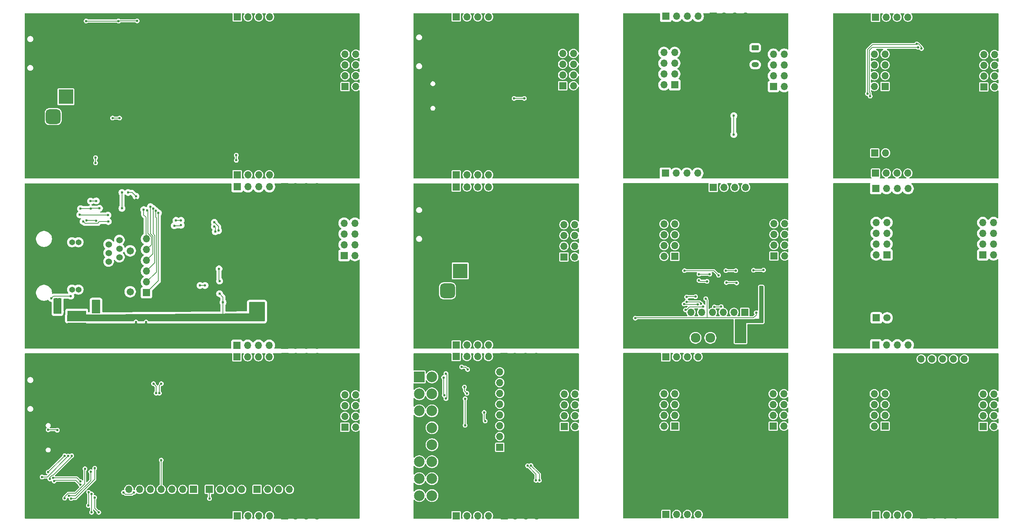
<source format=gbr>
%TF.GenerationSoftware,KiCad,Pcbnew,9.0.2*%
%TF.CreationDate,2025-05-17T12:02:20-04:00*%
%TF.ProjectId,ModularPSU,4d6f6475-6c61-4725-9053-552e6b696361,rev?*%
%TF.SameCoordinates,Original*%
%TF.FileFunction,Copper,L2,Bot*%
%TF.FilePolarity,Positive*%
%FSLAX46Y46*%
G04 Gerber Fmt 4.6, Leading zero omitted, Abs format (unit mm)*
G04 Created by KiCad (PCBNEW 9.0.2) date 2025-05-17 12:02:20*
%MOMM*%
%LPD*%
G01*
G04 APERTURE LIST*
G04 Aperture macros list*
%AMRoundRect*
0 Rectangle with rounded corners*
0 $1 Rounding radius*
0 $2 $3 $4 $5 $6 $7 $8 $9 X,Y pos of 4 corners*
0 Add a 4 corners polygon primitive as box body*
4,1,4,$2,$3,$4,$5,$6,$7,$8,$9,$2,$3,0*
0 Add four circle primitives for the rounded corners*
1,1,$1+$1,$2,$3*
1,1,$1+$1,$4,$5*
1,1,$1+$1,$6,$7*
1,1,$1+$1,$8,$9*
0 Add four rect primitives between the rounded corners*
20,1,$1+$1,$2,$3,$4,$5,0*
20,1,$1+$1,$4,$5,$6,$7,0*
20,1,$1+$1,$6,$7,$8,$9,0*
20,1,$1+$1,$8,$9,$2,$3,0*%
G04 Aperture macros list end*
%TA.AperFunction,ComponentPad*%
%ADD10R,1.700000X1.700000*%
%TD*%
%TA.AperFunction,ComponentPad*%
%ADD11O,1.700000X1.700000*%
%TD*%
%TA.AperFunction,ComponentPad*%
%ADD12C,2.600000*%
%TD*%
%TA.AperFunction,ConnectorPad*%
%ADD13C,3.800000*%
%TD*%
%TA.AperFunction,ComponentPad*%
%ADD14R,3.500000X3.500000*%
%TD*%
%TA.AperFunction,ComponentPad*%
%ADD15RoundRect,0.750000X-0.750000X-1.000000X0.750000X-1.000000X0.750000X1.000000X-0.750000X1.000000X0*%
%TD*%
%TA.AperFunction,ComponentPad*%
%ADD16RoundRect,0.875000X-0.875000X-0.875000X0.875000X-0.875000X0.875000X0.875000X-0.875000X0.875000X0*%
%TD*%
%TA.AperFunction,ComponentPad*%
%ADD17R,2.500000X2.500000*%
%TD*%
%TA.AperFunction,ComponentPad*%
%ADD18C,2.500000*%
%TD*%
%TA.AperFunction,HeatsinkPad*%
%ADD19O,2.100000X1.000000*%
%TD*%
%TA.AperFunction,HeatsinkPad*%
%ADD20O,1.800000X1.000000*%
%TD*%
%TA.AperFunction,ComponentPad*%
%ADD21C,1.524000*%
%TD*%
%TA.AperFunction,ComponentPad*%
%ADD22C,1.371600*%
%TD*%
%TA.AperFunction,ComponentPad*%
%ADD23C,1.714500*%
%TD*%
%TA.AperFunction,ComponentPad*%
%ADD24C,2.362200*%
%TD*%
%TA.AperFunction,ComponentPad*%
%ADD25C,1.700000*%
%TD*%
%TA.AperFunction,ComponentPad*%
%ADD26R,2.000000X2.000000*%
%TD*%
%TA.AperFunction,ComponentPad*%
%ADD27C,2.000000*%
%TD*%
%TA.AperFunction,ComponentPad*%
%ADD28RoundRect,0.250000X-0.625000X0.350000X-0.625000X-0.350000X0.625000X-0.350000X0.625000X0.350000X0*%
%TD*%
%TA.AperFunction,ComponentPad*%
%ADD29O,1.750000X1.200000*%
%TD*%
%TA.AperFunction,HeatsinkPad*%
%ADD30C,0.500000*%
%TD*%
%TA.AperFunction,HeatsinkPad*%
%ADD31R,2.900000X1.900000*%
%TD*%
%TA.AperFunction,ComponentPad*%
%ADD32C,0.600000*%
%TD*%
%TA.AperFunction,SMDPad,CuDef*%
%ADD33R,4.370000X2.290000*%
%TD*%
%TA.AperFunction,SMDPad,CuDef*%
%ADD34R,4.370000X3.560000*%
%TD*%
%TA.AperFunction,ComponentPad*%
%ADD35RoundRect,0.250001X0.899999X0.899999X-0.899999X0.899999X-0.899999X-0.899999X0.899999X-0.899999X0*%
%TD*%
%TA.AperFunction,ComponentPad*%
%ADD36C,2.300000*%
%TD*%
%TA.AperFunction,ViaPad*%
%ADD37C,0.600000*%
%TD*%
%TA.AperFunction,Conductor*%
%ADD38C,0.200000*%
%TD*%
G04 APERTURE END LIST*
D10*
%TO.P,J65,1,Pin_1*%
%TO.N,/PWR_INPUT/Spacer/SPACER_IN*%
X185230000Y-141000000D03*
D11*
%TO.P,J65,2,Pin_2*%
X187770000Y-141000000D03*
%TO.P,J65,3,Pin_3*%
X190310000Y-141000000D03*
%TO.P,J65,4,Pin_4*%
X192850000Y-141000000D03*
%TD*%
D12*
%TO.P,H39,1,1*%
%TO.N,/PWR_INPUT/USB_PD_PWR_IN/USB_PD_GND*%
X111000000Y-140050000D03*
D13*
X111000000Y-140050000D03*
%TD*%
D10*
%TO.P,J21,1,Pin_1*%
%TO.N,/PWR_INPUT/BreadBoardAdapter/BREADBOARD_ADAPT_NEG*%
X260060000Y-132457500D03*
D11*
%TO.P,J21,2,Pin_2*%
X262600000Y-132457500D03*
%TO.P,J21,3,Pin_3*%
X260060000Y-129917500D03*
%TO.P,J21,4,Pin_4*%
X262600000Y-129917500D03*
%TO.P,J21,5,Pin_5*%
X260060000Y-127377500D03*
%TO.P,J21,6,Pin_6*%
X262600000Y-127377500D03*
%TO.P,J21,7,Pin_7*%
X260060000Y-124837500D03*
%TO.P,J21,8,Pin_8*%
X262600000Y-124837500D03*
%TD*%
D14*
%TO.P,J12,1*%
%TO.N,/PWR_INPUT/ASAP_PWR_IN/BARREL_IN_PWR_IN*%
X136700000Y-83550000D03*
D15*
%TO.P,J12,2*%
%TO.N,/PWR_INPUT/ASAP_PWR_IN/BARREL_IN_GND*%
X130700000Y-83550000D03*
D16*
%TO.P,J12,3*%
%TO.N,N/C*%
X133700000Y-88250000D03*
%TD*%
D12*
%TO.P,H34,1,1*%
%TO.N,/PWR_INPUT/USB_C_PWR_IN/ASAP_USB_C_GND*%
X162800000Y-24665000D03*
D13*
X162800000Y-24665000D03*
%TD*%
D10*
%TO.P,J72,1,Pin_1*%
%TO.N,/PWR_INPUT/USB_PD_PWR_IN/USB_PD_PWR_OUT*%
X84080000Y-141300000D03*
D11*
%TO.P,J72,2,Pin_2*%
X86620000Y-141300000D03*
%TO.P,J72,3,Pin_3*%
X89160000Y-141300000D03*
%TO.P,J72,4,Pin_4*%
X91700000Y-141300000D03*
%TD*%
D12*
%TO.P,H23,1,1*%
%TO.N,/PWR_INPUT/POE_PWR_IN/POE_IN_GND*%
X75900000Y-64800000D03*
D13*
X75900000Y-64800000D03*
%TD*%
D10*
%TO.P,J93,1,Pin_1*%
%TO.N,/PWR_INPUT/USB_PD_PWR_IN/USB_PD_GPIO0*%
X73790000Y-135100000D03*
D11*
%TO.P,J93,2,Pin_2*%
%TO.N,/PWR_INPUT/USB_PD_PWR_IN/USB_PD_GPIO1*%
X71250000Y-135100000D03*
%TO.P,J93,3,Pin_3*%
%TO.N,/PWR_INPUT/USB_PD_PWR_IN/USB_PD_GPIO2*%
X68710000Y-135100000D03*
%TO.P,J93,4,Pin_4*%
%TO.N,/PWR_INPUT/USB_PD_PWR_IN/USB_PD_GPIO3*%
X66170000Y-135100000D03*
%TO.P,J93,5,Pin_5*%
%TO.N,/PWR_INPUT/USB_PD_PWR_IN/USB_PD_GPIO6*%
X63630000Y-135100000D03*
%TO.P,J93,6,Pin_6*%
%TO.N,/PWR_INPUT/USB_PD_PWR_IN/USB_PD_GPIO7*%
X61090000Y-135100000D03*
%TO.P,J93,7,Pin_7*%
%TO.N,/PWR_INPUT/USB_PD_PWR_IN/USB_PD_GPIO11*%
X58550000Y-135100000D03*
%TD*%
D10*
%TO.P,J33,1,Pin_1*%
%TO.N,/POWER_OUTPUT/24V_BUCK_BOOST_TO_5V/DCDC_5V0_GND*%
X245900000Y-60500000D03*
D11*
%TO.P,J33,2,Pin_2*%
X248440000Y-60500000D03*
%TO.P,J33,3,Pin_3*%
X250980000Y-60500000D03*
%TO.P,J33,4,Pin_4*%
X253520000Y-60500000D03*
%TD*%
D10*
%TO.P,J11,1,Pin_1*%
%TO.N,/POWER_OUTPUT/24V_BUCK_BOOST_TO_5V/DCDC_5V0_GND*%
X260100000Y-52120000D03*
D11*
%TO.P,J11,2,Pin_2*%
X262640000Y-52120000D03*
%TO.P,J11,3,Pin_3*%
X260100000Y-49580000D03*
%TO.P,J11,4,Pin_4*%
X262640000Y-49580000D03*
%TO.P,J11,5,Pin_5*%
X260100000Y-47040000D03*
%TO.P,J11,6,Pin_6*%
X262640000Y-47040000D03*
%TO.P,J11,7,Pin_7*%
X260100000Y-44500000D03*
%TO.P,J11,8,Pin_8*%
X262640000Y-44500000D03*
%TD*%
D10*
%TO.P,J89,1,Pin_1*%
%TO.N,/PWR_INPUT/ACAP_BATT/ACAP_BATT_OUT*%
X185080000Y-60512500D03*
D11*
%TO.P,J89,2,Pin_2*%
X187620000Y-60512500D03*
%TO.P,J89,3,Pin_3*%
X190160000Y-60512500D03*
%TO.P,J89,4,Pin_4*%
X192700000Y-60512500D03*
%TD*%
D12*
%TO.P,H9,1,1*%
%TO.N,/POWER_OUTPUT/24V_BUCK_TO_3V3/DCDC_3V3_GND*%
X261700000Y-64750000D03*
D13*
X261700000Y-64750000D03*
%TD*%
D10*
%TO.P,J10,1,Pin_1*%
%TO.N,/POWER_OUTPUT/24V_BUCK_BOOST_TO_5V/DCDC_5V0_OUT*%
X234680000Y-60500000D03*
D11*
%TO.P,J10,2,Pin_2*%
X237220000Y-60500000D03*
%TO.P,J10,3,Pin_3*%
X239760000Y-60500000D03*
%TO.P,J10,4,Pin_4*%
X242300000Y-60500000D03*
%TD*%
D12*
%TO.P,H11,1,1*%
%TO.N,/POWER_OUTPUT/24V_BUCK_TO_3V3/DCDC_3V3_GND*%
X261700000Y-99950000D03*
D13*
X261700000Y-99950000D03*
%TD*%
D10*
%TO.P,J90,1,Pin_1*%
%TO.N,/PWR_INPUT/ACAP_BATT/ACAP_BATT_OUT*%
X185180000Y-23512500D03*
D11*
%TO.P,J90,2,Pin_2*%
X187720000Y-23512500D03*
%TO.P,J90,3,Pin_3*%
X190260000Y-23512500D03*
%TO.P,J90,4,Pin_4*%
X192800000Y-23512500D03*
%TD*%
D10*
%TO.P,J76,1,Pin_1*%
%TO.N,/PWR_INPUT/USB_PD_PWR_IN/USB_PD_PWR_OUT*%
X109475000Y-120400000D03*
D11*
%TO.P,J76,2,Pin_2*%
X112015000Y-120400000D03*
%TO.P,J76,3,Pin_3*%
X109475000Y-117860000D03*
%TO.P,J76,4,Pin_4*%
X112015000Y-117860000D03*
%TO.P,J76,5,Pin_5*%
X109475000Y-115320000D03*
%TO.P,J76,6,Pin_6*%
X112015000Y-115320000D03*
%TO.P,J76,7,Pin_7*%
X109475000Y-112780000D03*
%TO.P,J76,8,Pin_8*%
X112015000Y-112780000D03*
%TD*%
D10*
%TO.P,J64,1,Pin_1*%
%TO.N,/PWR_INPUT/SOLAR_PWR_IN/SOLAR_IN_GND*%
X95290000Y-23665000D03*
D11*
%TO.P,J64,2,Pin_2*%
X97830000Y-23665000D03*
%TO.P,J64,3,Pin_3*%
X100370000Y-23665000D03*
%TO.P,J64,4,Pin_4*%
X102910000Y-23665000D03*
%TD*%
D10*
%TO.P,J94,1,Pin_1*%
%TO.N,/PWR_INPUT/BreadBoardAdapter/BREADBOARD_ADAPT_POS*%
X234750000Y-141150000D03*
D11*
%TO.P,J94,2,Pin_2*%
X237290000Y-141150000D03*
%TO.P,J94,3,Pin_3*%
X239830000Y-141150000D03*
%TO.P,J94,4,Pin_4*%
X242370000Y-141150000D03*
%TD*%
D12*
%TO.P,H24,1,1*%
%TO.N,/PWR_INPUT/POE_PWR_IN/POE_IN_GND*%
X35900000Y-100000000D03*
D13*
X35900000Y-100000000D03*
%TD*%
D12*
%TO.P,H50,1,1*%
%TO.N,/PWR_INPUT/SOLAR_PWR_IN/SOLAR_IN_GND*%
X71090000Y-59865000D03*
D13*
X71090000Y-59865000D03*
%TD*%
D17*
%TO.P,U2,1,RESERVED*%
%TO.N,unconnected-(U2-RESERVED-Pad1)*%
X127037500Y-108550000D03*
D18*
%TO.P,U2,2,J1850+*%
%TO.N,/PWR_INPUT/OBD2_PWR/OBDII_PWM+*%
X127037500Y-112550000D03*
%TO.P,U2,3,RESERVED*%
%TO.N,unconnected-(U2-RESERVED-Pad3)*%
X127037500Y-116550000D03*
%TO.P,U2,4,CGND*%
%TO.N,/PWR_INPUT/OBD2_PWR/OBDII_GND*%
X127037500Y-120550000D03*
%TO.P,U2,5,SGND*%
X127037500Y-124550000D03*
%TO.P,U2,6,CAN+*%
%TO.N,/PWR_INPUT/OBD2_PWR/OBDII_CAN+*%
X127037500Y-128550000D03*
%TO.P,U2,7,9141-2_K_LINE*%
%TO.N,/PWR_INPUT/OBD2_PWR/OBDII_K_LINE*%
X127037500Y-132550000D03*
%TO.P,U2,8,VENDOR*%
%TO.N,unconnected-(U2-VENDOR-Pad8)*%
X127037500Y-136550000D03*
%TO.P,U2,9,VENDOR*%
%TO.N,unconnected-(U2-VENDOR-Pad9)*%
X130037500Y-108550000D03*
%TO.P,U2,10,J1850-*%
%TO.N,/PWR_INPUT/OBD2_PWR/OBDII_PWM-*%
X130037500Y-112550000D03*
%TO.P,U2,11,VENDOR*%
%TO.N,unconnected-(U2-VENDOR-Pad11)*%
X130037500Y-116550000D03*
%TO.P,U2,12,VENDOR*%
%TO.N,unconnected-(U2-VENDOR-Pad12)*%
X130037500Y-120550000D03*
%TO.P,U2,13,VENDOR*%
%TO.N,unconnected-(U2-VENDOR-Pad13)*%
X130037500Y-124550000D03*
%TO.P,U2,14,CAN-*%
%TO.N,/PWR_INPUT/OBD2_PWR/OBDII_CAN-*%
X130037500Y-128550000D03*
%TO.P,U2,15,9141-2_L_LINE*%
%TO.N,/PWR_INPUT/OBD2_PWR/OBDII_L_LINE*%
X130037500Y-132550000D03*
%TO.P,U2,16,BATTERY+*%
%TO.N,+BATT*%
X130037500Y-136550000D03*
%TD*%
D10*
%TO.P,J88,1,Pin_1*%
%TO.N,/PWR_INPUT/ASAP_BATT/SMART_BATT_GND*%
X185160000Y-63837500D03*
D11*
%TO.P,J88,2,Pin_2*%
X187700000Y-63837500D03*
%TO.P,J88,3,Pin_3*%
X190240000Y-63837500D03*
%TO.P,J88,4,Pin_4*%
X192780000Y-63837500D03*
%TD*%
D10*
%TO.P,J56,1,Pin_1*%
%TO.N,/PWR_INPUT/POE_PWR_IN/POE_IN_PWR_OUT*%
X109310000Y-79920000D03*
D11*
%TO.P,J56,2,Pin_2*%
X111850000Y-79920000D03*
%TO.P,J56,3,Pin_3*%
X109310000Y-77380000D03*
%TO.P,J56,4,Pin_4*%
X111850000Y-77380000D03*
%TO.P,J56,5,Pin_5*%
X109310000Y-74840000D03*
%TO.P,J56,6,Pin_6*%
X111850000Y-74840000D03*
%TO.P,J56,7,Pin_7*%
X109310000Y-72300000D03*
%TO.P,J56,8,Pin_8*%
X111850000Y-72300000D03*
%TD*%
D10*
%TO.P,J86,1,Pin_1*%
%TO.N,/PWR_INPUT/ASAP_BATT/SMART_BATT_OUT*%
X196400000Y-63837500D03*
D11*
%TO.P,J86,2,Pin_2*%
X198940000Y-63837500D03*
%TO.P,J86,3,Pin_3*%
X201480000Y-63837500D03*
%TO.P,J86,4,Pin_4*%
X204020000Y-63837500D03*
%TD*%
D19*
%TO.P,J60,S1,SHIELD*%
%TO.N,/PWR_INPUT/USB_C_PWR_IN/ASAP_USB_C_GND*%
X130750000Y-37972500D03*
D20*
X126570000Y-37972500D03*
D19*
X130750000Y-46612500D03*
D20*
X126570000Y-46612500D03*
%TD*%
D12*
%TO.P,H28,1,1*%
%TO.N,/PWR_INPUT/POE_PWR_IN/POE_IN_GND*%
X75900000Y-100000000D03*
D13*
X75900000Y-100000000D03*
%TD*%
D21*
%TO.P,J1,4,TRD2+*%
%TO.N,/PWR_INPUT/POE_PWR_IN/POE_RX+*%
X53765000Y-81348500D03*
%TO.P,J1,5,TRD2-*%
%TO.N,/PWR_INPUT/POE_PWR_IN/POE_RX-*%
X53765000Y-79316500D03*
%TO.P,J1,6,TRCT2*%
%TO.N,/PWR_INPUT/POE_PWR_IN/POE_RX_C*%
X53765000Y-77284500D03*
%TO.P,J1,10,TRD1-*%
%TO.N,/PWR_INPUT/POE_PWR_IN/POE_TX-*%
X56305000Y-80332500D03*
%TO.P,J1,11,TRD1+*%
%TO.N,/PWR_INPUT/POE_PWR_IN/POE_TX+*%
X56305000Y-78300500D03*
%TO.P,J1,12,TRCT1*%
%TO.N,/PWR_INPUT/POE_PWR_IN/POE_TX_C*%
X56305000Y-76268500D03*
D22*
%TO.P,J1,13,VC12*%
%TO.N,Net-(J1-VC12)*%
X46653000Y-87952500D03*
%TO.P,J1,14,VC36*%
%TO.N,Net-(J1-VC36)*%
X46653000Y-76776500D03*
%TO.P,J1,15,VC45*%
%TO.N,Net-(J1-VC45)*%
X45129000Y-87952500D03*
%TO.P,J1,16,VC78*%
%TO.N,Net-(J1-VC78)*%
X45129000Y-76776500D03*
D23*
%TO.P,J1,17*%
%TO.N,Net-(J1-Pad17)*%
X58845000Y-88460500D03*
%TO.P,J1,18*%
%TO.N,/PWR_INPUT/POE_PWR_IN/POE_IN_GND*%
X58845000Y-85920500D03*
%TO.P,J1,19*%
%TO.N,Net-(J1-Pad19)*%
X58845000Y-78808500D03*
%TO.P,J1,20*%
%TO.N,/PWR_INPUT/POE_PWR_IN/POE_IN_GND*%
X58845000Y-76268500D03*
D24*
%TO.P,J1,S1,SHIELD*%
X35350000Y-90429000D03*
%TO.P,J1,S2,SHIELD*%
X35350000Y-74300000D03*
%TD*%
D12*
%TO.P,H16,1,1*%
%TO.N,/POWER_OUTPUT/24V_BUCK_BOOST_TO_5V/DCDC_5V0_GND*%
X261700000Y-59900000D03*
D13*
X261700000Y-59900000D03*
%TD*%
D10*
%TO.P,J48,1,Pin_1*%
%TO.N,/PWR_INPUT/ASAP_PWR_IN/BARREL_IN_PWR_OUT*%
X135780000Y-63750000D03*
D11*
%TO.P,J48,2,Pin_2*%
X138320000Y-63750000D03*
%TO.P,J48,3,Pin_3*%
X140860000Y-63750000D03*
%TO.P,J48,4,Pin_4*%
X143400000Y-63750000D03*
%TD*%
D10*
%TO.P,J83,1,Pin_1*%
%TO.N,/PWR_INPUT/OBD2_PWR/OBDII_GND*%
X147087500Y-141300000D03*
D11*
%TO.P,J83,2,Pin_2*%
X149627500Y-141300000D03*
%TO.P,J83,3,Pin_3*%
X152167500Y-141300000D03*
%TO.P,J83,4,Pin_4*%
X154707500Y-141300000D03*
%TD*%
D10*
%TO.P,J50,1,Pin_1*%
%TO.N,/PWR_INPUT/ASAP_PWR_IN/BARREL_IN_GND*%
X147000000Y-63750000D03*
D11*
%TO.P,J50,2,Pin_2*%
X149540000Y-63750000D03*
%TO.P,J50,3,Pin_3*%
X152080000Y-63750000D03*
%TO.P,J50,4,Pin_4*%
X154620000Y-63750000D03*
%TD*%
D12*
%TO.P,H43,1,1*%
%TO.N,/PWR_INPUT/USB_PD_PWR_IN/USB_PD_GND*%
X72000000Y-140000000D03*
D13*
X72000000Y-140000000D03*
%TD*%
D12*
%TO.P,H36,1,1*%
%TO.N,/PWR_INPUT/USB_C_PWR_IN/ASAP_USB_C_GND*%
X162800000Y-59865000D03*
D13*
X162800000Y-59865000D03*
%TD*%
D10*
%TO.P,J45,1,Pin_1*%
%TO.N,/POWER_OUTPUT/24V_BUCK_TO_3V3/DCDC_3V3_GND*%
X245900000Y-64150000D03*
D11*
%TO.P,J45,2,Pin_2*%
X248440000Y-64150000D03*
%TO.P,J45,3,Pin_3*%
X250980000Y-64150000D03*
%TO.P,J45,4,Pin_4*%
X253520000Y-64150000D03*
%TD*%
D10*
%TO.P,J27,1,Pin_1*%
%TO.N,/PWR_INPUT/Spacer/SPACER_GND*%
X187300000Y-132200000D03*
D11*
%TO.P,J27,2,Pin_2*%
X184760000Y-132200000D03*
%TO.P,J27,3,Pin_3*%
X187300000Y-129660000D03*
%TO.P,J27,4,Pin_4*%
X184760000Y-129660000D03*
%TO.P,J27,5,Pin_5*%
X187300000Y-127120000D03*
%TO.P,J27,6,Pin_6*%
X184760000Y-127120000D03*
%TO.P,J27,7,Pin_7*%
X187300000Y-124580000D03*
%TO.P,J27,8,Pin_8*%
X184760000Y-124580000D03*
%TD*%
D10*
%TO.P,J7,1,Pin_1*%
%TO.N,Net-(J7-Pin_1)*%
X236900000Y-40037500D03*
D11*
%TO.P,J7,2,Pin_2*%
X234360000Y-40037500D03*
%TO.P,J7,3,Pin_3*%
X236900000Y-37497500D03*
%TO.P,J7,4,Pin_4*%
X234360000Y-37497500D03*
%TO.P,J7,5,Pin_5*%
X236900000Y-34957500D03*
%TO.P,J7,6,Pin_6*%
X234360000Y-34957500D03*
%TO.P,J7,7,Pin_7*%
X236900000Y-32417500D03*
%TO.P,J7,8,Pin_8*%
X234360000Y-32417500D03*
%TD*%
D10*
%TO.P,J25,1,Pin_1*%
%TO.N,/PWR_INPUT/USB_C_PWR_IN/ASAP_USB_C_PWR*%
X160860000Y-39880000D03*
D11*
%TO.P,J25,2,Pin_2*%
X163400000Y-39880000D03*
%TO.P,J25,3,Pin_3*%
X160860000Y-37340000D03*
%TO.P,J25,4,Pin_4*%
X163400000Y-37340000D03*
%TO.P,J25,5,Pin_5*%
X160860000Y-34800000D03*
%TO.P,J25,6,Pin_6*%
X163400000Y-34800000D03*
%TO.P,J25,7,Pin_7*%
X160860000Y-32260000D03*
%TO.P,J25,8,Pin_8*%
X163400000Y-32260000D03*
%TD*%
D10*
%TO.P,J78,1,Pin_1*%
%TO.N,/PWR_INPUT/USB_PD_PWR_IN/I2Cc_PWR*%
X88800000Y-135100000D03*
D11*
%TO.P,J78,2,Pin_2*%
%TO.N,/PWR_INPUT/USB_PD_PWR_IN/I2Cc_SDA*%
X91340000Y-135100000D03*
%TO.P,J78,3,Pin_3*%
%TO.N,/PWR_INPUT/USB_PD_PWR_IN/I2Cc_SCL*%
X93880000Y-135100000D03*
%TO.P,J78,4,Pin_4*%
%TO.N,/PWR_INPUT/USB_PD_PWR_IN/I2Cc_~{IRQ}*%
X96420000Y-135100000D03*
%TD*%
D10*
%TO.P,J70,1,Pin_1*%
%TO.N,/PWR_INPUT/BreadBoardAdapter/BREADBOARD_ADAPT_NEG*%
X236890000Y-132457500D03*
D11*
%TO.P,J70,2,Pin_2*%
X234350000Y-132457500D03*
%TO.P,J70,3,Pin_3*%
X236890000Y-129917500D03*
%TO.P,J70,4,Pin_4*%
X234350000Y-129917500D03*
%TO.P,J70,5,Pin_5*%
X236890000Y-127377500D03*
%TO.P,J70,6,Pin_6*%
X234350000Y-127377500D03*
%TO.P,J70,7,Pin_7*%
X236890000Y-124837500D03*
%TO.P,J70,8,Pin_8*%
X234350000Y-124837500D03*
%TD*%
D10*
%TO.P,J62,1,Pin_1*%
%TO.N,/PWR_INPUT/SOLAR_PWR_IN/SOLAR_IN_PWR*%
X84090000Y-23665000D03*
D11*
%TO.P,J62,2,Pin_2*%
X86630000Y-23665000D03*
%TO.P,J62,3,Pin_3*%
X89170000Y-23665000D03*
%TO.P,J62,4,Pin_4*%
X91710000Y-23665000D03*
%TD*%
D12*
%TO.P,H57,1,1*%
%TO.N,/PWR_INPUT/BreadBoardAdapter/BREADBOARD_ADAPT_NEG*%
X226550000Y-104837500D03*
D13*
X226550000Y-104837500D03*
%TD*%
D10*
%TO.P,J26,1,Pin_1*%
%TO.N,/PWR_INPUT/USB_C_PWR_IN/ASAP_USB_C_GND*%
X160800000Y-52020000D03*
D11*
%TO.P,J26,2,Pin_2*%
X163340000Y-52020000D03*
%TO.P,J26,3,Pin_3*%
X160800000Y-49480000D03*
%TO.P,J26,4,Pin_4*%
X163340000Y-49480000D03*
%TO.P,J26,5,Pin_5*%
X160800000Y-46940000D03*
%TO.P,J26,6,Pin_6*%
X163340000Y-46940000D03*
%TO.P,J26,7,Pin_7*%
X160800000Y-44400000D03*
%TO.P,J26,8,Pin_8*%
X163340000Y-44400000D03*
%TD*%
D10*
%TO.P,J63,1,Pin_1*%
%TO.N,/PWR_INPUT/SOLAR_PWR_IN/SOLAR_IN_GND*%
X95300000Y-60865000D03*
D11*
%TO.P,J63,2,Pin_2*%
X97840000Y-60865000D03*
%TO.P,J63,3,Pin_3*%
X100380000Y-60865000D03*
%TO.P,J63,4,Pin_4*%
X102920000Y-60865000D03*
%TD*%
D10*
%TO.P,J74,1,Pin_1*%
%TO.N,/PWR_INPUT/USB_PD_PWR_IN/USB_PD_GND*%
X95300000Y-141300000D03*
D11*
%TO.P,J74,2,Pin_2*%
X97840000Y-141300000D03*
%TO.P,J74,3,Pin_3*%
X100380000Y-141300000D03*
%TO.P,J74,4,Pin_4*%
X102920000Y-141300000D03*
%TD*%
D10*
%TO.P,J58,1,Pin_1*%
%TO.N,/PWR_INPUT/POE_PWR_IN/POE_IN_GND*%
X95300000Y-101100000D03*
D11*
%TO.P,J58,2,Pin_2*%
X97840000Y-101100000D03*
%TO.P,J58,3,Pin_3*%
X100380000Y-101100000D03*
%TO.P,J58,4,Pin_4*%
X102920000Y-101100000D03*
%TD*%
D12*
%TO.P,H19,1,1*%
%TO.N,/PWR_INPUT/ASAP_PWR_IN/BARREL_IN_GND*%
X127600000Y-100000000D03*
D13*
X127600000Y-100000000D03*
%TD*%
D12*
%TO.P,H3,1,1*%
%TO.N,/PWR_INPUT/ACAP_BATT/ACAP_BATT_GND*%
X212100000Y-59765000D03*
D13*
X212100000Y-59765000D03*
%TD*%
D12*
%TO.P,H52,1,1*%
%TO.N,/PWR_INPUT/SOLAR_PWR_IN/SOLAR_IN_GND*%
X75890000Y-24665000D03*
D13*
X75890000Y-24665000D03*
%TD*%
D12*
%TO.P,H21,1,1*%
%TO.N,/PWR_INPUT/POE_PWR_IN/POE_IN_GND*%
X35900000Y-64800000D03*
D13*
X35900000Y-64800000D03*
%TD*%
D12*
%TO.P,H14,1,1*%
%TO.N,/POWER_OUTPUT/24V_BUCK_BOOST_TO_5V/DCDC_5V0_GND*%
X261700000Y-24700000D03*
D13*
X261700000Y-24700000D03*
%TD*%
D10*
%TO.P,J52,1,Pin_1*%
%TO.N,/PWR_INPUT/USB_C_PWR_IN/ASAP_USB_C_PWR*%
X135780000Y-23665000D03*
D11*
%TO.P,J52,2,Pin_2*%
X138320000Y-23665000D03*
%TO.P,J52,3,Pin_3*%
X140860000Y-23665000D03*
%TO.P,J52,4,Pin_4*%
X143400000Y-23665000D03*
%TD*%
D10*
%TO.P,J23,1,Pin_1*%
%TO.N,/PWR_INPUT/SOLAR_PWR_IN/SOLAR_IN_GND*%
X109550000Y-52085000D03*
D11*
%TO.P,J23,2,Pin_2*%
X112090000Y-52085000D03*
%TO.P,J23,3,Pin_3*%
X109550000Y-49545000D03*
%TO.P,J23,4,Pin_4*%
X112090000Y-49545000D03*
%TO.P,J23,5,Pin_5*%
X109550000Y-47005000D03*
%TO.P,J23,6,Pin_6*%
X112090000Y-47005000D03*
%TO.P,J23,7,Pin_7*%
X109550000Y-44465000D03*
%TO.P,J23,8,Pin_8*%
X112090000Y-44465000D03*
%TD*%
D10*
%TO.P,J96,1,Pin_1*%
%TO.N,/POWER_OUTPUT/24V_BUCK_TO_3V3/DCDC_3V3_EN*%
X234850000Y-94625000D03*
D25*
%TO.P,J96,2,Pin_2*%
%TO.N,/POWER_OUTPUT/24V_BUCK_TO_3V3/DCDC_3V3_PG*%
X237390000Y-94625000D03*
%TD*%
D10*
%TO.P,J51,1,Pin_1*%
%TO.N,/PWR_INPUT/USB_C_PWR_IN/ASAP_USB_C_PWR*%
X135780000Y-60900000D03*
D11*
%TO.P,J51,2,Pin_2*%
X138320000Y-60900000D03*
%TO.P,J51,3,Pin_3*%
X140860000Y-60900000D03*
%TO.P,J51,4,Pin_4*%
X143400000Y-60900000D03*
%TD*%
D10*
%TO.P,J81,1,Pin_1*%
%TO.N,/PWR_INPUT/OBD2_PWR/OBD_IN_PWR_OUT*%
X135717500Y-141300000D03*
D11*
%TO.P,J81,2,Pin_2*%
X138257500Y-141300000D03*
%TO.P,J81,3,Pin_3*%
X140797500Y-141300000D03*
%TO.P,J81,4,Pin_4*%
X143337500Y-141300000D03*
%TD*%
D10*
%TO.P,J84,1,Pin_1*%
%TO.N,/PWR_INPUT/OBD2_PWR/OBDII_GND*%
X147047500Y-103750000D03*
D11*
%TO.P,J84,2,Pin_2*%
X149587500Y-103750000D03*
%TO.P,J84,3,Pin_3*%
X152127500Y-103750000D03*
%TO.P,J84,4,Pin_4*%
X154667500Y-103750000D03*
%TD*%
D12*
%TO.P,H46,1,1*%
%TO.N,/PWR_INPUT/OBD2_PWR/OBDII_GND*%
X162837500Y-104900000D03*
D13*
X162837500Y-104900000D03*
%TD*%
D12*
%TO.P,H12,1,1*%
%TO.N,/POWER_OUTPUT/24V_BUCK_TO_3V3/DCDC_3V3_GND*%
X226500000Y-99950000D03*
D13*
X226500000Y-99950000D03*
%TD*%
D12*
%TO.P,H30,1,1*%
%TO.N,/PWR_INPUT/SOLAR_PWR_IN/SOLAR_IN_GND*%
X35890000Y-59865000D03*
D13*
X35890000Y-59865000D03*
%TD*%
D12*
%TO.P,H37,1,1*%
%TO.N,/PWR_INPUT/USB_PD_PWR_IN/USB_PD_GND*%
X71200000Y-104800000D03*
D13*
X71200000Y-104800000D03*
%TD*%
D10*
%TO.P,J73,1,Pin_1*%
%TO.N,/PWR_INPUT/USB_PD_PWR_IN/USB_PD_PWR_OUT*%
X84030000Y-103800000D03*
D11*
%TO.P,J73,2,Pin_2*%
X86570000Y-103800000D03*
%TO.P,J73,3,Pin_3*%
X89110000Y-103800000D03*
%TO.P,J73,4,Pin_4*%
X91650000Y-103800000D03*
%TD*%
D10*
%TO.P,J61,1,Pin_1*%
%TO.N,/PWR_INPUT/SOLAR_PWR_IN/SOLAR_IN_PWR*%
X84070000Y-60865000D03*
D11*
%TO.P,J61,2,Pin_2*%
X86610000Y-60865000D03*
%TO.P,J61,3,Pin_3*%
X89150000Y-60865000D03*
%TO.P,J61,4,Pin_4*%
X91690000Y-60865000D03*
%TD*%
D12*
%TO.P,H33,1,1*%
%TO.N,/PWR_INPUT/USB_C_PWR_IN/ASAP_USB_C_GND*%
X127600000Y-24665000D03*
D13*
X127600000Y-24665000D03*
%TD*%
D10*
%TO.P,J82,1,Pin_1*%
%TO.N,/PWR_INPUT/OBD2_PWR/OBD_IN_PWR_OUT*%
X135717500Y-103750000D03*
D11*
%TO.P,J82,2,Pin_2*%
X138257500Y-103750000D03*
%TO.P,J82,3,Pin_3*%
X140797500Y-103750000D03*
%TO.P,J82,4,Pin_4*%
X143337500Y-103750000D03*
%TD*%
D10*
%TO.P,J79,1,Pin_1*%
%TO.N,/PWR_INPUT/OBD2_PWR/OBD_IN_PWR_OUT*%
X161262500Y-120280000D03*
D11*
%TO.P,J79,2,Pin_2*%
X163802500Y-120280000D03*
%TO.P,J79,3,Pin_3*%
X161262500Y-117740000D03*
%TO.P,J79,4,Pin_4*%
X163802500Y-117740000D03*
%TO.P,J79,5,Pin_5*%
X161262500Y-115200000D03*
%TO.P,J79,6,Pin_6*%
X163802500Y-115200000D03*
%TO.P,J79,7,Pin_7*%
X161262500Y-112660000D03*
%TO.P,J79,8,Pin_8*%
X163802500Y-112660000D03*
%TD*%
D12*
%TO.P,H5,1,1*%
%TO.N,/PWR_INPUT/ASAP_BATT/SMART_BATT_GND*%
X177100000Y-99850000D03*
D13*
X177100000Y-99850000D03*
%TD*%
D10*
%TO.P,J9,1,Pin_1*%
%TO.N,/POWER_OUTPUT/24V_BUCK_BOOST_TO_5V/DCDC_5V0_GND*%
X236900000Y-52037500D03*
D11*
%TO.P,J9,2,Pin_2*%
X234360000Y-52037500D03*
%TO.P,J9,3,Pin_3*%
X236900000Y-49497500D03*
%TO.P,J9,4,Pin_4*%
X234360000Y-49497500D03*
%TO.P,J9,5,Pin_5*%
X236900000Y-46957500D03*
%TO.P,J9,6,Pin_6*%
X234360000Y-46957500D03*
%TO.P,J9,7,Pin_7*%
X236900000Y-44417500D03*
%TO.P,J9,8,Pin_8*%
X234360000Y-44417500D03*
%TD*%
D12*
%TO.P,H53,1,1*%
%TO.N,/PWR_INPUT/Spacer/SPACER_GND*%
X177050000Y-104800000D03*
D13*
X177050000Y-104800000D03*
%TD*%
D12*
%TO.P,H18,1,1*%
%TO.N,/PWR_INPUT/ASAP_PWR_IN/BARREL_IN_GND*%
X162800000Y-64800000D03*
D13*
X162800000Y-64800000D03*
%TD*%
D12*
%TO.P,H51,1,1*%
%TO.N,/PWR_INPUT/SOLAR_PWR_IN/SOLAR_IN_GND*%
X75890000Y-59865000D03*
D13*
X75890000Y-59865000D03*
%TD*%
D10*
%TO.P,J42,1,Pin_1*%
%TO.N,/PWR_INPUT/ACAP_BATT/ACAP_BATT_GND*%
X187255000Y-51927500D03*
D11*
%TO.P,J42,2,Pin_2*%
X184715000Y-51927500D03*
%TO.P,J42,3,Pin_3*%
X187255000Y-49387500D03*
%TO.P,J42,4,Pin_4*%
X184715000Y-49387500D03*
%TO.P,J42,5,Pin_5*%
X187255000Y-46847500D03*
%TO.P,J42,6,Pin_6*%
X184715000Y-46847500D03*
%TO.P,J42,7,Pin_7*%
X187255000Y-44307500D03*
%TO.P,J42,8,Pin_8*%
X184715000Y-44307500D03*
%TD*%
D10*
%TO.P,J49,1,Pin_1*%
%TO.N,/PWR_INPUT/ASAP_PWR_IN/BARREL_IN_GND*%
X147000000Y-101000000D03*
D11*
%TO.P,J49,2,Pin_2*%
X149540000Y-101000000D03*
%TO.P,J49,3,Pin_3*%
X152080000Y-101000000D03*
%TO.P,J49,4,Pin_4*%
X154620000Y-101000000D03*
%TD*%
D12*
%TO.P,H2,1,1*%
%TO.N,/PWR_INPUT/ACAP_BATT/ACAP_BATT_GND*%
X177100000Y-59765000D03*
D13*
X177100000Y-59765000D03*
%TD*%
D10*
%TO.P,J20,1,Pin_1*%
%TO.N,/PWR_INPUT/OBD2_PWR/OBDII_GND*%
X161262500Y-132280000D03*
D11*
%TO.P,J20,2,Pin_2*%
X163802500Y-132280000D03*
%TO.P,J20,3,Pin_3*%
X161262500Y-129740000D03*
%TO.P,J20,4,Pin_4*%
X163802500Y-129740000D03*
%TO.P,J20,5,Pin_5*%
X161262500Y-127200000D03*
%TO.P,J20,6,Pin_6*%
X163802500Y-127200000D03*
%TO.P,J20,7,Pin_7*%
X161262500Y-124660000D03*
%TO.P,J20,8,Pin_8*%
X163802500Y-124660000D03*
%TD*%
D10*
%TO.P,J4,1,Pin_1*%
%TO.N,/POWER_OUTPUT/24V_BUCK_TO_3V3/DCDC_3V3_OUT*%
X259960000Y-79770000D03*
D11*
%TO.P,J4,2,Pin_2*%
X262500000Y-79770000D03*
%TO.P,J4,3,Pin_3*%
X259960000Y-77230000D03*
%TO.P,J4,4,Pin_4*%
X262500000Y-77230000D03*
%TO.P,J4,5,Pin_5*%
X259960000Y-74690000D03*
%TO.P,J4,6,Pin_6*%
X262500000Y-74690000D03*
%TO.P,J4,7,Pin_7*%
X259960000Y-72150000D03*
%TO.P,J4,8,Pin_8*%
X262500000Y-72150000D03*
%TD*%
D12*
%TO.P,H29,1,1*%
%TO.N,/PWR_INPUT/SOLAR_PWR_IN/SOLAR_IN_GND*%
X111090000Y-59865000D03*
D13*
X111090000Y-59865000D03*
%TD*%
D12*
%TO.P,H41,1,1*%
%TO.N,/PWR_INPUT/USB_PD_PWR_IN/USB_PD_GND*%
X35900000Y-104900000D03*
D13*
X35900000Y-104900000D03*
%TD*%
D10*
%TO.P,J66,1,Pin_1*%
%TO.N,/PWR_INPUT/Spacer/SPACER_IN*%
X185160000Y-103812500D03*
D11*
%TO.P,J66,2,Pin_2*%
X187700000Y-103812500D03*
%TO.P,J66,3,Pin_3*%
X190240000Y-103812500D03*
%TO.P,J66,4,Pin_4*%
X192780000Y-103812500D03*
%TD*%
D12*
%TO.P,H13,1,1*%
%TO.N,/POWER_OUTPUT/24V_BUCK_BOOST_TO_5V/DCDC_5V0_GND*%
X226500000Y-24700000D03*
D13*
X226500000Y-24700000D03*
%TD*%
D12*
%TO.P,H35,1,1*%
%TO.N,/PWR_INPUT/USB_C_PWR_IN/ASAP_USB_C_GND*%
X127600000Y-59865000D03*
D13*
X127600000Y-59865000D03*
%TD*%
D10*
%TO.P,J57,1,Pin_1*%
%TO.N,/PWR_INPUT/POE_PWR_IN/POE_IN_PWR_OUT*%
X84080000Y-63700000D03*
D11*
%TO.P,J57,2,Pin_2*%
X86620000Y-63700000D03*
%TO.P,J57,3,Pin_3*%
X89160000Y-63700000D03*
%TO.P,J57,4,Pin_4*%
X91700000Y-63700000D03*
%TD*%
D10*
%TO.P,J35,1,Pin_1*%
%TO.N,/PWR_INPUT/ASAP_BATT/SMART_BATT_OUT*%
X210700000Y-80045000D03*
D11*
%TO.P,J35,2,Pin_2*%
X213240000Y-80045000D03*
%TO.P,J35,3,Pin_3*%
X210700000Y-77505000D03*
%TO.P,J35,4,Pin_4*%
X213240000Y-77505000D03*
%TO.P,J35,5,Pin_5*%
X210700000Y-74965000D03*
%TO.P,J35,6,Pin_6*%
X213240000Y-74965000D03*
%TO.P,J35,7,Pin_7*%
X210700000Y-72425000D03*
%TO.P,J35,8,Pin_8*%
X213240000Y-72425000D03*
%TD*%
D10*
%TO.P,J77,1,Pin_1*%
%TO.N,/PWR_INPUT/USB_PD_PWR_IN/USB_PD_GND*%
X109475000Y-132400000D03*
D11*
%TO.P,J77,2,Pin_2*%
X112015000Y-132400000D03*
%TO.P,J77,3,Pin_3*%
X109475000Y-129860000D03*
%TO.P,J77,4,Pin_4*%
X112015000Y-129860000D03*
%TO.P,J77,5,Pin_5*%
X109475000Y-127320000D03*
%TO.P,J77,6,Pin_6*%
X112015000Y-127320000D03*
%TO.P,J77,7,Pin_7*%
X109475000Y-124780000D03*
%TO.P,J77,8,Pin_8*%
X112015000Y-124780000D03*
%TD*%
D10*
%TO.P,J18,1,Pin_1*%
%TO.N,/PWR_INPUT/SOLAR_PWR_IN/SOLAR_IN_PWR*%
X109550000Y-40065000D03*
D11*
%TO.P,J18,2,Pin_2*%
X112090000Y-40065000D03*
%TO.P,J18,3,Pin_3*%
X109550000Y-37525000D03*
%TO.P,J18,4,Pin_4*%
X112090000Y-37525000D03*
%TO.P,J18,5,Pin_5*%
X109550000Y-34985000D03*
%TO.P,J18,6,Pin_6*%
X112090000Y-34985000D03*
%TO.P,J18,7,Pin_7*%
X109550000Y-32445000D03*
%TO.P,J18,8,Pin_8*%
X112090000Y-32445000D03*
%TD*%
D26*
%TO.P,C29,1*%
%TO.N,/PWR_INPUT/POE_PWR_IN/POE_IN_GND*%
X94500000Y-92885000D03*
D27*
%TO.P,C29,2*%
%TO.N,/PWR_INPUT/POE_PWR_IN/POE_PWR*%
X89500000Y-92885000D03*
%TD*%
D12*
%TO.P,H54,1,1*%
%TO.N,/PWR_INPUT/Spacer/SPACER_GND*%
X177050000Y-140000000D03*
D13*
X177050000Y-140000000D03*
%TD*%
D12*
%TO.P,H10,1,1*%
%TO.N,/POWER_OUTPUT/24V_BUCK_TO_3V3/DCDC_3V3_GND*%
X226500000Y-64750000D03*
D13*
X226500000Y-64750000D03*
%TD*%
D10*
%TO.P,J92,1,Pin_1*%
%TO.N,/PWR_INPUT/ACAP_BATT/ACAP_BATT_GND*%
X196400000Y-23512500D03*
D11*
%TO.P,J92,2,Pin_2*%
X198940000Y-23512500D03*
%TO.P,J92,3,Pin_3*%
X201480000Y-23512500D03*
%TO.P,J92,4,Pin_4*%
X204020000Y-23512500D03*
%TD*%
D12*
%TO.P,H55,1,1*%
%TO.N,/PWR_INPUT/Spacer/SPACER_GND*%
X212250000Y-104800000D03*
D13*
X212250000Y-104800000D03*
%TD*%
D10*
%TO.P,J3,1,Pin_1*%
%TO.N,/POWER_OUTPUT/24V_BUCK_TO_3V3/DCDC_3V3_GND*%
X237350000Y-90950000D03*
D11*
%TO.P,J3,2,Pin_2*%
X234810000Y-90950000D03*
%TO.P,J3,3,Pin_3*%
X237350000Y-88410000D03*
%TO.P,J3,4,Pin_4*%
X234810000Y-88410000D03*
%TO.P,J3,5,Pin_5*%
X237350000Y-85870000D03*
%TO.P,J3,6,Pin_6*%
X234810000Y-85870000D03*
%TO.P,J3,7,Pin_7*%
X237350000Y-83330000D03*
%TO.P,J3,8,Pin_8*%
X234810000Y-83330000D03*
%TD*%
D12*
%TO.P,H4,1,1*%
%TO.N,/PWR_INPUT/ACAP_BATT/ACAP_BATT_GND*%
X212100000Y-24765000D03*
D13*
X212100000Y-24765000D03*
%TD*%
D10*
%TO.P,J5,1,Pin_1*%
%TO.N,/POWER_OUTPUT/24V_BUCK_TO_3V3/DCDC_3V3_GND*%
X259960000Y-90970000D03*
D11*
%TO.P,J5,2,Pin_2*%
X262500000Y-90970000D03*
%TO.P,J5,3,Pin_3*%
X259960000Y-88430000D03*
%TO.P,J5,4,Pin_4*%
X262500000Y-88430000D03*
%TO.P,J5,5,Pin_5*%
X259960000Y-85890000D03*
%TO.P,J5,6,Pin_6*%
X262500000Y-85890000D03*
%TO.P,J5,7,Pin_7*%
X259960000Y-83350000D03*
%TO.P,J5,8,Pin_8*%
X262500000Y-83350000D03*
%TD*%
D12*
%TO.P,H38,1,1*%
%TO.N,/PWR_INPUT/USB_PD_PWR_IN/USB_PD_GND*%
X35900000Y-140050000D03*
D13*
X35900000Y-140050000D03*
%TD*%
D10*
%TO.P,J68,1,Pin_1*%
%TO.N,/PWR_INPUT/Spacer/SPACER_GND*%
X196450000Y-103800000D03*
D11*
%TO.P,J68,2,Pin_2*%
X198990000Y-103800000D03*
%TO.P,J68,3,Pin_3*%
X201530000Y-103800000D03*
%TO.P,J68,4,Pin_4*%
X204070000Y-103800000D03*
%TD*%
D10*
%TO.P,J53,1,Pin_1*%
%TO.N,/PWR_INPUT/USB_C_PWR_IN/ASAP_USB_C_GND*%
X147000000Y-60900000D03*
D11*
%TO.P,J53,2,Pin_2*%
X149540000Y-60900000D03*
%TO.P,J53,3,Pin_3*%
X152080000Y-60900000D03*
%TO.P,J53,4,Pin_4*%
X154620000Y-60900000D03*
%TD*%
D10*
%TO.P,J19,1,Pin_1*%
%TO.N,/PWR_INPUT/Spacer/SPACER_GND*%
X210510000Y-132420000D03*
D11*
%TO.P,J19,2,Pin_2*%
X213050000Y-132420000D03*
%TO.P,J19,3,Pin_3*%
X210510000Y-129880000D03*
%TO.P,J19,4,Pin_4*%
X213050000Y-129880000D03*
%TO.P,J19,5,Pin_5*%
X210510000Y-127340000D03*
%TO.P,J19,6,Pin_6*%
X213050000Y-127340000D03*
%TO.P,J19,7,Pin_7*%
X210510000Y-124800000D03*
%TO.P,J19,8,Pin_8*%
X213050000Y-124800000D03*
%TD*%
D10*
%TO.P,J36,1,Pin_1*%
%TO.N,/PWR_INPUT/ACAP_BATT/ACAP_BATT_OUT*%
X210580000Y-40077500D03*
D11*
%TO.P,J36,2,Pin_2*%
X213120000Y-40077500D03*
%TO.P,J36,3,Pin_3*%
X210580000Y-37537500D03*
%TO.P,J36,4,Pin_4*%
X213120000Y-37537500D03*
%TO.P,J36,5,Pin_5*%
X210580000Y-34997500D03*
%TO.P,J36,6,Pin_6*%
X213120000Y-34997500D03*
%TO.P,J36,7,Pin_7*%
X210580000Y-32457500D03*
%TO.P,J36,8,Pin_8*%
X213120000Y-32457500D03*
%TD*%
D10*
%TO.P,J39,1,Pin_1*%
%TO.N,/POWER_OUTPUT/24V_BUCK_TO_3V3/DCDC_3V3_OUT*%
X234730000Y-101000000D03*
D11*
%TO.P,J39,2,Pin_2*%
X237270000Y-101000000D03*
%TO.P,J39,3,Pin_3*%
X239810000Y-101000000D03*
%TO.P,J39,4,Pin_4*%
X242350000Y-101000000D03*
%TD*%
D12*
%TO.P,H42,1,1*%
%TO.N,/PWR_INPUT/USB_PD_PWR_IN/USB_PD_GND*%
X76000000Y-104800000D03*
D13*
X76000000Y-104800000D03*
%TD*%
D12*
%TO.P,H40,1,1*%
%TO.N,/PWR_INPUT/USB_PD_PWR_IN/USB_PD_GND*%
X111000000Y-105050000D03*
D13*
X111000000Y-105050000D03*
%TD*%
D10*
%TO.P,J32,1,Pin_1*%
%TO.N,/POWER_OUTPUT/24V_BUCK_BOOST_TO_5V/DCDC_5V0_OUT*%
X234680000Y-23700000D03*
D11*
%TO.P,J32,2,Pin_2*%
X237220000Y-23700000D03*
%TO.P,J32,3,Pin_3*%
X239760000Y-23700000D03*
%TO.P,J32,4,Pin_4*%
X242300000Y-23700000D03*
%TD*%
D10*
%TO.P,J8,1,Pin_1*%
%TO.N,/PWR_INPUT/ASAP_PWR_IN/BARREL_IN_GND*%
X161175000Y-92250000D03*
D11*
%TO.P,J8,2,Pin_2*%
X163715000Y-92250000D03*
%TO.P,J8,3,Pin_3*%
X161175000Y-89710000D03*
%TO.P,J8,4,Pin_4*%
X163715000Y-89710000D03*
%TO.P,J8,5,Pin_5*%
X161175000Y-87170000D03*
%TO.P,J8,6,Pin_6*%
X163715000Y-87170000D03*
%TO.P,J8,7,Pin_7*%
X161175000Y-84630000D03*
%TO.P,J8,8,Pin_8*%
X163715000Y-84630000D03*
%TD*%
D28*
%TO.P,J43,1,Pin_1*%
%TO.N,/PWR_INPUT/ACAP_BATT/ACAP_BATT_OUT*%
X206275000Y-30937500D03*
D29*
%TO.P,J43,2,Pin_2*%
%TO.N,/PWR_INPUT/ACAP_BATT/ACAP_BATT_GND*%
X206275000Y-32937500D03*
%TO.P,J43,3,Pin_3*%
%TO.N,Net-(J43-Pin_3)*%
X206275000Y-34937500D03*
%TD*%
D10*
%TO.P,J59,1,Pin_1*%
%TO.N,/PWR_INPUT/POE_PWR_IN/POE_IN_GND*%
X95300000Y-63700000D03*
D11*
%TO.P,J59,2,Pin_2*%
X97840000Y-63700000D03*
%TO.P,J59,3,Pin_3*%
X100380000Y-63700000D03*
%TO.P,J59,4,Pin_4*%
X102920000Y-63700000D03*
%TD*%
D10*
%TO.P,J55,1,Pin_1*%
%TO.N,/PWR_INPUT/POE_PWR_IN/POE_IN_PWR_OUT*%
X84030000Y-101100000D03*
D11*
%TO.P,J55,2,Pin_2*%
X86570000Y-101100000D03*
%TO.P,J55,3,Pin_3*%
X89110000Y-101100000D03*
%TO.P,J55,4,Pin_4*%
X91650000Y-101100000D03*
%TD*%
D12*
%TO.P,H59,1,1*%
%TO.N,/PWR_INPUT/BreadBoardAdapter/BREADBOARD_ADAPT_NEG*%
X261750000Y-140037500D03*
D13*
X261750000Y-140037500D03*
%TD*%
D10*
%TO.P,J54,1,Pin_1*%
%TO.N,/PWR_INPUT/USB_C_PWR_IN/ASAP_USB_C_GND*%
X147000000Y-23665000D03*
D11*
%TO.P,J54,2,Pin_2*%
X149540000Y-23665000D03*
%TO.P,J54,3,Pin_3*%
X152080000Y-23665000D03*
%TO.P,J54,4,Pin_4*%
X154620000Y-23665000D03*
%TD*%
D12*
%TO.P,H49,1,1*%
%TO.N,/PWR_INPUT/SOLAR_PWR_IN/SOLAR_IN_GND*%
X71090000Y-24665000D03*
D13*
X71090000Y-24665000D03*
%TD*%
D10*
%TO.P,J16,1,Pin_1*%
%TO.N,/PWR_INPUT/POE_PWR_IN/ETHERNET_CS*%
X62700000Y-88700000D03*
D11*
%TO.P,J16,2,Pin_2*%
%TO.N,/PWR_INPUT/POE_PWR_IN/ETHERNET_SCLK*%
X62700000Y-86160000D03*
%TO.P,J16,3,Pin_3*%
%TO.N,/PWR_INPUT/POE_PWR_IN/ETHERNET_MISO*%
X62700000Y-83620000D03*
%TO.P,J16,4,Pin_4*%
%TO.N,/PWR_INPUT/POE_PWR_IN/ETHERNET_MOSI*%
X62700000Y-81080000D03*
%TO.P,J16,5,Pin_5*%
%TO.N,/PWR_INPUT/POE_PWR_IN/ETHERNET_~{INT}*%
X62700000Y-78540000D03*
%TO.P,J16,6,Pin_6*%
%TO.N,/PWR_INPUT/POE_PWR_IN/ETHERNET_~{RST}*%
X62700000Y-76000000D03*
%TD*%
D12*
%TO.P,H15,1,1*%
%TO.N,/POWER_OUTPUT/24V_BUCK_BOOST_TO_5V/DCDC_5V0_GND*%
X226500000Y-59900000D03*
D13*
X226500000Y-59900000D03*
%TD*%
D10*
%TO.P,J6,1,Pin_1*%
%TO.N,/POWER_OUTPUT/24V_BUCK_BOOST_TO_5V/DCDC_5V0_EN*%
X234500000Y-55725000D03*
D11*
%TO.P,J6,2,Pin_2*%
%TO.N,/POWER_OUTPUT/24V_BUCK_BOOST_TO_5V/DCDC_5V0_PG*%
X237040000Y-55725000D03*
%TD*%
D12*
%TO.P,H8,1,1*%
%TO.N,/PWR_INPUT/ASAP_BATT/SMART_BATT_GND*%
X212100000Y-99850000D03*
D13*
X212100000Y-99850000D03*
%TD*%
D10*
%TO.P,J2,1,Pin_1*%
%TO.N,/POWER_OUTPUT/24V_BUCK_TO_3V3/3V3_IN*%
X237350000Y-79750000D03*
D11*
%TO.P,J2,2,Pin_2*%
X234810000Y-79750000D03*
%TO.P,J2,3,Pin_3*%
X237350000Y-77210000D03*
%TO.P,J2,4,Pin_4*%
X234810000Y-77210000D03*
%TO.P,J2,5,Pin_5*%
X237350000Y-74670000D03*
%TO.P,J2,6,Pin_6*%
X234810000Y-74670000D03*
%TO.P,J2,7,Pin_7*%
X237350000Y-72130000D03*
%TO.P,J2,8,Pin_8*%
X234810000Y-72130000D03*
%TD*%
D10*
%TO.P,J69,1,Pin_1*%
%TO.N,/PWR_INPUT/Spacer/SPACER_IN*%
X210510000Y-120170000D03*
D11*
%TO.P,J69,2,Pin_2*%
X213050000Y-120170000D03*
%TO.P,J69,3,Pin_3*%
X210510000Y-117630000D03*
%TO.P,J69,4,Pin_4*%
X213050000Y-117630000D03*
%TO.P,J69,5,Pin_5*%
X210510000Y-115090000D03*
%TO.P,J69,6,Pin_6*%
X213050000Y-115090000D03*
%TO.P,J69,7,Pin_7*%
X210510000Y-112550000D03*
%TO.P,J69,8,Pin_8*%
X213050000Y-112550000D03*
%TD*%
D10*
%TO.P,J46,1,Pin_1*%
%TO.N,/PWR_INPUT/ASAP_PWR_IN/BARREL_IN_PWR_OUT*%
X161175000Y-80250000D03*
D11*
%TO.P,J46,2,Pin_2*%
X163715000Y-80250000D03*
%TO.P,J46,3,Pin_3*%
X161175000Y-77710000D03*
%TO.P,J46,4,Pin_4*%
X163715000Y-77710000D03*
%TO.P,J46,5,Pin_5*%
X161175000Y-75170000D03*
%TO.P,J46,6,Pin_6*%
X163715000Y-75170000D03*
%TO.P,J46,7,Pin_7*%
X161175000Y-72630000D03*
%TO.P,J46,8,Pin_8*%
X163715000Y-72630000D03*
%TD*%
D10*
%TO.P,J24,1,Pin_1*%
%TO.N,/PWR_INPUT/ASAP_BATT/EXT_3V3*%
X203800000Y-93337500D03*
D11*
%TO.P,J24,2,Pin_2*%
%TO.N,/PWR_INPUT/ASAP_BATT/BATT_~{INT}*%
X201260000Y-93337500D03*
%TO.P,J24,3,Pin_3*%
%TO.N,/PWR_INPUT/ASAP_BATT/BATT_SCL*%
X198720000Y-93337500D03*
%TO.P,J24,4,Pin_4*%
%TO.N,/PWR_INPUT/ASAP_BATT/BATT_SDA*%
X196180000Y-93337500D03*
%TO.P,J24,5,Pin_5*%
%TO.N,/PWR_INPUT/ASAP_BATT/BATT_OTG*%
X193640000Y-93337500D03*
%TO.P,J24,6,Pin_6*%
%TO.N,/PWR_INPUT/ASAP_BATT/BATT_CHRG*%
X191100000Y-93337500D03*
%TD*%
D10*
%TO.P,J44,1,Pin_1*%
%TO.N,/POWER_OUTPUT/24V_BUCK_TO_3V3/DCDC_3V3_GND*%
X253570000Y-101000000D03*
D11*
%TO.P,J44,2,Pin_2*%
X251030000Y-101000000D03*
%TO.P,J44,3,Pin_3*%
X248490000Y-101000000D03*
%TO.P,J44,4,Pin_4*%
X245950000Y-101000000D03*
%TD*%
D30*
%TO.P,U13,9,EPAD*%
%TO.N,/PWR_INPUT/ACAP_BATT/ACAP_BATT_GND*%
X200100000Y-38237500D03*
X198900000Y-38237500D03*
X197700000Y-38237500D03*
D31*
X198900000Y-38937500D03*
D30*
X200100000Y-39637500D03*
X198900000Y-39637500D03*
X197700000Y-39637500D03*
%TD*%
D10*
%TO.P,J91,1,Pin_1*%
%TO.N,/PWR_INPUT/ACAP_BATT/ACAP_BATT_GND*%
X196430000Y-60550000D03*
D11*
%TO.P,J91,2,Pin_2*%
X198970000Y-60550000D03*
%TO.P,J91,3,Pin_3*%
X201510000Y-60550000D03*
%TO.P,J91,4,Pin_4*%
X204050000Y-60550000D03*
%TD*%
D12*
%TO.P,H7,1,1*%
%TO.N,/PWR_INPUT/ASAP_BATT/SMART_BATT_GND*%
X212100000Y-64850000D03*
D13*
X212100000Y-64850000D03*
%TD*%
D12*
%TO.P,H17,1,1*%
%TO.N,/PWR_INPUT/ASAP_PWR_IN/BARREL_IN_GND*%
X127600000Y-64800000D03*
D13*
X127600000Y-64800000D03*
%TD*%
D12*
%TO.P,H27,1,1*%
%TO.N,/PWR_INPUT/POE_PWR_IN/POE_IN_GND*%
X111100000Y-100000000D03*
D13*
X111100000Y-100000000D03*
%TD*%
D32*
%TO.P,U5,33*%
%TO.N,/PWR_INPUT/POE_PWR_IN/POE_PWR*%
X44560000Y-93525000D03*
X44560000Y-94645000D03*
X45680000Y-93525000D03*
X45680000Y-94645000D03*
D33*
X46240000Y-94085000D03*
D32*
X46800000Y-93525000D03*
X46800000Y-94645000D03*
X47920000Y-93525000D03*
X47920000Y-94645000D03*
%TO.P,U5,34*%
%TO.N,/PWR_INPUT/POE_PWR_IN/POE_IN_GND*%
X44560000Y-96450000D03*
X44560000Y-97570000D03*
X44560000Y-98690000D03*
X45680000Y-96450000D03*
X45680000Y-97570000D03*
X45680000Y-98690000D03*
D34*
X46240000Y-97570000D03*
D32*
X46800000Y-96450000D03*
X46800000Y-97570000D03*
X46800000Y-98690000D03*
X47920000Y-96450000D03*
X47920000Y-97570000D03*
X47920000Y-98690000D03*
%TD*%
D10*
%TO.P,J13,1,Pin_1*%
%TO.N,/POWER_OUTPUT/24V_BUCK_BOOST_TO_5V/DCDC_5V0_OUT*%
X260185000Y-40150000D03*
D11*
%TO.P,J13,2,Pin_2*%
X262725000Y-40150000D03*
%TO.P,J13,3,Pin_3*%
X260185000Y-37610000D03*
%TO.P,J13,4,Pin_4*%
X262725000Y-37610000D03*
%TO.P,J13,5,Pin_5*%
X260185000Y-35070000D03*
%TO.P,J13,6,Pin_6*%
X262725000Y-35070000D03*
%TO.P,J13,7,Pin_7*%
X260185000Y-32530000D03*
%TO.P,J13,8,Pin_8*%
X262725000Y-32530000D03*
%TD*%
D10*
%TO.P,J40,1,Pin_1*%
%TO.N,/POWER_OUTPUT/24V_BUCK_TO_3V3/DCDC_3V3_OUT*%
X234700000Y-64150000D03*
D11*
%TO.P,J40,2,Pin_2*%
X237240000Y-64150000D03*
%TO.P,J40,3,Pin_3*%
X239780000Y-64150000D03*
%TO.P,J40,4,Pin_4*%
X242320000Y-64150000D03*
%TD*%
D12*
%TO.P,H45,1,1*%
%TO.N,/PWR_INPUT/OBD2_PWR/OBDII_GND*%
X162737500Y-140100000D03*
D13*
X162737500Y-140100000D03*
%TD*%
D12*
%TO.P,H6,1,1*%
%TO.N,/PWR_INPUT/ASAP_BATT/SMART_BATT_GND*%
X177100000Y-64850000D03*
D13*
X177100000Y-64850000D03*
%TD*%
D10*
%TO.P,J87,1,Pin_1*%
%TO.N,/PWR_INPUT/USB_PD_PWR_IN/I2Ct_PWR*%
X77540000Y-135100000D03*
D11*
%TO.P,J87,2,Pin_2*%
%TO.N,/PWR_INPUT/USB_PD_PWR_IN/I2Ct_SDA*%
X80080000Y-135100000D03*
%TO.P,J87,3,Pin_3*%
%TO.N,/PWR_INPUT/USB_PD_PWR_IN/I2Ct_SCL*%
X82620000Y-135100000D03*
%TO.P,J87,4,Pin_4*%
%TO.N,/PWR_INPUT/USB_PD_PWR_IN/I2Ct_~{IRQ}*%
X85160000Y-135100000D03*
%TD*%
D10*
%TO.P,J38,1,Pin_1*%
%TO.N,/PWR_INPUT/ACAP_BATT/ACAP_BATT_GND*%
X210580000Y-52225000D03*
D11*
%TO.P,J38,2,Pin_2*%
X213120000Y-52225000D03*
%TO.P,J38,3,Pin_3*%
X210580000Y-49685000D03*
%TO.P,J38,4,Pin_4*%
X213120000Y-49685000D03*
%TO.P,J38,5,Pin_5*%
X210580000Y-47145000D03*
%TO.P,J38,6,Pin_6*%
X213120000Y-47145000D03*
%TO.P,J38,7,Pin_7*%
X210580000Y-44605000D03*
%TO.P,J38,8,Pin_8*%
X213120000Y-44605000D03*
%TD*%
D12*
%TO.P,H31,1,1*%
%TO.N,/PWR_INPUT/SOLAR_PWR_IN/SOLAR_IN_GND*%
X111090000Y-24665000D03*
D13*
X111090000Y-24665000D03*
%TD*%
D35*
%TO.P,J85,1,Pin_1*%
%TO.N,/PWR_INPUT/ASAP_BATT/BATT_POS*%
X202700000Y-99337500D03*
D36*
%TO.P,J85,2,Pin_2*%
%TO.N,/PWR_INPUT/ASAP_BATT/SMART_BATT_GND*%
X199200000Y-99337500D03*
%TO.P,J85,3,Pin_3*%
%TO.N,/PWR_INPUT/ASAP_BATT/BATT_SCL*%
X195700000Y-99337500D03*
%TO.P,J85,4,Pin_4*%
%TO.N,/PWR_INPUT/ASAP_BATT/BATT_SDA*%
X192200000Y-99337500D03*
%TD*%
D12*
%TO.P,H1,1,1*%
%TO.N,/PWR_INPUT/ACAP_BATT/ACAP_BATT_GND*%
X177100000Y-24765000D03*
D13*
X177100000Y-24765000D03*
%TD*%
D10*
%TO.P,J47,1,Pin_1*%
%TO.N,/PWR_INPUT/ASAP_PWR_IN/BARREL_IN_PWR_OUT*%
X135780000Y-101000000D03*
D11*
%TO.P,J47,2,Pin_2*%
X138320000Y-101000000D03*
%TO.P,J47,3,Pin_3*%
X140860000Y-101000000D03*
%TO.P,J47,4,Pin_4*%
X143400000Y-101000000D03*
%TD*%
D10*
%TO.P,J29,1,Pin_1*%
%TO.N,Net-(J29-Pin_1)*%
X187300000Y-80137500D03*
D11*
%TO.P,J29,2,Pin_2*%
X184760000Y-80137500D03*
%TO.P,J29,3,Pin_3*%
X187300000Y-77597500D03*
%TO.P,J29,4,Pin_4*%
X184760000Y-77597500D03*
%TO.P,J29,5,Pin_5*%
X187300000Y-75057500D03*
%TO.P,J29,6,Pin_6*%
X184760000Y-75057500D03*
%TO.P,J29,7,Pin_7*%
X187300000Y-72517500D03*
%TO.P,J29,8,Pin_8*%
X184760000Y-72517500D03*
%TD*%
D12*
%TO.P,H56,1,1*%
%TO.N,/PWR_INPUT/Spacer/SPACER_GND*%
X212250000Y-140000000D03*
D13*
X212250000Y-140000000D03*
%TD*%
D12*
%TO.P,H25,1,1*%
%TO.N,/PWR_INPUT/POE_PWR_IN/POE_IN_GND*%
X111100000Y-64800000D03*
D13*
X111100000Y-64800000D03*
%TD*%
D10*
%TO.P,J67,1,Pin_1*%
%TO.N,/PWR_INPUT/Spacer/SPACER_GND*%
X196450000Y-141000000D03*
D11*
%TO.P,J67,2,Pin_2*%
X198990000Y-141000000D03*
%TO.P,J67,3,Pin_3*%
X201530000Y-141000000D03*
%TO.P,J67,4,Pin_4*%
X204070000Y-141000000D03*
%TD*%
D19*
%TO.P,J31,S1,SHIELD*%
%TO.N,/PWR_INPUT/USB_PD_PWR_IN/USB_PD_GND*%
X40005000Y-118580000D03*
D20*
X35825000Y-118580000D03*
D19*
X40005000Y-127220000D03*
D20*
X35825000Y-127220000D03*
%TD*%
D10*
%TO.P,J80,1,Pin_1*%
%TO.N,/PWR_INPUT/OBD2_PWR/CAN_STANDBY*%
X146037500Y-125150000D03*
D11*
%TO.P,J80,2,Pin_2*%
%TO.N,/PWR_INPUT/OBD2_PWR/CAN_SPI_MOSI*%
X146037500Y-122610000D03*
%TO.P,J80,3,Pin_3*%
%TO.N,/PWR_INPUT/OBD2_PWR/CAN_SPI_MISO*%
X146037500Y-120070000D03*
%TO.P,J80,4,Pin_4*%
%TO.N,/PWR_INPUT/OBD2_PWR/CAN_SPI_~{CS}*%
X146037500Y-117530000D03*
%TO.P,J80,5,Pin_5*%
%TO.N,/PWR_INPUT/OBD2_PWR/CAN_SPI_SCK*%
X146037500Y-114990000D03*
%TO.P,J80,6,Pin_6*%
%TO.N,/PWR_INPUT/OBD2_PWR/CAN_~{INT}*%
X146037500Y-112450000D03*
%TO.P,J80,7,Pin_7*%
%TO.N,/PWR_INPUT/OBD2_PWR/CAN_~{INT0}*%
X146037500Y-109910000D03*
%TO.P,J80,8,Pin_8*%
%TO.N,/PWR_INPUT/OBD2_PWR/CAN_~{INT1}*%
X146037500Y-107370000D03*
%TD*%
D12*
%TO.P,H32,1,1*%
%TO.N,/PWR_INPUT/SOLAR_PWR_IN/SOLAR_IN_GND*%
X35890000Y-24665000D03*
D13*
X35890000Y-24665000D03*
%TD*%
D10*
%TO.P,J95,1,Pin_1*%
%TO.N,/PWR_INPUT/BreadBoardAdapter/BREADBOARD_ADAPT_NEG*%
X246000000Y-141150000D03*
D11*
%TO.P,J95,2,Pin_2*%
X248540000Y-141150000D03*
%TO.P,J95,3,Pin_3*%
X251080000Y-141150000D03*
%TO.P,J95,4,Pin_4*%
X253620000Y-141150000D03*
%TD*%
D14*
%TO.P,J17,1*%
%TO.N,/PWR_INPUT/SOLAR_PWR_IN/SOLAR_IN*%
X43690000Y-42465000D03*
D15*
%TO.P,J17,2*%
%TO.N,/PWR_INPUT/SOLAR_PWR_IN/SOLAR_IN_GND*%
X37690000Y-42465000D03*
D16*
%TO.P,J17,3*%
%TO.N,N/C*%
X40690000Y-47165000D03*
%TD*%
D12*
%TO.P,H58,1,1*%
%TO.N,/PWR_INPUT/BreadBoardAdapter/BREADBOARD_ADAPT_NEG*%
X226550000Y-140037500D03*
D13*
X226550000Y-140037500D03*
%TD*%
D12*
%TO.P,H60,1,1*%
%TO.N,/PWR_INPUT/BreadBoardAdapter/BREADBOARD_ADAPT_NEG*%
X261750000Y-104837500D03*
D13*
X261750000Y-104837500D03*
%TD*%
D10*
%TO.P,J30,1,Pin_1*%
%TO.N,/PWR_INPUT/ASAP_BATT/SMART_BATT_GND*%
X187300000Y-92137500D03*
D11*
%TO.P,J30,2,Pin_2*%
X184760000Y-92137500D03*
%TO.P,J30,3,Pin_3*%
X187300000Y-89597500D03*
%TO.P,J30,4,Pin_4*%
X184760000Y-89597500D03*
%TO.P,J30,5,Pin_5*%
X187300000Y-87057500D03*
%TO.P,J30,6,Pin_6*%
X184760000Y-87057500D03*
%TO.P,J30,7,Pin_7*%
X187300000Y-84517500D03*
%TO.P,J30,8,Pin_8*%
X184760000Y-84517500D03*
%TD*%
D10*
%TO.P,J71,1,Pin_1*%
%TO.N,/PWR_INPUT/BreadBoardAdapter/BREADBOARD_ADAPT_POS*%
X260060000Y-120207500D03*
D11*
%TO.P,J71,2,Pin_2*%
X262600000Y-120207500D03*
%TO.P,J71,3,Pin_3*%
X260060000Y-117667500D03*
%TO.P,J71,4,Pin_4*%
X262600000Y-117667500D03*
%TO.P,J71,5,Pin_5*%
X260060000Y-115127500D03*
%TO.P,J71,6,Pin_6*%
X262600000Y-115127500D03*
%TO.P,J71,7,Pin_7*%
X260060000Y-112587500D03*
%TO.P,J71,8,Pin_8*%
X262600000Y-112587500D03*
%TD*%
D10*
%TO.P,J75,1,Pin_1*%
%TO.N,/PWR_INPUT/USB_PD_PWR_IN/USB_PD_GND*%
X95330000Y-103700000D03*
D11*
%TO.P,J75,2,Pin_2*%
X97870000Y-103700000D03*
%TO.P,J75,3,Pin_3*%
X100410000Y-103700000D03*
%TO.P,J75,4,Pin_4*%
X102950000Y-103700000D03*
%TD*%
D12*
%TO.P,H44,1,1*%
%TO.N,/PWR_INPUT/USB_PD_PWR_IN/USB_PD_GND*%
X76600000Y-140000000D03*
D13*
X76600000Y-140000000D03*
%TD*%
D10*
%TO.P,J37,1,Pin_1*%
%TO.N,/PWR_INPUT/ASAP_BATT/SMART_BATT_GND*%
X210700000Y-92355000D03*
D11*
%TO.P,J37,2,Pin_2*%
X213240000Y-92355000D03*
%TO.P,J37,3,Pin_3*%
X210700000Y-89815000D03*
%TO.P,J37,4,Pin_4*%
X213240000Y-89815000D03*
%TO.P,J37,5,Pin_5*%
X210700000Y-87275000D03*
%TO.P,J37,6,Pin_6*%
X213240000Y-87275000D03*
%TO.P,J37,7,Pin_7*%
X210700000Y-84735000D03*
%TO.P,J37,8,Pin_8*%
X213240000Y-84735000D03*
%TD*%
D10*
%TO.P,J15,1,Pin_1*%
%TO.N,/PWR_INPUT/POE_PWR_IN/POE_IN_GND*%
X109310000Y-92170000D03*
D11*
%TO.P,J15,2,Pin_2*%
X111850000Y-92170000D03*
%TO.P,J15,3,Pin_3*%
X109310000Y-89630000D03*
%TO.P,J15,4,Pin_4*%
X111850000Y-89630000D03*
%TO.P,J15,5,Pin_5*%
X109310000Y-87090000D03*
%TO.P,J15,6,Pin_6*%
X111850000Y-87090000D03*
%TO.P,J15,7,Pin_7*%
X109310000Y-84550000D03*
%TO.P,J15,8,Pin_8*%
X111850000Y-84550000D03*
%TD*%
D10*
%TO.P,J22,1,Pin_1*%
%TO.N,/PWR_INPUT/Spacer/SPACER_IN*%
X187300000Y-120200000D03*
D11*
%TO.P,J22,2,Pin_2*%
X184760000Y-120200000D03*
%TO.P,J22,3,Pin_3*%
X187300000Y-117660000D03*
%TO.P,J22,4,Pin_4*%
X184760000Y-117660000D03*
%TO.P,J22,5,Pin_5*%
X187300000Y-115120000D03*
%TO.P,J22,6,Pin_6*%
X184760000Y-115120000D03*
%TO.P,J22,7,Pin_7*%
X187300000Y-112580000D03*
%TO.P,J22,8,Pin_8*%
X184760000Y-112580000D03*
%TD*%
D12*
%TO.P,H22,1,1*%
%TO.N,/PWR_INPUT/POE_PWR_IN/POE_IN_GND*%
X71100000Y-64800000D03*
D13*
X71100000Y-64800000D03*
%TD*%
D10*
%TO.P,J28,1,Pin_1*%
%TO.N,/PWR_INPUT/BreadBoardAdapter/BREADBOARD_ADAPT_POS*%
X236890000Y-120137500D03*
D11*
%TO.P,J28,2,Pin_2*%
X234350000Y-120137500D03*
%TO.P,J28,3,Pin_3*%
X236890000Y-117597500D03*
%TO.P,J28,4,Pin_4*%
X234350000Y-117597500D03*
%TO.P,J28,5,Pin_5*%
X236890000Y-115057500D03*
%TO.P,J28,6,Pin_6*%
X234350000Y-115057500D03*
%TO.P,J28,7,Pin_7*%
X236890000Y-112517500D03*
%TO.P,J28,8,Pin_8*%
X234350000Y-112517500D03*
%TD*%
D12*
%TO.P,H26,1,1*%
%TO.N,/PWR_INPUT/POE_PWR_IN/POE_IN_GND*%
X71100000Y-100000000D03*
D13*
X71100000Y-100000000D03*
%TD*%
D10*
%TO.P,J34,1,Pin_1*%
%TO.N,/POWER_OUTPUT/24V_BUCK_BOOST_TO_5V/DCDC_5V0_GND*%
X245900000Y-23700000D03*
D11*
%TO.P,J34,2,Pin_2*%
X248440000Y-23700000D03*
%TO.P,J34,3,Pin_3*%
X250980000Y-23700000D03*
%TO.P,J34,4,Pin_4*%
X253520000Y-23700000D03*
%TD*%
D10*
%TO.P,J41,1,Pin_1*%
%TO.N,/PWR_INPUT/ACAP_BATT/ACAP_BATT_IN*%
X187290000Y-39662500D03*
D11*
%TO.P,J41,2,Pin_2*%
X184750000Y-39662500D03*
%TO.P,J41,3,Pin_3*%
X187290000Y-37122500D03*
%TO.P,J41,4,Pin_4*%
X184750000Y-37122500D03*
%TO.P,J41,5,Pin_5*%
X187290000Y-34582500D03*
%TO.P,J41,6,Pin_6*%
X184750000Y-34582500D03*
%TO.P,J41,7,Pin_7*%
X187290000Y-32042500D03*
%TO.P,J41,8,Pin_8*%
X184750000Y-32042500D03*
%TD*%
D12*
%TO.P,H20,1,1*%
%TO.N,/PWR_INPUT/ASAP_PWR_IN/BARREL_IN_GND*%
X162800000Y-100000000D03*
D13*
X162800000Y-100000000D03*
%TD*%
D10*
%TO.P,J14,1,Pin_1*%
%TO.N,/PWR_INPUT/BreadBoardAdapter/BREADBOARD_ADAPT_NEG*%
X255600000Y-106877500D03*
D11*
%TO.P,J14,2,Pin_2*%
%TO.N,/PWR_INPUT/BreadBoardAdapter/BREADBOARD_ADAPT_POS*%
X255600000Y-104337500D03*
%TO.P,J14,3,Pin_3*%
%TO.N,/PWR_INPUT/BreadBoardAdapter/BREADBOARD_ADAPT_NEG*%
X253060000Y-106877500D03*
%TO.P,J14,4,Pin_4*%
%TO.N,/PWR_INPUT/BreadBoardAdapter/BREADBOARD_ADAPT_POS*%
X253060000Y-104337500D03*
%TO.P,J14,5,Pin_5*%
%TO.N,/PWR_INPUT/BreadBoardAdapter/BREADBOARD_ADAPT_NEG*%
X250520000Y-106877500D03*
%TO.P,J14,6,Pin_6*%
%TO.N,/PWR_INPUT/BreadBoardAdapter/BREADBOARD_ADAPT_POS*%
X250520000Y-104337500D03*
%TO.P,J14,7,Pin_7*%
%TO.N,/PWR_INPUT/BreadBoardAdapter/BREADBOARD_ADAPT_NEG*%
X247980000Y-106877500D03*
%TO.P,J14,8,Pin_8*%
%TO.N,/PWR_INPUT/BreadBoardAdapter/BREADBOARD_ADAPT_POS*%
X247980000Y-104337500D03*
%TO.P,J14,9,Pin_9*%
%TO.N,/PWR_INPUT/BreadBoardAdapter/BREADBOARD_ADAPT_NEG*%
X245440000Y-106877500D03*
%TO.P,J14,10,Pin_10*%
%TO.N,/PWR_INPUT/BreadBoardAdapter/BREADBOARD_ADAPT_POS*%
X245440000Y-104337500D03*
%TD*%
D37*
%TO.N,/POWER_OUTPUT/24V_BUCK_TO_3V3/DCDC_3V3_GND*%
X244200000Y-70550000D03*
X245200000Y-70550000D03*
X244200000Y-69550000D03*
X245900000Y-88187500D03*
X245200000Y-71550000D03*
X240400000Y-83437500D03*
X246200000Y-70550000D03*
X254900000Y-84437500D03*
X244200000Y-71550000D03*
X244150000Y-88187500D03*
X252900000Y-84437500D03*
X250900000Y-84437500D03*
X250150000Y-87187500D03*
X246200000Y-71550000D03*
X245200000Y-69550000D03*
X246200000Y-69550000D03*
X244929974Y-81100000D03*
%TO.N,/POWER_OUTPUT/24V_BUCK_BOOST_TO_5V/DCDC_5V0_GND*%
X250750000Y-54637500D03*
X254750000Y-54637500D03*
X246656325Y-41000000D03*
X253500000Y-44500000D03*
X248460000Y-39110000D03*
X251709400Y-40448103D03*
X253500000Y-48500000D03*
X241050000Y-35950000D03*
X241050000Y-34800000D03*
X252750000Y-54637500D03*
X241222381Y-42600000D03*
X254500000Y-38500000D03*
X241000000Y-44250000D03*
%TO.N,/PWR_INPUT/POE_PWR_IN/POE_PWR*%
X54600000Y-94985000D03*
X80750000Y-90985000D03*
X56600000Y-94985000D03*
X88700000Y-91385000D03*
X87300000Y-91385000D03*
X55600000Y-94985000D03*
X56600000Y-94185000D03*
X79937530Y-88923663D03*
X54600000Y-94185000D03*
X57600000Y-94185000D03*
X57600000Y-94985000D03*
X88000000Y-91385000D03*
X71850000Y-94185000D03*
X81500000Y-95085000D03*
X89450000Y-91385000D03*
X55600000Y-94185000D03*
X90200000Y-91385000D03*
%TO.N,/PWR_INPUT/SOLAR_PWR_IN/MPPT_INPUT*%
X54690000Y-47500000D03*
X56340000Y-47500000D03*
%TO.N,Net-(JP7-C)*%
X50690000Y-56865000D03*
X50690000Y-58065000D03*
%TO.N,/PWR_INPUT/ASAP_PWR_IN/BARREL_IN_GND*%
X149500000Y-91700000D03*
X151500000Y-91700000D03*
%TO.N,/POWER_OUTPUT/24V_BUCK_BOOST_TO_5V/DCDC_5V0_PG*%
X233376102Y-42350000D03*
X244700000Y-30800000D03*
%TO.N,Net-(J1-VC45)*%
X50800000Y-93185000D03*
X50800000Y-90785000D03*
X50200000Y-93185000D03*
X51400000Y-93185000D03*
X51400000Y-90785000D03*
X50200000Y-90785000D03*
%TO.N,/POWER_OUTPUT/24V_BUCK_BOOST_TO_5V/DCDC_5V0_EN*%
X245496717Y-31100000D03*
X232750000Y-41750000D03*
X244375000Y-30025000D03*
%TO.N,Net-(U15-CSP)*%
X83890000Y-56265000D03*
X83890000Y-57465000D03*
%TO.N,Net-(C17-Pad1)*%
X53600000Y-70385000D03*
X46944938Y-70315016D03*
%TO.N,Net-(FB2-Pad2)*%
X50856765Y-67041765D03*
X49506765Y-67091765D03*
%TO.N,Net-(U4-PMODE2)*%
X60200000Y-65950000D03*
X58351473Y-65050002D03*
%TO.N,/PWR_INPUT/POE_PWR_IN/ETHERNET_MISO*%
X64300000Y-68843761D03*
%TO.N,/PWR_INPUT/POE_PWR_IN/ETHERNET_SCLK*%
X64900000Y-69372910D03*
%TO.N,/PWR_INPUT/POE_PWR_IN/ACT_LED*%
X69650000Y-71635000D03*
X70850000Y-71635000D03*
X78700000Y-72100000D03*
X79694013Y-74054516D03*
%TO.N,/PWR_INPUT/POE_PWR_IN/ETHERNET_CS*%
X65511385Y-69888863D03*
%TO.N,/PWR_INPUT/POE_PWR_IN/LINK_LED*%
X78700000Y-73100000D03*
X78920046Y-74300000D03*
X70850000Y-72764472D03*
X69250000Y-72886667D03*
%TO.N,/PWR_INPUT/POE_PWR_IN/ETHERNET_~{RST}*%
X62050000Y-69100000D03*
%TO.N,/PWR_INPUT/POE_PWR_IN/ETHERNET_MOSI*%
X63634358Y-68400000D03*
%TO.N,/PWR_INPUT/POE_PWR_IN/ETHERNET_~{INT}*%
X62834177Y-69258337D03*
%TO.N,/PWR_INPUT/USB_C_PWR_IN/ASAP_USB_C_GND*%
X142000000Y-51065000D03*
X143000000Y-54065000D03*
X143000000Y-51065000D03*
X137000000Y-50065000D03*
X141000000Y-50065000D03*
X139000000Y-53065000D03*
X140000000Y-52065000D03*
X139000000Y-54065000D03*
X141000000Y-52065000D03*
X143000000Y-53065000D03*
X136000000Y-53065000D03*
X140000000Y-53065000D03*
X139000000Y-52065000D03*
X141000000Y-51065000D03*
X143200000Y-41665000D03*
X139000000Y-55065000D03*
X137000000Y-51065000D03*
X142000000Y-53065000D03*
X139000000Y-51065000D03*
X138000000Y-54065000D03*
X142000000Y-54065000D03*
X139600000Y-41665000D03*
X136000000Y-52065000D03*
X140000000Y-50065000D03*
X146800000Y-41665000D03*
X137000000Y-52065000D03*
X143000000Y-52065000D03*
X141000000Y-54065000D03*
X140000000Y-54065000D03*
X143000000Y-50065000D03*
X140000000Y-55065000D03*
X138000000Y-55065000D03*
X142000000Y-50065000D03*
X137000000Y-54065000D03*
X141000000Y-55065000D03*
X139000000Y-50065000D03*
X143000000Y-55065000D03*
X141000000Y-53065000D03*
X136000000Y-50065000D03*
X138000000Y-51065000D03*
X136000000Y-51065000D03*
X140000000Y-51065000D03*
X137000000Y-55065000D03*
X142000000Y-52065000D03*
X142000000Y-55065000D03*
X136000000Y-54065000D03*
X138000000Y-53065000D03*
X137000000Y-53065000D03*
X136000000Y-55065000D03*
X138000000Y-50065000D03*
X138000000Y-52065000D03*
%TO.N,/PWR_INPUT/USB_PD_PWR_IN/USB_PWR_VBUS*%
X43400401Y-127149976D03*
X39500000Y-131000000D03*
%TO.N,/PWR_INPUT/USB_PD_PWR_IN/USB_PWR_CC2*%
X39507178Y-121020988D03*
X41655000Y-121133990D03*
%TO.N,/PWR_INPUT/USB_PD_PWR_IN/USB_PD_5V*%
X44250000Y-127200000D03*
X38050000Y-132150000D03*
%TO.N,/PWR_INPUT/USB_PD_PWR_IN/USB_PD_3V3*%
X39897085Y-132620409D03*
X45048231Y-127146785D03*
%TO.N,Net-(JP10-B)*%
X151800000Y-42865000D03*
X149400000Y-42865000D03*
%TO.N,/PWR_INPUT/ASAP_BATT/BATT_POS*%
X207812500Y-89450000D03*
X207700000Y-87337500D03*
%TO.N,Net-(U17-VDDA)*%
X206500000Y-93387500D03*
X194630313Y-90109875D03*
X178000000Y-94687500D03*
%TO.N,Net-(U13-CE)*%
X201225000Y-51400000D03*
X201225000Y-46937500D03*
%TO.N,/PWR_INPUT/ACAP_BATT/ACAP_BATT_GND*%
X191725000Y-46437500D03*
X209100000Y-58765000D03*
X202600000Y-23765000D03*
X191725000Y-48437500D03*
X183852911Y-53913016D03*
X202225000Y-38937500D03*
X212600000Y-56765000D03*
X191725000Y-43437500D03*
X189725000Y-44437500D03*
X189725000Y-46437500D03*
X189725000Y-43437500D03*
X179727911Y-55240516D03*
X204600000Y-23765000D03*
X182725000Y-53937500D03*
X209100000Y-57765000D03*
X198600000Y-30500000D03*
X190725000Y-48437500D03*
X191725000Y-45437500D03*
X190725000Y-43437500D03*
X202225000Y-43937500D03*
X202225000Y-39937500D03*
X199900000Y-29200000D03*
X189725000Y-48437500D03*
X198600000Y-29200000D03*
X198600000Y-23765000D03*
X179727911Y-59240516D03*
X211600000Y-55765000D03*
X202225000Y-42937500D03*
X176600000Y-56265000D03*
X206600000Y-23765000D03*
X203225000Y-37937500D03*
X179727911Y-56240516D03*
X209100000Y-55765000D03*
X203225000Y-42937500D03*
X179727911Y-60240516D03*
X178727911Y-56240516D03*
X197725000Y-38937500D03*
X176600000Y-55265000D03*
X203225000Y-43937500D03*
X182600000Y-23775000D03*
X185852911Y-53913016D03*
X212600000Y-55765000D03*
X202225000Y-37937500D03*
X190725000Y-46437500D03*
X208600000Y-23765000D03*
X196600000Y-23765000D03*
X213600000Y-56765000D03*
X180600000Y-25775000D03*
X202225000Y-40937500D03*
X203225000Y-45937500D03*
X182600000Y-25775000D03*
X189725000Y-45437500D03*
X179727911Y-58240516D03*
X190725000Y-44437500D03*
X209100000Y-60765000D03*
X203225000Y-39937500D03*
X203225000Y-40937500D03*
X209100000Y-59765000D03*
X202225000Y-41937500D03*
X178727911Y-55240516D03*
X179727911Y-61240516D03*
X177727911Y-55240516D03*
X203225000Y-41937500D03*
X180600000Y-23775000D03*
X199900000Y-30500000D03*
X191725000Y-44437500D03*
X209100000Y-56765000D03*
X198725000Y-38937500D03*
X200600000Y-23765000D03*
X203225000Y-38937500D03*
X190725000Y-47437500D03*
X177727911Y-56240516D03*
X213600000Y-55765000D03*
X190725000Y-45437500D03*
X202225000Y-45937500D03*
X179727911Y-57240516D03*
X210472089Y-56789484D03*
X191725000Y-47437500D03*
X203225000Y-44937500D03*
X211600000Y-56765000D03*
X202225000Y-44937500D03*
X210472089Y-55789484D03*
X189725000Y-47437500D03*
X184852911Y-53913016D03*
X199725000Y-38937500D03*
%TO.N,Net-(U17-IADPT)*%
X193518711Y-91307520D03*
X190100000Y-90837500D03*
%TO.N,Net-(U17-IBAT)*%
X189850265Y-92737765D03*
X194023666Y-91928024D03*
%TO.N,Net-(U17-REGN)*%
X190100000Y-89687500D03*
X192200000Y-89637500D03*
X197626000Y-84564973D03*
X189600000Y-83487500D03*
%TO.N,Net-(J1-VC78)*%
X41200000Y-93185000D03*
X41800000Y-93185000D03*
X42400000Y-93185000D03*
X41400000Y-90185000D03*
X42200000Y-90185000D03*
X41800000Y-90985000D03*
%TO.N,Net-(U6-VFB)*%
X75307502Y-86985000D03*
X76507502Y-86985000D03*
%TO.N,/PWR_INPUT/POE_PWR_IN/POE_TX_C*%
X47746476Y-71907255D03*
X53684947Y-71910856D03*
%TO.N,/PWR_INPUT/POE_PWR_IN/POE_RX+*%
X48515000Y-71685051D03*
X50824265Y-71750735D03*
%TO.N,Net-(C16-Pad1)*%
X51600000Y-68785000D03*
X49524000Y-68850000D03*
X47150498Y-68874639D03*
%TO.N,/PWR_INPUT/SOLAR_PWR_IN/SOLAR_IN*%
X56100000Y-24615000D03*
X48450000Y-24615000D03*
X60500000Y-24590000D03*
%TO.N,/PWR_INPUT/Spacer/SPACER_GND*%
X199850000Y-107600000D03*
X199850000Y-108600000D03*
X201850000Y-107600000D03*
X206850000Y-124600000D03*
X204850000Y-124600000D03*
X198850000Y-108600000D03*
X180850000Y-135600000D03*
X205850000Y-135600000D03*
X206850000Y-126600000D03*
X197850000Y-107600000D03*
X204850000Y-136600000D03*
X197850000Y-106600000D03*
X201850000Y-108600000D03*
X181850000Y-137600000D03*
X200850000Y-106600000D03*
X198850000Y-107600000D03*
X201850000Y-106600000D03*
X182850000Y-135600000D03*
X206850000Y-125600000D03*
X199850000Y-106600000D03*
X204850000Y-134600000D03*
X200850000Y-107600000D03*
X205850000Y-124600000D03*
X205850000Y-126600000D03*
X206850000Y-136600000D03*
X205850000Y-125600000D03*
X180850000Y-136600000D03*
X204850000Y-126600000D03*
X205850000Y-134600000D03*
X204850000Y-125600000D03*
X181850000Y-137600000D03*
X197850000Y-108600000D03*
X206850000Y-135600000D03*
X206850000Y-134600000D03*
X180850000Y-137600000D03*
X181850000Y-136600000D03*
X198850000Y-106600000D03*
X205850000Y-136600000D03*
X181850000Y-135600000D03*
X200850000Y-108600000D03*
X182850000Y-137600000D03*
X204850000Y-135600000D03*
X182850000Y-136600000D03*
%TO.N,/PWR_INPUT/BreadBoardAdapter/BREADBOARD_ADAPT_NEG*%
X231350000Y-136587500D03*
X251350000Y-137587500D03*
X251350000Y-136587500D03*
X250350000Y-135587500D03*
X231350000Y-135587500D03*
X230350000Y-137587500D03*
X250350000Y-136587500D03*
X229350000Y-135587500D03*
X249350000Y-137587500D03*
X249350000Y-135587500D03*
X230350000Y-135587500D03*
X249350000Y-136587500D03*
X230350000Y-136587500D03*
X229350000Y-136587500D03*
X250350000Y-137587500D03*
X231350000Y-137587500D03*
X229350000Y-137587500D03*
X251350000Y-135587500D03*
%TO.N,/PWR_INPUT/USB_PD_PWR_IN/I2Ct_~{IRQ}*%
X49000000Y-138900000D03*
X49050000Y-135746000D03*
%TO.N,/PWR_INPUT/USB_PD_PWR_IN/I2Ct_SCL*%
X49742243Y-136147000D03*
X49750000Y-140500000D03*
%TO.N,/PWR_INPUT/USB_PD_PWR_IN/I2Ct_PWR*%
X77550000Y-137251000D03*
%TO.N,/PWR_INPUT/USB_PD_PWR_IN/I2Ct_SDA*%
X50467041Y-136996000D03*
X51450000Y-140500000D03*
%TO.N,/PWR_INPUT/USB_PD_PWR_IN/LDO_3V3*%
X50474967Y-130097999D03*
X44926524Y-137247406D03*
%TO.N,/PWR_INPUT/USB_PD_PWR_IN/USB_PD_GPIO3*%
X66174265Y-128174265D03*
%TO.N,/PWR_INPUT/USB_PD_PWR_IN/USB_PD_GPIO7*%
X40650000Y-132350000D03*
X57250000Y-135793000D03*
X59708556Y-135793000D03*
X47100000Y-133200000D03*
%TO.N,/PWR_INPUT/USB_PD_PWR_IN/USB_PD_GND*%
X76145000Y-114925000D03*
X43100000Y-131150000D03*
X35750000Y-132550000D03*
X62900000Y-126100000D03*
X69000000Y-123050000D03*
X62900000Y-122050000D03*
X43750000Y-131750000D03*
X55300000Y-127300000D03*
X35750000Y-136650000D03*
X34300000Y-130000000D03*
X52300000Y-121200000D03*
X55300000Y-125900000D03*
X56100000Y-106650000D03*
X47200000Y-116900000D03*
X52300000Y-120400000D03*
X44400000Y-131150000D03*
X43100000Y-130600000D03*
X52300000Y-122050000D03*
X94495000Y-115025000D03*
X49400000Y-106800000D03*
X43100000Y-131700000D03*
X35750000Y-134600000D03*
X69000000Y-126100000D03*
X77695000Y-114925000D03*
X53900000Y-125900000D03*
X69000000Y-121050000D03*
X43750000Y-131150000D03*
X69000000Y-122050000D03*
X44400000Y-130600000D03*
X62900000Y-123050000D03*
X88195000Y-115125000D03*
X43750000Y-130600000D03*
X69000000Y-124100000D03*
X42700000Y-106800000D03*
X62900000Y-125100000D03*
X55300000Y-126600000D03*
X44400000Y-131750000D03*
X69000000Y-125100000D03*
X62900000Y-121050000D03*
X62900000Y-124100000D03*
%TO.N,/PWR_INPUT/OBD2_PWR/OBDII_GND*%
X152450000Y-125050000D03*
X135137500Y-139550000D03*
X136587500Y-122200000D03*
X142087500Y-115200000D03*
X134837500Y-109950000D03*
X151500000Y-125000000D03*
X137337500Y-122200000D03*
X127087500Y-134450000D03*
X139587500Y-115700000D03*
X138587500Y-115700000D03*
X157087500Y-127800000D03*
X151500000Y-123800000D03*
X128837500Y-105950000D03*
X138587500Y-116700000D03*
X127337500Y-130450000D03*
X150000000Y-125700000D03*
X153337500Y-126700000D03*
X150000000Y-124900000D03*
X143550000Y-127350000D03*
X152087500Y-130712500D03*
X139437500Y-107700000D03*
X128587500Y-114450000D03*
X150000000Y-124050000D03*
X141587500Y-124900000D03*
X144537500Y-110000000D03*
X154835366Y-127800000D03*
X137537500Y-139350000D03*
X150000000Y-126500000D03*
X136737500Y-108950000D03*
X155837500Y-135700000D03*
X128837500Y-104200000D03*
X136087500Y-130400000D03*
X143550000Y-125300000D03*
X149837500Y-118950000D03*
X143250000Y-129150000D03*
X139587500Y-116700000D03*
X152450000Y-123800000D03*
X138587500Y-108200000D03*
%TO.N,/PWR_INPUT/OBD2_PWR/OBDII_5V*%
X132937500Y-112898528D03*
X132787501Y-108700000D03*
%TO.N,/PWR_INPUT/OBD2_PWR/OBDII_3V3*%
X137837500Y-113700000D03*
X133338500Y-113670484D03*
X133337500Y-107774000D03*
X137837500Y-119950000D03*
%TO.N,Net-(U11-INPUT_1)*%
X154587500Y-132950002D03*
X152587500Y-129512500D03*
%TO.N,Net-(U11-INPUT_2)*%
X155387502Y-132950000D03*
X153384739Y-129446063D03*
%TO.N,/PWR_INPUT/OBD2_PWR/CAN_~{INT0}*%
X137037500Y-106200000D03*
X138437500Y-106800000D03*
%TO.N,/PWR_INPUT/OBD2_PWR/CAN_SPI_SCK*%
X142587500Y-118951000D03*
X142337500Y-116930000D03*
%TO.N,Net-(U14-CLKO)*%
X137696050Y-110960720D03*
X138262500Y-112425040D03*
%TO.N,Net-(Q26-G)*%
X205900000Y-83400000D03*
X208253928Y-83362500D03*
%TO.N,Net-(U12-G)*%
X199475000Y-86312673D03*
X201900000Y-86389500D03*
%TO.N,Net-(U17-ILIM_HIZ)*%
X189485421Y-91349649D03*
X192697112Y-91437500D03*
%TO.N,/PWR_INPUT/ASAP_BATT/BATT_~{INT}*%
X198275000Y-92002949D03*
X196631223Y-92037747D03*
%TO.N,/PWR_INPUT/ASAP_BATT/SMART_BATT_GND*%
X196500000Y-88775000D03*
X194100000Y-66350000D03*
X197500000Y-95187500D03*
X197600000Y-78587500D03*
X201200000Y-76187500D03*
X194000000Y-97687500D03*
X201200000Y-74187500D03*
X183450000Y-101550000D03*
X197400000Y-82887500D03*
X209700000Y-100337500D03*
X205200000Y-80587500D03*
X202300000Y-91687500D03*
X184100000Y-96687500D03*
X209950000Y-97837500D03*
X197200000Y-89487500D03*
X189800000Y-79487500D03*
X181950000Y-87050000D03*
X177200000Y-87050000D03*
X208100000Y-66350000D03*
X177200000Y-89700000D03*
X182100000Y-66350000D03*
X190100000Y-66350000D03*
X181200000Y-97837500D03*
X206650000Y-89400000D03*
X208200000Y-100337500D03*
X208100000Y-64350000D03*
X204900000Y-76087500D03*
X182000000Y-89550000D03*
X194275000Y-78450000D03*
X194300000Y-77750000D03*
X201200000Y-91687500D03*
X200700000Y-96587500D03*
X209100000Y-91687500D03*
X189600000Y-97687500D03*
X197212500Y-88050000D03*
X189800000Y-80387500D03*
X192100000Y-66350000D03*
X196500000Y-89475000D03*
X204900000Y-77687500D03*
X209033750Y-94021250D03*
X198600000Y-88787500D03*
X197912500Y-88050000D03*
X197200000Y-88787500D03*
X204100000Y-66350000D03*
X189800000Y-78487500D03*
X192400000Y-95187500D03*
X198600000Y-89487500D03*
X196950000Y-68087500D03*
X209100000Y-92787500D03*
X201200000Y-75187500D03*
X184100000Y-66350000D03*
X205350000Y-89400000D03*
X196950000Y-69837500D03*
X197500000Y-93987500D03*
X186100000Y-66350000D03*
X177250000Y-84400000D03*
X191900000Y-78587500D03*
X188100000Y-66350000D03*
X181950000Y-84450000D03*
X197900000Y-89487500D03*
X203100000Y-77687500D03*
X203100000Y-76087500D03*
X196512500Y-88037500D03*
X198612500Y-88050000D03*
X197600000Y-79987500D03*
X189600000Y-95237500D03*
X181450000Y-101550000D03*
X206750867Y-96893934D03*
X197900000Y-88787500D03*
X180100000Y-64350000D03*
X206100000Y-66350000D03*
X191900000Y-80387500D03*
X180100000Y-66350000D03*
X191900000Y-79487500D03*
X192400000Y-93987500D03*
%TO.N,Net-(U17-LODRV2)*%
X199350000Y-83496316D03*
X201700000Y-83487500D03*
%TO.N,Net-(U17-LODRV1)*%
X193000000Y-84312500D03*
X195565722Y-84312500D03*
%TO.N,Net-(U17-HIDRV1)*%
X194900000Y-86007526D03*
X193000000Y-85787500D03*
%TO.N,/PWR_INPUT/USB_PD_PWR_IN/USB_PD_GPIO6*%
X47100000Y-134000003D03*
X40900000Y-133115086D03*
%TO.N,/PWR_INPUT/USB_PD_PWR_IN/ADCIN1*%
X48181833Y-130233303D03*
X43400000Y-137150000D03*
%TO.N,/PWR_INPUT/USB_PD_PWR_IN/ADCIN2*%
X44439332Y-136612860D03*
X49549267Y-130899999D03*
%TO.N,/PWR_INPUT/POE_PWR_IN/POE_3V3*%
X56900000Y-68800000D03*
X56900000Y-65050000D03*
%TO.N,/PWR_INPUT/POE_PWR_IN/~{PD_EN}*%
X40248934Y-90041637D03*
X44850000Y-89500000D03*
%TO.N,/PWR_INPUT/POE_PWR_IN/POE_DCDC_OUT*%
X79934800Y-85926691D03*
X79800000Y-83069999D03*
%TO.N,Net-(Q15-GATE1)*%
X64949997Y-112400000D03*
X64350000Y-110150000D03*
%TO.N,Net-(Q15-GATE2)*%
X66200000Y-110150000D03*
X65750000Y-112400000D03*
%TO.N,/PWR_INPUT/POE_PWR_IN/POE_IN_GND*%
X56521448Y-71950504D03*
X60517013Y-69289463D03*
X61360000Y-96825000D03*
X100800000Y-92785000D03*
X67250000Y-77635000D03*
X77350000Y-80600000D03*
X70200000Y-78485000D03*
X76250000Y-74750000D03*
X76350000Y-76662500D03*
X60223068Y-66760134D03*
X78700000Y-83585000D03*
X62600000Y-97985000D03*
X54000000Y-101385000D03*
X62000000Y-100385000D03*
X67250000Y-79585000D03*
X58912500Y-100585000D03*
X59050000Y-63601000D03*
X97200000Y-80185000D03*
X70200000Y-79685000D03*
X74200000Y-83585000D03*
X67250000Y-78635000D03*
X78015004Y-90767498D03*
X82227502Y-87564999D03*
X70750000Y-69085000D03*
X50600000Y-98785000D03*
X41800000Y-97985000D03*
X68525735Y-69300000D03*
X50250000Y-82235000D03*
X48450000Y-80185000D03*
X41800000Y-98785000D03*
X69300000Y-83485000D03*
X75300000Y-76650000D03*
X61700000Y-73935000D03*
X98200000Y-94785000D03*
X53176648Y-73149101D03*
X63800000Y-65350000D03*
X41150000Y-66485000D03*
X83442502Y-87275000D03*
X67000000Y-83685000D03*
X48500000Y-82235000D03*
X70950000Y-83585000D03*
X61150000Y-68485000D03*
X94600000Y-80185000D03*
X60200000Y-97985000D03*
X55800000Y-100585000D03*
X42750000Y-66485000D03*
X50600000Y-97985000D03*
X61300000Y-70974000D03*
X70200000Y-77535000D03*
X62100000Y-66685000D03*
X62800000Y-100385000D03*
X62600000Y-95585000D03*
X39550000Y-66435000D03*
X61360000Y-96825000D03*
X55800000Y-98985000D03*
X60200000Y-95585000D03*
X84800000Y-86985000D03*
X72500000Y-83585000D03*
X60750000Y-73935000D03*
X59175000Y-71987054D03*
%TO.N,/PWR_INPUT/SOLAR_PWR_IN/SOLAR_IN_GND*%
X46490000Y-50865000D03*
X51090000Y-55000000D03*
X45100000Y-26750000D03*
X88016344Y-50195323D03*
X47890000Y-38865000D03*
X47100000Y-46700000D03*
X47100000Y-44350000D03*
X53590000Y-55000000D03*
X88090000Y-48250000D03*
X50400000Y-26650000D03*
X99600000Y-54850000D03*
X85590000Y-50250000D03*
X56250000Y-51800000D03*
X85590000Y-48250000D03*
X60500000Y-56200000D03*
X48490000Y-56665000D03*
X40700000Y-26750000D03*
X49500000Y-26650000D03*
X88090000Y-52500000D03*
X44290000Y-51265000D03*
X55150000Y-51800000D03*
X62700000Y-56150000D03*
X88090000Y-46000000D03*
X85590000Y-46000000D03*
X85590000Y-52500000D03*
X48650000Y-26600000D03*
X61090000Y-31765000D03*
X65850000Y-56200000D03*
X47100000Y-42050000D03*
X102550000Y-54900000D03*
%TD*%
D38*
%TO.N,/PWR_INPUT/POE_PWR_IN/POE_PWR*%
X80750000Y-90985000D02*
X80750000Y-89736133D01*
X80750000Y-89736133D02*
X79937530Y-88923663D01*
X80750000Y-90985000D02*
X80750000Y-95085000D01*
%TO.N,/PWR_INPUT/SOLAR_PWR_IN/MPPT_INPUT*%
X56340000Y-47500000D02*
X54690000Y-47500000D01*
%TO.N,Net-(JP7-C)*%
X50690000Y-58065000D02*
X50690000Y-56865000D01*
%TO.N,/POWER_OUTPUT/24V_BUCK_BOOST_TO_5V/DCDC_5V0_PG*%
X235600000Y-30850000D02*
X237500000Y-30850000D01*
X233376102Y-41526159D02*
X233376102Y-42350000D01*
X244650000Y-30850000D02*
X244700000Y-30800000D01*
X235600000Y-30850000D02*
X244650000Y-30850000D01*
X233209000Y-40250000D02*
X233209000Y-41359057D01*
X233850000Y-30850000D02*
X235600000Y-30850000D01*
X233209000Y-31491000D02*
X233850000Y-30850000D01*
X233209000Y-40250000D02*
X233209000Y-31491000D01*
X233209000Y-40250000D02*
X233209000Y-40659000D01*
X233209000Y-41359057D02*
X233376102Y-41526159D01*
%TO.N,/POWER_OUTPUT/24V_BUCK_BOOST_TO_5V/DCDC_5V0_EN*%
X235700000Y-30150000D02*
X244250000Y-30150000D01*
X244250000Y-30150000D02*
X244375000Y-30025000D01*
X233982900Y-30150000D02*
X235700000Y-30150000D01*
X232750000Y-31382900D02*
X233982900Y-30150000D01*
X232750000Y-41750000D02*
X232750000Y-31382900D01*
X245496717Y-31100000D02*
X245496717Y-30746717D01*
X237800000Y-30150000D02*
X235700000Y-30150000D01*
X244775000Y-30025000D02*
X244375000Y-30025000D01*
X245496717Y-30746717D02*
X244775000Y-30025000D01*
%TO.N,Net-(U15-CSP)*%
X83890000Y-56265000D02*
X83890000Y-57465000D01*
%TO.N,Net-(C17-Pad1)*%
X53600000Y-70385000D02*
X47014922Y-70385000D01*
X47014922Y-70385000D02*
X46944938Y-70315016D01*
%TO.N,Net-(FB2-Pad2)*%
X50806765Y-67091765D02*
X50856765Y-67041765D01*
X49506765Y-67091765D02*
X50806765Y-67091765D01*
%TO.N,Net-(U4-PMODE2)*%
X60200000Y-65950000D02*
X59300002Y-65050002D01*
X59300002Y-65050002D02*
X58351473Y-65050002D01*
%TO.N,/PWR_INPUT/POE_PWR_IN/ETHERNET_MISO*%
X64300000Y-68843761D02*
X64263830Y-68879931D01*
X64263830Y-74801870D02*
X64653000Y-75191040D01*
X64263830Y-68879931D02*
X64263830Y-74801870D01*
X64653000Y-75191040D02*
X64653000Y-81667000D01*
X64653000Y-81667000D02*
X62700000Y-83620000D01*
%TO.N,/PWR_INPUT/POE_PWR_IN/ETHERNET_SCLK*%
X65054000Y-71075580D02*
X65054000Y-83806000D01*
X64900000Y-70921580D02*
X65054000Y-71075580D01*
X65054000Y-83806000D02*
X62700000Y-86160000D01*
X64900000Y-69372910D02*
X64900000Y-70921580D01*
%TO.N,/PWR_INPUT/POE_PWR_IN/ACT_LED*%
X70850000Y-71635000D02*
X69650000Y-71635000D01*
X79694013Y-74054516D02*
X79694013Y-73094013D01*
X79694013Y-73094013D02*
X78700000Y-72100000D01*
%TO.N,/PWR_INPUT/POE_PWR_IN/ETHERNET_CS*%
X65511385Y-70660254D02*
X65500000Y-70671639D01*
X65511385Y-69888863D02*
X65511385Y-70660254D01*
X65500000Y-70671639D02*
X65500000Y-85900000D01*
X65500000Y-85900000D02*
X62700000Y-88700000D01*
%TO.N,/PWR_INPUT/POE_PWR_IN/LINK_LED*%
X70850000Y-72764472D02*
X70744165Y-72764472D01*
X70744165Y-72764472D02*
X70621970Y-72886667D01*
X78920046Y-73320046D02*
X78700000Y-73100000D01*
X70621970Y-72886667D02*
X69250000Y-72886667D01*
X78920046Y-74300000D02*
X78920046Y-73320046D01*
%TO.N,/PWR_INPUT/POE_PWR_IN/ETHERNET_~{RST}*%
X62632248Y-70917248D02*
X62632248Y-75932248D01*
X62050000Y-69100000D02*
X62050000Y-70335000D01*
X62632248Y-75932248D02*
X62700000Y-76000000D01*
X62050000Y-70335000D02*
X62632248Y-70917248D01*
%TO.N,/PWR_INPUT/POE_PWR_IN/ETHERNET_MOSI*%
X63634358Y-74739498D02*
X64252000Y-75357140D01*
X64252000Y-75357140D02*
X64252000Y-79528000D01*
X64252000Y-79528000D02*
X62700000Y-81080000D01*
X63634358Y-68400000D02*
X63634358Y-74739498D01*
%TO.N,/PWR_INPUT/POE_PWR_IN/ETHERNET_~{INT}*%
X63033248Y-69457408D02*
X63033248Y-74705488D01*
X63851000Y-77389000D02*
X62700000Y-78540000D01*
X62834177Y-69258337D02*
X63033248Y-69457408D01*
X63033248Y-74705488D02*
X63851000Y-75523240D01*
X63851000Y-75523240D02*
X63851000Y-77389000D01*
%TO.N,/PWR_INPUT/USB_PD_PWR_IN/USB_PWR_VBUS*%
X43400401Y-127149976D02*
X43400000Y-127150377D01*
X43350024Y-127149976D02*
X39500000Y-131000000D01*
X43400401Y-127149976D02*
X43350024Y-127149976D01*
%TO.N,/PWR_INPUT/USB_PD_PWR_IN/USB_PWR_CC2*%
X41655000Y-121133990D02*
X41541998Y-121020988D01*
X41541998Y-121020988D02*
X39507178Y-121020988D01*
%TO.N,/PWR_INPUT/USB_PD_PWR_IN/USB_PD_5V*%
X39300000Y-132150000D02*
X44250000Y-127200000D01*
X38050000Y-132150000D02*
X39300000Y-132150000D01*
%TO.N,/PWR_INPUT/USB_PD_PWR_IN/USB_PD_3V3*%
X45048231Y-127350769D02*
X40650000Y-131749000D01*
X39897085Y-132252972D02*
X39897085Y-132620409D01*
X45048231Y-127146785D02*
X45048231Y-127350769D01*
X40401057Y-131749000D02*
X39897085Y-132252972D01*
X40650000Y-131749000D02*
X40401057Y-131749000D01*
%TO.N,Net-(JP10-B)*%
X149400000Y-42865000D02*
X151800000Y-42865000D01*
%TO.N,Net-(U17-VDDA)*%
X195500000Y-94587500D02*
X194900000Y-94587500D01*
X206500000Y-93987500D02*
X205900000Y-94587500D01*
X194900000Y-94587500D02*
X194900000Y-90379562D01*
X178000000Y-94687500D02*
X178100000Y-94687500D01*
X205900000Y-94587500D02*
X195500000Y-94587500D01*
X194900000Y-90379562D02*
X194630313Y-90109875D01*
X178200000Y-94587500D02*
X195500000Y-94587500D01*
X178100000Y-94687500D02*
X178200000Y-94587500D01*
X206500000Y-93387500D02*
X206500000Y-93987500D01*
%TO.N,Net-(U13-CE)*%
X201225000Y-51400000D02*
X201225000Y-46937500D01*
%TO.N,Net-(U17-IADPT)*%
X190100000Y-90837500D02*
X193200000Y-90837500D01*
X193518711Y-91156211D02*
X193518711Y-91307520D01*
X193200000Y-90837500D02*
X193518711Y-91156211D01*
%TO.N,Net-(U17-IBAT)*%
X190071975Y-92737765D02*
X190771240Y-92038500D01*
X193913190Y-92038500D02*
X194023666Y-91928024D01*
X190771240Y-92038500D02*
X193913190Y-92038500D01*
X189850265Y-92737765D02*
X190071975Y-92737765D01*
%TO.N,Net-(U17-REGN)*%
X190100000Y-89687500D02*
X190150000Y-89637500D01*
X196548527Y-83487500D02*
X197626000Y-84564973D01*
X189600000Y-83487500D02*
X196548527Y-83487500D01*
X190150000Y-89637500D02*
X192200000Y-89637500D01*
%TO.N,Net-(U6-VFB)*%
X76507502Y-86985000D02*
X75307502Y-86985000D01*
%TO.N,/PWR_INPUT/POE_PWR_IN/POE_TX_C*%
X53684947Y-71910856D02*
X51474144Y-71910856D01*
X51200000Y-72351735D02*
X48190956Y-72351735D01*
X51400000Y-72151735D02*
X51200000Y-72351735D01*
X51474144Y-71910856D02*
X51400000Y-71985000D01*
X48190956Y-72351735D02*
X47746476Y-71907255D01*
X51400000Y-71985000D02*
X51400000Y-72151735D01*
%TO.N,/PWR_INPUT/POE_PWR_IN/POE_RX+*%
X50758581Y-71685051D02*
X50824265Y-71750735D01*
X48515000Y-71685051D02*
X50758581Y-71685051D01*
%TO.N,Net-(C16-Pad1)*%
X47150498Y-68874639D02*
X47999361Y-68874639D01*
X51600000Y-68785000D02*
X49589000Y-68785000D01*
X47999361Y-68874639D02*
X48024000Y-68850000D01*
X49589000Y-68785000D02*
X49524000Y-68850000D01*
X48024000Y-68850000D02*
X49524000Y-68850000D01*
%TO.N,/PWR_INPUT/SOLAR_PWR_IN/SOLAR_IN*%
X56125000Y-24590000D02*
X56100000Y-24615000D01*
X48450000Y-24615000D02*
X56100000Y-24615000D01*
X60500000Y-24590000D02*
X56125000Y-24590000D01*
%TO.N,/PWR_INPUT/USB_PD_PWR_IN/I2Ct_~{IRQ}*%
X49000000Y-138900000D02*
X49050000Y-138850000D01*
X49050000Y-138850000D02*
X49050000Y-135746000D01*
%TO.N,/PWR_INPUT/USB_PD_PWR_IN/I2Ct_SCL*%
X49742243Y-139142243D02*
X49742243Y-136147000D01*
X49750000Y-140500000D02*
X49750000Y-139150000D01*
X49750000Y-139150000D02*
X49742243Y-139142243D01*
%TO.N,/PWR_INPUT/USB_PD_PWR_IN/I2Ct_PWR*%
X77550000Y-137251000D02*
X77550000Y-136650000D01*
X77550000Y-136650000D02*
X77540000Y-136640000D01*
X77540000Y-136640000D02*
X77540000Y-135100000D01*
%TO.N,/PWR_INPUT/USB_PD_PWR_IN/I2Ct_SDA*%
X50467041Y-136996000D02*
X50523656Y-137052615D01*
X50523656Y-137052615D02*
X50523656Y-139573656D01*
X50523656Y-139573656D02*
X51450000Y-140500000D01*
%TO.N,/PWR_INPUT/USB_PD_PWR_IN/LDO_3V3*%
X50474967Y-132725033D02*
X45952594Y-137247406D01*
X50474967Y-130097999D02*
X50474967Y-132725033D01*
X45952594Y-137247406D02*
X44926524Y-137247406D01*
%TO.N,/PWR_INPUT/USB_PD_PWR_IN/USB_PD_GPIO3*%
X66174265Y-130367793D02*
X66170000Y-130372058D01*
X66174265Y-128174265D02*
X66174265Y-130367793D01*
X66170000Y-130372058D02*
X66170000Y-135100000D01*
%TO.N,/PWR_INPUT/USB_PD_PWR_IN/USB_PD_GPIO7*%
X57708000Y-136251000D02*
X59250556Y-136251000D01*
X46250000Y-132350000D02*
X47100000Y-133200000D01*
X57250000Y-135793000D02*
X57708000Y-136251000D01*
X40650000Y-132350000D02*
X46250000Y-132350000D01*
X59250556Y-136251000D02*
X59708556Y-135793000D01*
%TO.N,/PWR_INPUT/OBD2_PWR/OBDII_5V*%
X132937500Y-112898528D02*
X132787501Y-112748529D01*
X132787501Y-112748529D02*
X132787501Y-108700000D01*
%TO.N,/PWR_INPUT/OBD2_PWR/OBDII_3V3*%
X133538500Y-107975000D02*
X133337500Y-107774000D01*
X137837500Y-119950000D02*
X137837500Y-113700000D01*
X133538500Y-113470484D02*
X133538500Y-107975000D01*
X133338500Y-113670484D02*
X133538500Y-113470484D01*
%TO.N,Net-(U11-INPUT_1)*%
X154587500Y-132950002D02*
X154587500Y-131512500D01*
X154587500Y-131512500D02*
X152587500Y-129512500D01*
%TO.N,Net-(U11-INPUT_2)*%
X155387502Y-132950000D02*
X155387502Y-131448826D01*
X155387502Y-131448826D02*
X153384739Y-129446063D01*
%TO.N,/PWR_INPUT/OBD2_PWR/CAN_~{INT0}*%
X137137500Y-106300000D02*
X137037500Y-106200000D01*
X137937500Y-106300000D02*
X137137500Y-106300000D01*
X138437500Y-106800000D02*
X137937500Y-106300000D01*
%TO.N,/PWR_INPUT/OBD2_PWR/CAN_SPI_SCK*%
X142587500Y-118951000D02*
X142337500Y-118701000D01*
X142337500Y-118701000D02*
X142337500Y-116930000D01*
%TO.N,Net-(U14-CLKO)*%
X137696050Y-110960720D02*
X137696050Y-111858590D01*
X137696050Y-111858590D02*
X138262500Y-112425040D01*
%TO.N,Net-(Q26-G)*%
X205900000Y-83400000D02*
X208216428Y-83400000D01*
X208216428Y-83400000D02*
X208253928Y-83362500D01*
%TO.N,Net-(U12-G)*%
X199475000Y-86312673D02*
X199500173Y-86287500D01*
X199500173Y-86287500D02*
X201798000Y-86287500D01*
X201798000Y-86287500D02*
X201900000Y-86389500D01*
%TO.N,Net-(U17-ILIM_HIZ)*%
X192696112Y-91438500D02*
X192697112Y-91437500D01*
X189574272Y-91438500D02*
X192696112Y-91438500D01*
X189485421Y-91349649D02*
X189574272Y-91438500D01*
%TO.N,/PWR_INPUT/ASAP_BATT/BATT_~{INT}*%
X198240202Y-92037747D02*
X196631223Y-92037747D01*
X198275000Y-92002949D02*
X198240202Y-92037747D01*
%TO.N,Net-(U17-LODRV2)*%
X201700000Y-83487500D02*
X199358816Y-83487500D01*
X199358816Y-83487500D02*
X199350000Y-83496316D01*
%TO.N,Net-(U17-LODRV1)*%
X193000000Y-84312500D02*
X195565722Y-84312500D01*
%TO.N,Net-(U17-HIDRV1)*%
X193220026Y-86007526D02*
X194900000Y-86007526D01*
X193000000Y-85787500D02*
X193220026Y-86007526D01*
%TO.N,/PWR_INPUT/USB_PD_PWR_IN/USB_PD_GPIO6*%
X41065086Y-132950000D02*
X46000000Y-132950000D01*
X40900000Y-133115086D02*
X41065086Y-132950000D01*
X47050003Y-134000003D02*
X47100000Y-134000003D01*
X46000000Y-132950000D02*
X47050003Y-134000003D01*
%TO.N,/PWR_INPUT/USB_PD_PWR_IN/ADCIN1*%
X43400000Y-136802249D02*
X43400000Y-137150000D01*
X48181833Y-130233303D02*
X48149973Y-130265163D01*
X48149973Y-130265163D02*
X48149973Y-133799973D01*
X44190388Y-136011860D02*
X43400000Y-136802249D01*
X45938086Y-136011860D02*
X44190388Y-136011860D01*
X48149973Y-133799973D02*
X45938086Y-136011860D01*
%TO.N,/PWR_INPUT/USB_PD_PWR_IN/ADCIN2*%
X45937140Y-136612860D02*
X44439332Y-136612860D01*
X49549267Y-130899999D02*
X49549267Y-133000733D01*
X49549267Y-133000733D02*
X45937140Y-136612860D01*
%TO.N,/PWR_INPUT/POE_PWR_IN/POE_3V3*%
X56900000Y-65050000D02*
X56900000Y-68800000D01*
%TO.N,/PWR_INPUT/POE_PWR_IN/~{PD_EN}*%
X44809941Y-89540059D02*
X40750512Y-89540059D01*
X40750512Y-89540059D02*
X40248934Y-90041637D01*
X44850000Y-89500000D02*
X44809941Y-89540059D01*
%TO.N,/PWR_INPUT/POE_PWR_IN/POE_DCDC_OUT*%
X79800000Y-85791891D02*
X79800000Y-83069999D01*
X79934800Y-85926691D02*
X79800000Y-85791891D01*
%TO.N,Net-(Q15-GATE1)*%
X64949997Y-112400000D02*
X64949997Y-110749997D01*
X64949997Y-110749997D02*
X64350000Y-110150000D01*
%TO.N,Net-(Q15-GATE2)*%
X65750000Y-112400000D02*
X65750000Y-110600000D01*
X65750000Y-110600000D02*
X66200000Y-110150000D01*
%TD*%
%TA.AperFunction,Conductor*%
%TO.N,/PWR_INPUT/ASAP_PWR_IN/BARREL_IN_GND*%
G36*
X134622539Y-62920185D02*
G01*
X134668294Y-62972989D01*
X134679500Y-63024500D01*
X134679500Y-64624678D01*
X134694032Y-64697735D01*
X134694033Y-64697739D01*
X134694034Y-64697740D01*
X134749399Y-64780601D01*
X134832260Y-64835966D01*
X134832264Y-64835967D01*
X134905321Y-64850499D01*
X134905324Y-64850500D01*
X134905326Y-64850500D01*
X136654676Y-64850500D01*
X136654677Y-64850499D01*
X136727740Y-64835966D01*
X136810601Y-64780601D01*
X136865966Y-64697740D01*
X136880500Y-64624674D01*
X136880500Y-63024500D01*
X136900185Y-62957461D01*
X136952989Y-62911706D01*
X137004500Y-62900500D01*
X137333541Y-62900500D01*
X137400580Y-62920185D01*
X137446335Y-62972989D01*
X137456279Y-63042147D01*
X137433859Y-63097385D01*
X137378770Y-63173208D01*
X137300128Y-63327552D01*
X137246597Y-63492302D01*
X137219500Y-63663389D01*
X137219500Y-63836611D01*
X137246598Y-64007701D01*
X137300127Y-64172445D01*
X137378768Y-64326788D01*
X137480586Y-64466928D01*
X137603072Y-64589414D01*
X137743212Y-64691232D01*
X137897555Y-64769873D01*
X138062299Y-64823402D01*
X138233389Y-64850500D01*
X138233390Y-64850500D01*
X138406610Y-64850500D01*
X138406611Y-64850500D01*
X138577701Y-64823402D01*
X138742445Y-64769873D01*
X138896788Y-64691232D01*
X139036928Y-64589414D01*
X139159414Y-64466928D01*
X139261232Y-64326788D01*
X139339873Y-64172445D01*
X139393402Y-64007701D01*
X139420500Y-63836611D01*
X139420500Y-63663389D01*
X139393402Y-63492299D01*
X139339873Y-63327555D01*
X139261232Y-63173212D01*
X139254869Y-63164454D01*
X139206141Y-63097385D01*
X139182661Y-63031579D01*
X139198486Y-62963525D01*
X139248592Y-62914830D01*
X139306459Y-62900500D01*
X139873541Y-62900500D01*
X139940580Y-62920185D01*
X139986335Y-62972989D01*
X139996279Y-63042147D01*
X139973859Y-63097385D01*
X139918770Y-63173208D01*
X139840128Y-63327552D01*
X139786597Y-63492302D01*
X139759500Y-63663389D01*
X139759500Y-63836611D01*
X139786598Y-64007701D01*
X139840127Y-64172445D01*
X139918768Y-64326788D01*
X140020586Y-64466928D01*
X140143072Y-64589414D01*
X140283212Y-64691232D01*
X140437555Y-64769873D01*
X140602299Y-64823402D01*
X140773389Y-64850500D01*
X140773390Y-64850500D01*
X140946610Y-64850500D01*
X140946611Y-64850500D01*
X141117701Y-64823402D01*
X141282445Y-64769873D01*
X141436788Y-64691232D01*
X141576928Y-64589414D01*
X141699414Y-64466928D01*
X141801232Y-64326788D01*
X141879873Y-64172445D01*
X141933402Y-64007701D01*
X141960500Y-63836611D01*
X141960500Y-63663389D01*
X141933402Y-63492299D01*
X141879873Y-63327555D01*
X141801232Y-63173212D01*
X141794869Y-63164454D01*
X141746141Y-63097385D01*
X141722661Y-63031579D01*
X141738486Y-62963525D01*
X141788592Y-62914830D01*
X141846459Y-62900500D01*
X142413541Y-62900500D01*
X142480580Y-62920185D01*
X142526335Y-62972989D01*
X142536279Y-63042147D01*
X142513859Y-63097385D01*
X142458770Y-63173208D01*
X142380128Y-63327552D01*
X142326597Y-63492302D01*
X142299500Y-63663389D01*
X142299500Y-63836611D01*
X142326598Y-64007701D01*
X142380127Y-64172445D01*
X142458768Y-64326788D01*
X142560586Y-64466928D01*
X142683072Y-64589414D01*
X142823212Y-64691232D01*
X142977555Y-64769873D01*
X143142299Y-64823402D01*
X143313389Y-64850500D01*
X143313390Y-64850500D01*
X143486610Y-64850500D01*
X143486611Y-64850500D01*
X143657701Y-64823402D01*
X143822445Y-64769873D01*
X143976788Y-64691232D01*
X144116928Y-64589414D01*
X144239414Y-64466928D01*
X144341232Y-64326788D01*
X144419873Y-64172445D01*
X144473402Y-64007701D01*
X144500500Y-63836611D01*
X144500500Y-63663389D01*
X144473402Y-63492299D01*
X144419873Y-63327555D01*
X144341232Y-63173212D01*
X144334869Y-63164454D01*
X144286141Y-63097385D01*
X144262661Y-63031579D01*
X144278486Y-62963525D01*
X144328592Y-62914830D01*
X144386459Y-62900500D01*
X164575500Y-62900500D01*
X164642539Y-62920185D01*
X164688294Y-62972989D01*
X164699500Y-63024500D01*
X164699500Y-71758796D01*
X164679815Y-71825835D01*
X164627011Y-71871590D01*
X164557853Y-71881534D01*
X164494297Y-71852509D01*
X164487819Y-71846477D01*
X164431930Y-71790588D01*
X164431928Y-71790586D01*
X164291788Y-71688768D01*
X164137445Y-71610127D01*
X163972701Y-71556598D01*
X163972699Y-71556597D01*
X163972698Y-71556597D01*
X163841271Y-71535781D01*
X163801611Y-71529500D01*
X163628389Y-71529500D01*
X163588728Y-71535781D01*
X163457302Y-71556597D01*
X163292552Y-71610128D01*
X163138211Y-71688768D01*
X163058256Y-71746859D01*
X162998072Y-71790586D01*
X162998070Y-71790588D01*
X162998069Y-71790588D01*
X162875588Y-71913069D01*
X162875588Y-71913070D01*
X162875586Y-71913072D01*
X162831859Y-71973256D01*
X162773768Y-72053211D01*
X162695128Y-72207552D01*
X162641597Y-72372302D01*
X162614500Y-72543389D01*
X162614500Y-72716611D01*
X162641598Y-72887701D01*
X162695127Y-73052445D01*
X162773768Y-73206788D01*
X162875586Y-73346928D01*
X162998072Y-73469414D01*
X163138212Y-73571232D01*
X163292555Y-73649873D01*
X163457299Y-73703402D01*
X163628389Y-73730500D01*
X163628390Y-73730500D01*
X163801610Y-73730500D01*
X163801611Y-73730500D01*
X163972701Y-73703402D01*
X164137445Y-73649873D01*
X164291788Y-73571232D01*
X164431928Y-73469414D01*
X164487819Y-73413523D01*
X164549142Y-73380038D01*
X164618834Y-73385022D01*
X164674767Y-73426894D01*
X164699184Y-73492358D01*
X164699500Y-73501204D01*
X164699500Y-74298796D01*
X164679815Y-74365835D01*
X164627011Y-74411590D01*
X164557853Y-74421534D01*
X164494297Y-74392509D01*
X164487819Y-74386477D01*
X164431930Y-74330588D01*
X164431928Y-74330586D01*
X164291788Y-74228768D01*
X164137445Y-74150127D01*
X163972701Y-74096598D01*
X163972699Y-74096597D01*
X163972698Y-74096597D01*
X163841271Y-74075781D01*
X163801611Y-74069500D01*
X163628389Y-74069500D01*
X163588728Y-74075781D01*
X163457302Y-74096597D01*
X163292552Y-74150128D01*
X163138211Y-74228768D01*
X163058256Y-74286859D01*
X162998072Y-74330586D01*
X162998070Y-74330588D01*
X162998069Y-74330588D01*
X162875588Y-74453069D01*
X162875588Y-74453070D01*
X162875586Y-74453072D01*
X162831859Y-74513256D01*
X162773768Y-74593211D01*
X162695128Y-74747552D01*
X162641597Y-74912302D01*
X162614500Y-75083389D01*
X162614500Y-75256610D01*
X162633920Y-75379228D01*
X162641598Y-75427701D01*
X162695127Y-75592445D01*
X162773768Y-75746788D01*
X162875586Y-75886928D01*
X162998072Y-76009414D01*
X163138212Y-76111232D01*
X163292555Y-76189873D01*
X163457299Y-76243402D01*
X163628389Y-76270500D01*
X163628390Y-76270500D01*
X163801610Y-76270500D01*
X163801611Y-76270500D01*
X163972701Y-76243402D01*
X164137445Y-76189873D01*
X164291788Y-76111232D01*
X164431928Y-76009414D01*
X164487819Y-75953523D01*
X164549142Y-75920038D01*
X164618834Y-75925022D01*
X164674767Y-75966894D01*
X164699184Y-76032358D01*
X164699500Y-76041204D01*
X164699500Y-76838796D01*
X164679815Y-76905835D01*
X164627011Y-76951590D01*
X164557853Y-76961534D01*
X164494297Y-76932509D01*
X164487819Y-76926477D01*
X164431930Y-76870588D01*
X164431928Y-76870586D01*
X164291788Y-76768768D01*
X164137445Y-76690127D01*
X163972701Y-76636598D01*
X163972699Y-76636597D01*
X163972698Y-76636597D01*
X163841271Y-76615781D01*
X163801611Y-76609500D01*
X163628389Y-76609500D01*
X163588728Y-76615781D01*
X163457302Y-76636597D01*
X163292552Y-76690128D01*
X163138211Y-76768768D01*
X163058256Y-76826859D01*
X162998072Y-76870586D01*
X162998070Y-76870588D01*
X162998069Y-76870588D01*
X162875588Y-76993069D01*
X162875588Y-76993070D01*
X162875586Y-76993072D01*
X162831859Y-77053256D01*
X162773768Y-77133211D01*
X162695128Y-77287552D01*
X162641597Y-77452302D01*
X162614500Y-77623389D01*
X162614500Y-77796611D01*
X162641598Y-77967701D01*
X162695127Y-78132445D01*
X162773768Y-78286788D01*
X162875586Y-78426928D01*
X162998072Y-78549414D01*
X163138212Y-78651232D01*
X163292555Y-78729873D01*
X163457299Y-78783402D01*
X163628389Y-78810500D01*
X163628390Y-78810500D01*
X163801610Y-78810500D01*
X163801611Y-78810500D01*
X163972701Y-78783402D01*
X164137445Y-78729873D01*
X164291788Y-78651232D01*
X164431928Y-78549414D01*
X164487819Y-78493523D01*
X164549142Y-78460038D01*
X164618834Y-78465022D01*
X164674767Y-78506894D01*
X164699184Y-78572358D01*
X164699500Y-78581204D01*
X164699500Y-79378796D01*
X164679815Y-79445835D01*
X164627011Y-79491590D01*
X164557853Y-79501534D01*
X164494297Y-79472509D01*
X164487819Y-79466477D01*
X164431930Y-79410588D01*
X164431928Y-79410586D01*
X164291788Y-79308768D01*
X164137445Y-79230127D01*
X163972701Y-79176598D01*
X163972699Y-79176597D01*
X163972698Y-79176597D01*
X163841271Y-79155781D01*
X163801611Y-79149500D01*
X163628389Y-79149500D01*
X163588728Y-79155781D01*
X163457302Y-79176597D01*
X163292552Y-79230128D01*
X163138211Y-79308768D01*
X163058256Y-79366859D01*
X162998072Y-79410586D01*
X162998070Y-79410588D01*
X162998069Y-79410588D01*
X162875588Y-79533069D01*
X162875588Y-79533070D01*
X162875586Y-79533072D01*
X162831859Y-79593256D01*
X162773768Y-79673211D01*
X162695128Y-79827552D01*
X162641597Y-79992302D01*
X162614500Y-80163389D01*
X162614500Y-80336611D01*
X162641598Y-80507701D01*
X162695127Y-80672445D01*
X162773768Y-80826788D01*
X162875586Y-80966928D01*
X162998072Y-81089414D01*
X163138212Y-81191232D01*
X163292555Y-81269873D01*
X163457299Y-81323402D01*
X163628389Y-81350500D01*
X163628390Y-81350500D01*
X163801610Y-81350500D01*
X163801611Y-81350500D01*
X163972701Y-81323402D01*
X164137445Y-81269873D01*
X164291788Y-81191232D01*
X164431928Y-81089414D01*
X164487819Y-81033523D01*
X164549142Y-81000038D01*
X164618834Y-81005022D01*
X164674767Y-81046894D01*
X164699184Y-81112358D01*
X164699500Y-81121204D01*
X164699500Y-101775500D01*
X164679815Y-101842539D01*
X164627011Y-101888294D01*
X164575500Y-101899500D01*
X144350131Y-101899500D01*
X144283092Y-101879815D01*
X144237337Y-101827011D01*
X144227393Y-101757853D01*
X144249812Y-101702616D01*
X144341232Y-101576788D01*
X144419873Y-101422445D01*
X144473402Y-101257701D01*
X144500500Y-101086611D01*
X144500500Y-100913389D01*
X144473402Y-100742299D01*
X144419873Y-100577555D01*
X144341232Y-100423212D01*
X144239414Y-100283072D01*
X144116928Y-100160586D01*
X143976788Y-100058768D01*
X143822445Y-99980127D01*
X143657701Y-99926598D01*
X143657699Y-99926597D01*
X143657698Y-99926597D01*
X143526271Y-99905781D01*
X143486611Y-99899500D01*
X143313389Y-99899500D01*
X143273728Y-99905781D01*
X143142302Y-99926597D01*
X142977552Y-99980128D01*
X142823211Y-100058768D01*
X142743256Y-100116859D01*
X142683072Y-100160586D01*
X142683070Y-100160588D01*
X142683069Y-100160588D01*
X142560588Y-100283069D01*
X142560588Y-100283070D01*
X142560586Y-100283072D01*
X142516859Y-100343256D01*
X142458768Y-100423211D01*
X142380128Y-100577552D01*
X142326597Y-100742302D01*
X142299500Y-100913389D01*
X142299500Y-101086611D01*
X142326598Y-101257701D01*
X142380127Y-101422445D01*
X142458768Y-101576788D01*
X142550187Y-101702616D01*
X142573667Y-101768420D01*
X142557842Y-101836474D01*
X142507736Y-101885169D01*
X142449869Y-101899500D01*
X141810131Y-101899500D01*
X141743092Y-101879815D01*
X141697337Y-101827011D01*
X141687393Y-101757853D01*
X141709812Y-101702616D01*
X141801232Y-101576788D01*
X141879873Y-101422445D01*
X141933402Y-101257701D01*
X141960500Y-101086611D01*
X141960500Y-100913389D01*
X141933402Y-100742299D01*
X141879873Y-100577555D01*
X141801232Y-100423212D01*
X141699414Y-100283072D01*
X141576928Y-100160586D01*
X141436788Y-100058768D01*
X141282445Y-99980127D01*
X141117701Y-99926598D01*
X141117699Y-99926597D01*
X141117698Y-99926597D01*
X140986271Y-99905781D01*
X140946611Y-99899500D01*
X140773389Y-99899500D01*
X140733728Y-99905781D01*
X140602302Y-99926597D01*
X140437552Y-99980128D01*
X140283211Y-100058768D01*
X140203256Y-100116859D01*
X140143072Y-100160586D01*
X140143070Y-100160588D01*
X140143069Y-100160588D01*
X140020588Y-100283069D01*
X140020588Y-100283070D01*
X140020586Y-100283072D01*
X139976859Y-100343256D01*
X139918768Y-100423211D01*
X139840128Y-100577552D01*
X139786597Y-100742302D01*
X139759500Y-100913389D01*
X139759500Y-101086611D01*
X139786598Y-101257701D01*
X139840127Y-101422445D01*
X139918768Y-101576788D01*
X140010187Y-101702616D01*
X140033667Y-101768420D01*
X140017842Y-101836474D01*
X139967736Y-101885169D01*
X139909869Y-101899500D01*
X139270131Y-101899500D01*
X139203092Y-101879815D01*
X139157337Y-101827011D01*
X139147393Y-101757853D01*
X139169812Y-101702616D01*
X139261232Y-101576788D01*
X139339873Y-101422445D01*
X139393402Y-101257701D01*
X139420500Y-101086611D01*
X139420500Y-100913389D01*
X139393402Y-100742299D01*
X139339873Y-100577555D01*
X139261232Y-100423212D01*
X139159414Y-100283072D01*
X139036928Y-100160586D01*
X138896788Y-100058768D01*
X138742445Y-99980127D01*
X138577701Y-99926598D01*
X138577699Y-99926597D01*
X138577698Y-99926597D01*
X138446271Y-99905781D01*
X138406611Y-99899500D01*
X138233389Y-99899500D01*
X138193728Y-99905781D01*
X138062302Y-99926597D01*
X137897552Y-99980128D01*
X137743211Y-100058768D01*
X137663256Y-100116859D01*
X137603072Y-100160586D01*
X137603070Y-100160588D01*
X137603069Y-100160588D01*
X137480588Y-100283069D01*
X137480588Y-100283070D01*
X137480586Y-100283072D01*
X137436859Y-100343256D01*
X137378768Y-100423211D01*
X137300128Y-100577552D01*
X137246597Y-100742302D01*
X137219500Y-100913389D01*
X137219500Y-101086611D01*
X137246598Y-101257701D01*
X137300127Y-101422445D01*
X137378768Y-101576788D01*
X137470187Y-101702616D01*
X137493667Y-101768420D01*
X137477842Y-101836474D01*
X137427736Y-101885169D01*
X137369869Y-101899500D01*
X137004500Y-101899500D01*
X136937461Y-101879815D01*
X136891706Y-101827011D01*
X136880500Y-101775500D01*
X136880500Y-100125323D01*
X136880499Y-100125321D01*
X136865967Y-100052264D01*
X136865966Y-100052260D01*
X136810601Y-99969399D01*
X136727740Y-99914034D01*
X136727739Y-99914033D01*
X136727735Y-99914032D01*
X136654677Y-99899500D01*
X136654674Y-99899500D01*
X134905326Y-99899500D01*
X134905323Y-99899500D01*
X134832264Y-99914032D01*
X134832260Y-99914033D01*
X134749399Y-99969399D01*
X134694033Y-100052260D01*
X134694032Y-100052264D01*
X134679500Y-100125321D01*
X134679500Y-101775500D01*
X134659815Y-101842539D01*
X134607011Y-101888294D01*
X134555500Y-101899500D01*
X125824500Y-101899500D01*
X125757461Y-101879815D01*
X125711706Y-101827011D01*
X125700500Y-101775500D01*
X125700500Y-87289052D01*
X131699500Y-87289052D01*
X131699500Y-89210948D01*
X131702376Y-89259226D01*
X131702376Y-89259230D01*
X131702377Y-89259231D01*
X131748063Y-89469249D01*
X131748066Y-89469260D01*
X131832677Y-89666845D01*
X131953151Y-89844848D01*
X131953159Y-89844857D01*
X132105142Y-89996840D01*
X132105151Y-89996848D01*
X132234460Y-90084365D01*
X132283152Y-90117321D01*
X132480741Y-90201934D01*
X132690774Y-90247624D01*
X132739052Y-90250500D01*
X132739064Y-90250500D01*
X134660936Y-90250500D01*
X134660948Y-90250500D01*
X134709226Y-90247624D01*
X134919259Y-90201934D01*
X135116848Y-90117321D01*
X135294855Y-89996843D01*
X135446843Y-89844855D01*
X135567321Y-89666848D01*
X135651934Y-89469259D01*
X135697624Y-89259226D01*
X135700500Y-89210948D01*
X135700500Y-87289052D01*
X135697624Y-87240774D01*
X135651934Y-87030741D01*
X135567321Y-86833152D01*
X135534365Y-86784460D01*
X135446848Y-86655151D01*
X135446840Y-86655142D01*
X135294857Y-86503159D01*
X135294848Y-86503151D01*
X135116845Y-86382677D01*
X134919260Y-86298066D01*
X134919249Y-86298063D01*
X134709231Y-86252377D01*
X134709230Y-86252376D01*
X134709226Y-86252376D01*
X134660948Y-86249500D01*
X132739052Y-86249500D01*
X132690774Y-86252376D01*
X132690769Y-86252376D01*
X132690768Y-86252377D01*
X132480750Y-86298063D01*
X132480739Y-86298066D01*
X132283154Y-86382677D01*
X132105151Y-86503151D01*
X132105142Y-86503159D01*
X131953159Y-86655142D01*
X131953151Y-86655151D01*
X131832677Y-86833154D01*
X131748066Y-87030739D01*
X131748063Y-87030750D01*
X131702377Y-87240768D01*
X131702376Y-87240774D01*
X131699500Y-87289052D01*
X125700500Y-87289052D01*
X125700500Y-81775321D01*
X134699500Y-81775321D01*
X134699500Y-85324678D01*
X134714032Y-85397735D01*
X134714033Y-85397739D01*
X134714034Y-85397740D01*
X134769399Y-85480601D01*
X134852260Y-85535966D01*
X134852264Y-85535967D01*
X134925321Y-85550499D01*
X134925324Y-85550500D01*
X134925326Y-85550500D01*
X138474676Y-85550500D01*
X138474677Y-85550499D01*
X138547740Y-85535966D01*
X138630601Y-85480601D01*
X138685966Y-85397740D01*
X138700500Y-85324674D01*
X138700500Y-81775326D01*
X138700500Y-81775323D01*
X138700499Y-81775321D01*
X138685967Y-81702264D01*
X138685966Y-81702260D01*
X138630601Y-81619399D01*
X138547740Y-81564034D01*
X138547739Y-81564033D01*
X138547735Y-81564032D01*
X138474677Y-81549500D01*
X138474674Y-81549500D01*
X134925326Y-81549500D01*
X134925323Y-81549500D01*
X134852264Y-81564032D01*
X134852260Y-81564033D01*
X134769399Y-81619399D01*
X134714033Y-81702260D01*
X134714032Y-81702264D01*
X134699500Y-81775321D01*
X125700500Y-81775321D01*
X125700500Y-79375321D01*
X160074500Y-79375321D01*
X160074500Y-81124678D01*
X160089032Y-81197735D01*
X160089033Y-81197739D01*
X160089034Y-81197740D01*
X160144399Y-81280601D01*
X160227260Y-81335966D01*
X160227264Y-81335967D01*
X160300321Y-81350499D01*
X160300324Y-81350500D01*
X160300326Y-81350500D01*
X162049676Y-81350500D01*
X162049677Y-81350499D01*
X162122740Y-81335966D01*
X162205601Y-81280601D01*
X162260966Y-81197740D01*
X162275500Y-81124674D01*
X162275500Y-79375326D01*
X162275500Y-79375323D01*
X162275499Y-79375321D01*
X162260967Y-79302264D01*
X162260966Y-79302260D01*
X162205601Y-79219399D01*
X162122740Y-79164034D01*
X162122739Y-79164033D01*
X162122735Y-79164032D01*
X162049677Y-79149500D01*
X162049674Y-79149500D01*
X160300326Y-79149500D01*
X160300323Y-79149500D01*
X160227264Y-79164032D01*
X160227260Y-79164033D01*
X160144399Y-79219399D01*
X160089033Y-79302260D01*
X160089032Y-79302264D01*
X160074500Y-79375321D01*
X125700500Y-79375321D01*
X125700500Y-77623389D01*
X160074500Y-77623389D01*
X160074500Y-77796611D01*
X160101598Y-77967701D01*
X160155127Y-78132445D01*
X160233768Y-78286788D01*
X160335586Y-78426928D01*
X160458072Y-78549414D01*
X160598212Y-78651232D01*
X160752555Y-78729873D01*
X160917299Y-78783402D01*
X161088389Y-78810500D01*
X161088390Y-78810500D01*
X161261610Y-78810500D01*
X161261611Y-78810500D01*
X161432701Y-78783402D01*
X161597445Y-78729873D01*
X161751788Y-78651232D01*
X161891928Y-78549414D01*
X162014414Y-78426928D01*
X162116232Y-78286788D01*
X162194873Y-78132445D01*
X162248402Y-77967701D01*
X162275500Y-77796611D01*
X162275500Y-77623389D01*
X162248402Y-77452299D01*
X162194873Y-77287555D01*
X162116232Y-77133212D01*
X162014414Y-76993072D01*
X161891928Y-76870586D01*
X161751788Y-76768768D01*
X161597445Y-76690127D01*
X161432701Y-76636598D01*
X161432699Y-76636597D01*
X161432698Y-76636597D01*
X161301271Y-76615781D01*
X161261611Y-76609500D01*
X161088389Y-76609500D01*
X161048728Y-76615781D01*
X160917302Y-76636597D01*
X160752552Y-76690128D01*
X160598211Y-76768768D01*
X160518256Y-76826859D01*
X160458072Y-76870586D01*
X160458070Y-76870588D01*
X160458069Y-76870588D01*
X160335588Y-76993069D01*
X160335588Y-76993070D01*
X160335586Y-76993072D01*
X160291859Y-77053256D01*
X160233768Y-77133211D01*
X160155128Y-77287552D01*
X160101597Y-77452302D01*
X160074500Y-77623389D01*
X125700500Y-77623389D01*
X125700500Y-76068995D01*
X126299499Y-76068995D01*
X126326418Y-76204322D01*
X126326421Y-76204332D01*
X126379221Y-76331804D01*
X126379228Y-76331817D01*
X126455885Y-76446541D01*
X126455888Y-76446545D01*
X126553454Y-76544111D01*
X126553458Y-76544114D01*
X126668182Y-76620771D01*
X126668195Y-76620778D01*
X126795667Y-76673578D01*
X126795672Y-76673580D01*
X126795676Y-76673580D01*
X126795677Y-76673581D01*
X126931004Y-76700500D01*
X126931007Y-76700500D01*
X127068995Y-76700500D01*
X127160041Y-76682389D01*
X127204328Y-76673580D01*
X127331811Y-76620775D01*
X127446542Y-76544114D01*
X127544114Y-76446542D01*
X127620775Y-76331811D01*
X127673580Y-76204328D01*
X127700500Y-76068993D01*
X127700500Y-75931007D01*
X127700500Y-75931004D01*
X127673581Y-75795677D01*
X127673580Y-75795676D01*
X127673580Y-75795672D01*
X127653332Y-75746788D01*
X127620778Y-75668195D01*
X127620771Y-75668182D01*
X127544114Y-75553458D01*
X127544111Y-75553454D01*
X127446545Y-75455888D01*
X127446541Y-75455885D01*
X127331817Y-75379228D01*
X127331804Y-75379221D01*
X127204332Y-75326421D01*
X127204322Y-75326418D01*
X127068995Y-75299500D01*
X127068993Y-75299500D01*
X126931007Y-75299500D01*
X126931005Y-75299500D01*
X126795677Y-75326418D01*
X126795667Y-75326421D01*
X126668195Y-75379221D01*
X126668182Y-75379228D01*
X126553458Y-75455885D01*
X126553454Y-75455888D01*
X126455888Y-75553454D01*
X126455885Y-75553458D01*
X126379228Y-75668182D01*
X126379221Y-75668195D01*
X126326421Y-75795667D01*
X126326418Y-75795677D01*
X126299500Y-75931004D01*
X126299500Y-75931007D01*
X126299500Y-76068993D01*
X126299500Y-76068995D01*
X126299499Y-76068995D01*
X125700500Y-76068995D01*
X125700500Y-75083389D01*
X160074500Y-75083389D01*
X160074500Y-75256610D01*
X160093920Y-75379228D01*
X160101598Y-75427701D01*
X160155127Y-75592445D01*
X160233768Y-75746788D01*
X160335586Y-75886928D01*
X160458072Y-76009414D01*
X160598212Y-76111232D01*
X160752555Y-76189873D01*
X160917299Y-76243402D01*
X161088389Y-76270500D01*
X161088390Y-76270500D01*
X161261610Y-76270500D01*
X161261611Y-76270500D01*
X161432701Y-76243402D01*
X161597445Y-76189873D01*
X161751788Y-76111232D01*
X161891928Y-76009414D01*
X162014414Y-75886928D01*
X162116232Y-75746788D01*
X162194873Y-75592445D01*
X162248402Y-75427701D01*
X162275500Y-75256611D01*
X162275500Y-75083389D01*
X162248402Y-74912299D01*
X162194873Y-74747555D01*
X162116232Y-74593212D01*
X162014414Y-74453072D01*
X161891928Y-74330586D01*
X161751788Y-74228768D01*
X161597445Y-74150127D01*
X161432701Y-74096598D01*
X161432699Y-74096597D01*
X161432698Y-74096597D01*
X161301271Y-74075781D01*
X161261611Y-74069500D01*
X161088389Y-74069500D01*
X161048728Y-74075781D01*
X160917302Y-74096597D01*
X160752552Y-74150128D01*
X160598211Y-74228768D01*
X160518256Y-74286859D01*
X160458072Y-74330586D01*
X160458070Y-74330588D01*
X160458069Y-74330588D01*
X160335588Y-74453069D01*
X160335588Y-74453070D01*
X160335586Y-74453072D01*
X160291859Y-74513256D01*
X160233768Y-74593211D01*
X160155128Y-74747552D01*
X160101597Y-74912302D01*
X160074500Y-75083389D01*
X125700500Y-75083389D01*
X125700500Y-72543389D01*
X160074500Y-72543389D01*
X160074500Y-72716611D01*
X160101598Y-72887701D01*
X160155127Y-73052445D01*
X160233768Y-73206788D01*
X160335586Y-73346928D01*
X160458072Y-73469414D01*
X160598212Y-73571232D01*
X160752555Y-73649873D01*
X160917299Y-73703402D01*
X161088389Y-73730500D01*
X161088390Y-73730500D01*
X161261610Y-73730500D01*
X161261611Y-73730500D01*
X161432701Y-73703402D01*
X161597445Y-73649873D01*
X161751788Y-73571232D01*
X161891928Y-73469414D01*
X162014414Y-73346928D01*
X162116232Y-73206788D01*
X162194873Y-73052445D01*
X162248402Y-72887701D01*
X162275500Y-72716611D01*
X162275500Y-72543389D01*
X162248402Y-72372299D01*
X162194873Y-72207555D01*
X162116232Y-72053212D01*
X162014414Y-71913072D01*
X161891928Y-71790586D01*
X161751788Y-71688768D01*
X161597445Y-71610127D01*
X161432701Y-71556598D01*
X161432699Y-71556597D01*
X161432698Y-71556597D01*
X161301271Y-71535781D01*
X161261611Y-71529500D01*
X161088389Y-71529500D01*
X161048728Y-71535781D01*
X160917302Y-71556597D01*
X160752552Y-71610128D01*
X160598211Y-71688768D01*
X160518256Y-71746859D01*
X160458072Y-71790586D01*
X160458070Y-71790588D01*
X160458069Y-71790588D01*
X160335588Y-71913069D01*
X160335588Y-71913070D01*
X160335586Y-71913072D01*
X160291859Y-71973256D01*
X160233768Y-72053211D01*
X160155128Y-72207552D01*
X160101597Y-72372302D01*
X160074500Y-72543389D01*
X125700500Y-72543389D01*
X125700500Y-69268995D01*
X126299499Y-69268995D01*
X126326418Y-69404322D01*
X126326421Y-69404332D01*
X126379221Y-69531804D01*
X126379228Y-69531817D01*
X126455885Y-69646541D01*
X126455888Y-69646545D01*
X126553454Y-69744111D01*
X126553458Y-69744114D01*
X126668182Y-69820771D01*
X126668195Y-69820778D01*
X126795667Y-69873578D01*
X126795672Y-69873580D01*
X126795676Y-69873580D01*
X126795677Y-69873581D01*
X126931004Y-69900500D01*
X126931007Y-69900500D01*
X127068995Y-69900500D01*
X127160041Y-69882389D01*
X127204328Y-69873580D01*
X127331811Y-69820775D01*
X127446542Y-69744114D01*
X127544114Y-69646542D01*
X127620775Y-69531811D01*
X127673580Y-69404328D01*
X127700500Y-69268993D01*
X127700500Y-69131007D01*
X127700500Y-69131004D01*
X127673581Y-68995677D01*
X127673580Y-68995676D01*
X127673580Y-68995672D01*
X127673578Y-68995667D01*
X127620778Y-68868195D01*
X127620771Y-68868182D01*
X127544114Y-68753458D01*
X127544111Y-68753454D01*
X127446545Y-68655888D01*
X127446541Y-68655885D01*
X127331817Y-68579228D01*
X127331804Y-68579221D01*
X127204332Y-68526421D01*
X127204322Y-68526418D01*
X127068995Y-68499500D01*
X127068993Y-68499500D01*
X126931007Y-68499500D01*
X126931005Y-68499500D01*
X126795677Y-68526418D01*
X126795667Y-68526421D01*
X126668195Y-68579221D01*
X126668182Y-68579228D01*
X126553458Y-68655885D01*
X126553454Y-68655888D01*
X126455888Y-68753454D01*
X126455885Y-68753458D01*
X126379228Y-68868182D01*
X126379221Y-68868195D01*
X126326421Y-68995667D01*
X126326418Y-68995677D01*
X126299500Y-69131004D01*
X126299500Y-69131007D01*
X126299500Y-69268993D01*
X126299500Y-69268995D01*
X126299499Y-69268995D01*
X125700500Y-69268995D01*
X125700500Y-63024500D01*
X125720185Y-62957461D01*
X125772989Y-62911706D01*
X125824500Y-62900500D01*
X134555500Y-62900500D01*
X134622539Y-62920185D01*
G37*
%TD.AperFunction*%
%TD*%
%TA.AperFunction,Conductor*%
%TO.N,/PWR_INPUT/USB_PD_PWR_IN/USB_PD_GND*%
G36*
X82872539Y-102985185D02*
G01*
X82918294Y-103037989D01*
X82929500Y-103089500D01*
X82929500Y-104674678D01*
X82944032Y-104747735D01*
X82944033Y-104747739D01*
X82944034Y-104747740D01*
X82999399Y-104830601D01*
X83082260Y-104885966D01*
X83082264Y-104885967D01*
X83155321Y-104900499D01*
X83155324Y-104900500D01*
X83155326Y-104900500D01*
X84904676Y-104900500D01*
X84904677Y-104900499D01*
X84977740Y-104885966D01*
X85060601Y-104830601D01*
X85115966Y-104747740D01*
X85130500Y-104674674D01*
X85130500Y-103089500D01*
X85150185Y-103022461D01*
X85202989Y-102976706D01*
X85254500Y-102965500D01*
X85572643Y-102965500D01*
X85639682Y-102985185D01*
X85685437Y-103037989D01*
X85695381Y-103107147D01*
X85672961Y-103162386D01*
X85628768Y-103223211D01*
X85550128Y-103377552D01*
X85496597Y-103542302D01*
X85469500Y-103713389D01*
X85469500Y-103886611D01*
X85496598Y-104057701D01*
X85550127Y-104222445D01*
X85628768Y-104376788D01*
X85730586Y-104516928D01*
X85853072Y-104639414D01*
X85993212Y-104741232D01*
X86147555Y-104819873D01*
X86312299Y-104873402D01*
X86483389Y-104900500D01*
X86483390Y-104900500D01*
X86656610Y-104900500D01*
X86656611Y-104900500D01*
X86827701Y-104873402D01*
X86992445Y-104819873D01*
X87146788Y-104741232D01*
X87286928Y-104639414D01*
X87409414Y-104516928D01*
X87511232Y-104376788D01*
X87589873Y-104222445D01*
X87643402Y-104057701D01*
X87670500Y-103886611D01*
X87670500Y-103713389D01*
X87643402Y-103542299D01*
X87589873Y-103377555D01*
X87511232Y-103223212D01*
X87467038Y-103162385D01*
X87443559Y-103096579D01*
X87459384Y-103028525D01*
X87509490Y-102979830D01*
X87567357Y-102965500D01*
X88112643Y-102965500D01*
X88179682Y-102985185D01*
X88225437Y-103037989D01*
X88235381Y-103107147D01*
X88212961Y-103162386D01*
X88168768Y-103223211D01*
X88090128Y-103377552D01*
X88036597Y-103542302D01*
X88009500Y-103713389D01*
X88009500Y-103886611D01*
X88036598Y-104057701D01*
X88090127Y-104222445D01*
X88168768Y-104376788D01*
X88270586Y-104516928D01*
X88393072Y-104639414D01*
X88533212Y-104741232D01*
X88687555Y-104819873D01*
X88852299Y-104873402D01*
X89023389Y-104900500D01*
X89023390Y-104900500D01*
X89196610Y-104900500D01*
X89196611Y-104900500D01*
X89367701Y-104873402D01*
X89532445Y-104819873D01*
X89686788Y-104741232D01*
X89826928Y-104639414D01*
X89949414Y-104516928D01*
X90051232Y-104376788D01*
X90129873Y-104222445D01*
X90183402Y-104057701D01*
X90210500Y-103886611D01*
X90210500Y-103713389D01*
X90183402Y-103542299D01*
X90129873Y-103377555D01*
X90051232Y-103223212D01*
X90007038Y-103162385D01*
X89983559Y-103096579D01*
X89999384Y-103028525D01*
X90049490Y-102979830D01*
X90107357Y-102965500D01*
X90652643Y-102965500D01*
X90719682Y-102985185D01*
X90765437Y-103037989D01*
X90775381Y-103107147D01*
X90752961Y-103162386D01*
X90708768Y-103223211D01*
X90630128Y-103377552D01*
X90576597Y-103542302D01*
X90549500Y-103713389D01*
X90549500Y-103886611D01*
X90576598Y-104057701D01*
X90630127Y-104222445D01*
X90708768Y-104376788D01*
X90810586Y-104516928D01*
X90933072Y-104639414D01*
X91073212Y-104741232D01*
X91227555Y-104819873D01*
X91392299Y-104873402D01*
X91563389Y-104900500D01*
X91563390Y-104900500D01*
X91736610Y-104900500D01*
X91736611Y-104900500D01*
X91907701Y-104873402D01*
X92072445Y-104819873D01*
X92226788Y-104741232D01*
X92366928Y-104639414D01*
X92489414Y-104516928D01*
X92591232Y-104376788D01*
X92669873Y-104222445D01*
X92723402Y-104057701D01*
X92750500Y-103886611D01*
X92750500Y-103713389D01*
X92723402Y-103542299D01*
X92669873Y-103377555D01*
X92591232Y-103223212D01*
X92547038Y-103162385D01*
X92523559Y-103096579D01*
X92539384Y-103028525D01*
X92589490Y-102979830D01*
X92647357Y-102965500D01*
X112875500Y-102965500D01*
X112942539Y-102985185D01*
X112988294Y-103037989D01*
X112999500Y-103089500D01*
X112999500Y-111908796D01*
X112979815Y-111975835D01*
X112927011Y-112021590D01*
X112857853Y-112031534D01*
X112794297Y-112002509D01*
X112787819Y-111996477D01*
X112731930Y-111940588D01*
X112731928Y-111940586D01*
X112591788Y-111838768D01*
X112437445Y-111760127D01*
X112272701Y-111706598D01*
X112272699Y-111706597D01*
X112272698Y-111706597D01*
X112141271Y-111685781D01*
X112101611Y-111679500D01*
X111928389Y-111679500D01*
X111888728Y-111685781D01*
X111757302Y-111706597D01*
X111592552Y-111760128D01*
X111438211Y-111838768D01*
X111358256Y-111896859D01*
X111298072Y-111940586D01*
X111298070Y-111940588D01*
X111298069Y-111940588D01*
X111175588Y-112063069D01*
X111175588Y-112063070D01*
X111175586Y-112063072D01*
X111131859Y-112123256D01*
X111073768Y-112203211D01*
X110995128Y-112357552D01*
X110941597Y-112522302D01*
X110925091Y-112626517D01*
X110914500Y-112693389D01*
X110914500Y-112866611D01*
X110941598Y-113037701D01*
X110995127Y-113202445D01*
X111073768Y-113356788D01*
X111175586Y-113496928D01*
X111298072Y-113619414D01*
X111438212Y-113721232D01*
X111592555Y-113799873D01*
X111757299Y-113853402D01*
X111928389Y-113880500D01*
X111928390Y-113880500D01*
X112101610Y-113880500D01*
X112101611Y-113880500D01*
X112272701Y-113853402D01*
X112437445Y-113799873D01*
X112591788Y-113721232D01*
X112731928Y-113619414D01*
X112787819Y-113563523D01*
X112849142Y-113530038D01*
X112918834Y-113535022D01*
X112974767Y-113576894D01*
X112999184Y-113642358D01*
X112999500Y-113651204D01*
X112999500Y-114448796D01*
X112979815Y-114515835D01*
X112927011Y-114561590D01*
X112857853Y-114571534D01*
X112794297Y-114542509D01*
X112787819Y-114536477D01*
X112731930Y-114480588D01*
X112731928Y-114480586D01*
X112591788Y-114378768D01*
X112437445Y-114300127D01*
X112272701Y-114246598D01*
X112272699Y-114246597D01*
X112272698Y-114246597D01*
X112141271Y-114225781D01*
X112101611Y-114219500D01*
X111928389Y-114219500D01*
X111888728Y-114225781D01*
X111757302Y-114246597D01*
X111592552Y-114300128D01*
X111438211Y-114378768D01*
X111358256Y-114436859D01*
X111298072Y-114480586D01*
X111298070Y-114480588D01*
X111298069Y-114480588D01*
X111175588Y-114603069D01*
X111175588Y-114603070D01*
X111175586Y-114603072D01*
X111131859Y-114663256D01*
X111073768Y-114743211D01*
X110995128Y-114897552D01*
X110941597Y-115062302D01*
X110914500Y-115233389D01*
X110914500Y-115406611D01*
X110917638Y-115426421D01*
X110938142Y-115555885D01*
X110941598Y-115577701D01*
X110995127Y-115742445D01*
X111073768Y-115896788D01*
X111175586Y-116036928D01*
X111298072Y-116159414D01*
X111438212Y-116261232D01*
X111592555Y-116339873D01*
X111757299Y-116393402D01*
X111928389Y-116420500D01*
X111928390Y-116420500D01*
X112101610Y-116420500D01*
X112101611Y-116420500D01*
X112272701Y-116393402D01*
X112437445Y-116339873D01*
X112591788Y-116261232D01*
X112731928Y-116159414D01*
X112787819Y-116103523D01*
X112849142Y-116070038D01*
X112918834Y-116075022D01*
X112974767Y-116116894D01*
X112999184Y-116182358D01*
X112999500Y-116191204D01*
X112999500Y-116988796D01*
X112979815Y-117055835D01*
X112927011Y-117101590D01*
X112857853Y-117111534D01*
X112794297Y-117082509D01*
X112787819Y-117076477D01*
X112731930Y-117020588D01*
X112731928Y-117020586D01*
X112591788Y-116918768D01*
X112437445Y-116840127D01*
X112272701Y-116786598D01*
X112272699Y-116786597D01*
X112272698Y-116786597D01*
X112141271Y-116765781D01*
X112101611Y-116759500D01*
X111928389Y-116759500D01*
X111888728Y-116765781D01*
X111757302Y-116786597D01*
X111592552Y-116840128D01*
X111438211Y-116918768D01*
X111358256Y-116976859D01*
X111298072Y-117020586D01*
X111298070Y-117020588D01*
X111298069Y-117020588D01*
X111175588Y-117143069D01*
X111175588Y-117143070D01*
X111175586Y-117143072D01*
X111131859Y-117203256D01*
X111073768Y-117283211D01*
X110995128Y-117437552D01*
X110941597Y-117602302D01*
X110914500Y-117773389D01*
X110914500Y-117946611D01*
X110941598Y-118117701D01*
X110995127Y-118282445D01*
X111073768Y-118436788D01*
X111175586Y-118576928D01*
X111298072Y-118699414D01*
X111438212Y-118801232D01*
X111592555Y-118879873D01*
X111757299Y-118933402D01*
X111928389Y-118960500D01*
X111928390Y-118960500D01*
X112101610Y-118960500D01*
X112101611Y-118960500D01*
X112272701Y-118933402D01*
X112437445Y-118879873D01*
X112591788Y-118801232D01*
X112731928Y-118699414D01*
X112787819Y-118643523D01*
X112849142Y-118610038D01*
X112918834Y-118615022D01*
X112974767Y-118656894D01*
X112999184Y-118722358D01*
X112999500Y-118731204D01*
X112999500Y-119528796D01*
X112979815Y-119595835D01*
X112927011Y-119641590D01*
X112857853Y-119651534D01*
X112794297Y-119622509D01*
X112787819Y-119616477D01*
X112731930Y-119560588D01*
X112731928Y-119560586D01*
X112591788Y-119458768D01*
X112437445Y-119380127D01*
X112272701Y-119326598D01*
X112272699Y-119326597D01*
X112272698Y-119326597D01*
X112141271Y-119305781D01*
X112101611Y-119299500D01*
X111928389Y-119299500D01*
X111888728Y-119305781D01*
X111757302Y-119326597D01*
X111592552Y-119380128D01*
X111438211Y-119458768D01*
X111358256Y-119516859D01*
X111298072Y-119560586D01*
X111298070Y-119560588D01*
X111298069Y-119560588D01*
X111175588Y-119683069D01*
X111175588Y-119683070D01*
X111175586Y-119683072D01*
X111131859Y-119743256D01*
X111073768Y-119823211D01*
X110995128Y-119977552D01*
X110941597Y-120142302D01*
X110927369Y-120232135D01*
X110914500Y-120313389D01*
X110914500Y-120486611D01*
X110941598Y-120657701D01*
X110995127Y-120822445D01*
X111073768Y-120976788D01*
X111175586Y-121116928D01*
X111298072Y-121239414D01*
X111438212Y-121341232D01*
X111592555Y-121419873D01*
X111757299Y-121473402D01*
X111928389Y-121500500D01*
X111928390Y-121500500D01*
X112101610Y-121500500D01*
X112101611Y-121500500D01*
X112272701Y-121473402D01*
X112437445Y-121419873D01*
X112591788Y-121341232D01*
X112731928Y-121239414D01*
X112787819Y-121183523D01*
X112849142Y-121150038D01*
X112918834Y-121155022D01*
X112974767Y-121196894D01*
X112999184Y-121262358D01*
X112999500Y-121271204D01*
X112999500Y-141840500D01*
X112979815Y-141907539D01*
X112927011Y-141953294D01*
X112875500Y-141964500D01*
X92798890Y-141964500D01*
X92731851Y-141944815D01*
X92686096Y-141892011D01*
X92676152Y-141822853D01*
X92688405Y-141784205D01*
X92688943Y-141783148D01*
X92719873Y-141722445D01*
X92773402Y-141557701D01*
X92800500Y-141386611D01*
X92800500Y-141213389D01*
X92773402Y-141042299D01*
X92719873Y-140877555D01*
X92641232Y-140723212D01*
X92539414Y-140583072D01*
X92416928Y-140460586D01*
X92276788Y-140358768D01*
X92122445Y-140280127D01*
X91957701Y-140226598D01*
X91957699Y-140226597D01*
X91957698Y-140226597D01*
X91826271Y-140205781D01*
X91786611Y-140199500D01*
X91613389Y-140199500D01*
X91573728Y-140205781D01*
X91442302Y-140226597D01*
X91277552Y-140280128D01*
X91123211Y-140358768D01*
X91054264Y-140408862D01*
X90983072Y-140460586D01*
X90983070Y-140460588D01*
X90983069Y-140460588D01*
X90860588Y-140583069D01*
X90860588Y-140583070D01*
X90860586Y-140583072D01*
X90816859Y-140643256D01*
X90758768Y-140723211D01*
X90680128Y-140877552D01*
X90626597Y-141042302D01*
X90599500Y-141213389D01*
X90599500Y-141386610D01*
X90626597Y-141557697D01*
X90680128Y-141722447D01*
X90711595Y-141784205D01*
X90724491Y-141852875D01*
X90698214Y-141917615D01*
X90641108Y-141957872D01*
X90601110Y-141964500D01*
X90258890Y-141964500D01*
X90191851Y-141944815D01*
X90146096Y-141892011D01*
X90136152Y-141822853D01*
X90148405Y-141784205D01*
X90148943Y-141783148D01*
X90179873Y-141722445D01*
X90233402Y-141557701D01*
X90260500Y-141386611D01*
X90260500Y-141213389D01*
X90233402Y-141042299D01*
X90179873Y-140877555D01*
X90101232Y-140723212D01*
X89999414Y-140583072D01*
X89876928Y-140460586D01*
X89736788Y-140358768D01*
X89582445Y-140280127D01*
X89417701Y-140226598D01*
X89417699Y-140226597D01*
X89417698Y-140226597D01*
X89286271Y-140205781D01*
X89246611Y-140199500D01*
X89073389Y-140199500D01*
X89033728Y-140205781D01*
X88902302Y-140226597D01*
X88737552Y-140280128D01*
X88583211Y-140358768D01*
X88514264Y-140408862D01*
X88443072Y-140460586D01*
X88443070Y-140460588D01*
X88443069Y-140460588D01*
X88320588Y-140583069D01*
X88320588Y-140583070D01*
X88320586Y-140583072D01*
X88276859Y-140643256D01*
X88218768Y-140723211D01*
X88140128Y-140877552D01*
X88086597Y-141042302D01*
X88059500Y-141213389D01*
X88059500Y-141386610D01*
X88086597Y-141557697D01*
X88140128Y-141722447D01*
X88171595Y-141784205D01*
X88184491Y-141852875D01*
X88158214Y-141917615D01*
X88101108Y-141957872D01*
X88061110Y-141964500D01*
X87718890Y-141964500D01*
X87651851Y-141944815D01*
X87606096Y-141892011D01*
X87596152Y-141822853D01*
X87608405Y-141784205D01*
X87608943Y-141783148D01*
X87639873Y-141722445D01*
X87693402Y-141557701D01*
X87720500Y-141386611D01*
X87720500Y-141213389D01*
X87693402Y-141042299D01*
X87639873Y-140877555D01*
X87561232Y-140723212D01*
X87459414Y-140583072D01*
X87336928Y-140460586D01*
X87196788Y-140358768D01*
X87042445Y-140280127D01*
X86877701Y-140226598D01*
X86877699Y-140226597D01*
X86877698Y-140226597D01*
X86746271Y-140205781D01*
X86706611Y-140199500D01*
X86533389Y-140199500D01*
X86493728Y-140205781D01*
X86362302Y-140226597D01*
X86197552Y-140280128D01*
X86043211Y-140358768D01*
X85974264Y-140408862D01*
X85903072Y-140460586D01*
X85903070Y-140460588D01*
X85903069Y-140460588D01*
X85780588Y-140583069D01*
X85780588Y-140583070D01*
X85780586Y-140583072D01*
X85736859Y-140643256D01*
X85678768Y-140723211D01*
X85600128Y-140877552D01*
X85546597Y-141042302D01*
X85519500Y-141213389D01*
X85519500Y-141386610D01*
X85546597Y-141557697D01*
X85600128Y-141722447D01*
X85631595Y-141784205D01*
X85644491Y-141852875D01*
X85618214Y-141917615D01*
X85561108Y-141957872D01*
X85521110Y-141964500D01*
X85304500Y-141964500D01*
X85237461Y-141944815D01*
X85191706Y-141892011D01*
X85180500Y-141840500D01*
X85180500Y-140425323D01*
X85180499Y-140425321D01*
X85165967Y-140352264D01*
X85165966Y-140352260D01*
X85110601Y-140269399D01*
X85027740Y-140214034D01*
X85027739Y-140214033D01*
X85027735Y-140214032D01*
X84954677Y-140199500D01*
X84954674Y-140199500D01*
X83205326Y-140199500D01*
X83205323Y-140199500D01*
X83132264Y-140214032D01*
X83132260Y-140214033D01*
X83049399Y-140269399D01*
X82994033Y-140352260D01*
X82994032Y-140352264D01*
X82979500Y-140425321D01*
X82979500Y-141840500D01*
X82959815Y-141907539D01*
X82907011Y-141953294D01*
X82855500Y-141964500D01*
X34124500Y-141964500D01*
X34057461Y-141944815D01*
X34011706Y-141892011D01*
X34000500Y-141840500D01*
X34000500Y-132077525D01*
X37499500Y-132077525D01*
X37499500Y-132222475D01*
X37537016Y-132362485D01*
X37537017Y-132362488D01*
X37609488Y-132488011D01*
X37609490Y-132488013D01*
X37609491Y-132488015D01*
X37711985Y-132590509D01*
X37711986Y-132590510D01*
X37711988Y-132590511D01*
X37837511Y-132662982D01*
X37837512Y-132662982D01*
X37837515Y-132662984D01*
X37977525Y-132700500D01*
X37977528Y-132700500D01*
X38122472Y-132700500D01*
X38122475Y-132700500D01*
X38262485Y-132662984D01*
X38388015Y-132590509D01*
X38441705Y-132536819D01*
X38503028Y-132503334D01*
X38529386Y-132500500D01*
X39222585Y-132500500D01*
X39289624Y-132520185D01*
X39335379Y-132572989D01*
X39346585Y-132624500D01*
X39346585Y-132692884D01*
X39384101Y-132832893D01*
X39384102Y-132832896D01*
X39456573Y-132958420D01*
X39456575Y-132958422D01*
X39456576Y-132958424D01*
X39559070Y-133060918D01*
X39559071Y-133060919D01*
X39559073Y-133060920D01*
X39684596Y-133133391D01*
X39684597Y-133133391D01*
X39684600Y-133133393D01*
X39824610Y-133170909D01*
X39824613Y-133170909D01*
X39969557Y-133170909D01*
X39969560Y-133170909D01*
X40109570Y-133133393D01*
X40165208Y-133101270D01*
X40233105Y-133084797D01*
X40299132Y-133107648D01*
X40342324Y-133162569D01*
X40346848Y-133179856D01*
X40347397Y-133179710D01*
X40349500Y-133187558D01*
X40349500Y-133187561D01*
X40383456Y-133314284D01*
X40387017Y-133327574D01*
X40459488Y-133453097D01*
X40459490Y-133453099D01*
X40459491Y-133453101D01*
X40561985Y-133555595D01*
X40561986Y-133555596D01*
X40561988Y-133555597D01*
X40687511Y-133628068D01*
X40687512Y-133628068D01*
X40687515Y-133628070D01*
X40827525Y-133665586D01*
X40827528Y-133665586D01*
X40972472Y-133665586D01*
X40972475Y-133665586D01*
X41112485Y-133628070D01*
X41238015Y-133555595D01*
X41340509Y-133453101D01*
X41392818Y-133362500D01*
X41443385Y-133314284D01*
X41500205Y-133300500D01*
X45803456Y-133300500D01*
X45870495Y-133320185D01*
X45891137Y-133336819D01*
X46513181Y-133958863D01*
X46546666Y-134020186D01*
X46549500Y-134046544D01*
X46549500Y-134072478D01*
X46570878Y-134152260D01*
X46587017Y-134212491D01*
X46659488Y-134338014D01*
X46659490Y-134338016D01*
X46659491Y-134338018D01*
X46761985Y-134440512D01*
X46775020Y-134448038D01*
X46781650Y-134451866D01*
X46829865Y-134502434D01*
X46843086Y-134571041D01*
X46817117Y-134635905D01*
X46807329Y-134646933D01*
X45829223Y-135625041D01*
X45767900Y-135658526D01*
X45741542Y-135661360D01*
X44144244Y-135661360D01*
X44063668Y-135682949D01*
X44063669Y-135682950D01*
X44055096Y-135685247D01*
X44055094Y-135685248D01*
X43975182Y-135731386D01*
X43975173Y-135731393D01*
X43119531Y-136587035D01*
X43119527Y-136587040D01*
X43093492Y-136632134D01*
X43093485Y-136632147D01*
X43090675Y-136637016D01*
X43073386Y-136666961D01*
X43067841Y-136687652D01*
X43063382Y-136697305D01*
X43050753Y-136711748D01*
X43038498Y-136732976D01*
X42959494Y-136811981D01*
X42959488Y-136811988D01*
X42887017Y-136937511D01*
X42887016Y-136937515D01*
X42849500Y-137077525D01*
X42849500Y-137222475D01*
X42881115Y-137340461D01*
X42887017Y-137362488D01*
X42959488Y-137488011D01*
X42959490Y-137488013D01*
X42959491Y-137488015D01*
X43061985Y-137590509D01*
X43061986Y-137590510D01*
X43061988Y-137590511D01*
X43187511Y-137662982D01*
X43187512Y-137662982D01*
X43187515Y-137662984D01*
X43327525Y-137700500D01*
X43327528Y-137700500D01*
X43472472Y-137700500D01*
X43472475Y-137700500D01*
X43612485Y-137662984D01*
X43738015Y-137590509D01*
X43840509Y-137488015D01*
X43912984Y-137362485D01*
X43950500Y-137222475D01*
X43950500Y-137181069D01*
X43960243Y-137147888D01*
X43969817Y-137114604D01*
X43970085Y-137114368D01*
X43970185Y-137114030D01*
X43996242Y-137091450D01*
X44022369Y-137068560D01*
X44022720Y-137068507D01*
X44022989Y-137068275D01*
X44057245Y-137063349D01*
X44091471Y-137058236D01*
X44091865Y-137058371D01*
X44092147Y-137058331D01*
X44125390Y-137067993D01*
X44131088Y-137070557D01*
X44226847Y-137125844D01*
X44293788Y-137143781D01*
X44302914Y-137147888D01*
X44322147Y-137164369D01*
X44343778Y-137177554D01*
X44348231Y-137186721D01*
X44355969Y-137193352D01*
X44363238Y-137217615D01*
X44374307Y-137240401D01*
X44375945Y-137260027D01*
X44376022Y-137260282D01*
X44375979Y-137260430D01*
X44376024Y-137260964D01*
X44376024Y-137319881D01*
X44397553Y-137400226D01*
X44413541Y-137459894D01*
X44486012Y-137585417D01*
X44486014Y-137585419D01*
X44486015Y-137585421D01*
X44588509Y-137687915D01*
X44588510Y-137687916D01*
X44588512Y-137687917D01*
X44714035Y-137760388D01*
X44714036Y-137760388D01*
X44714039Y-137760390D01*
X44854049Y-137797906D01*
X44854052Y-137797906D01*
X44998996Y-137797906D01*
X44998999Y-137797906D01*
X45139009Y-137760390D01*
X45264539Y-137687915D01*
X45318229Y-137634225D01*
X45379552Y-137600740D01*
X45405910Y-137597906D01*
X45998736Y-137597906D01*
X45998738Y-137597906D01*
X46087882Y-137574020D01*
X46098506Y-137567886D01*
X46167806Y-137527876D01*
X48383068Y-135312613D01*
X48444388Y-135279130D01*
X48514080Y-135284114D01*
X48570013Y-135325986D01*
X48594430Y-135391450D01*
X48579578Y-135459723D01*
X48578134Y-135462295D01*
X48537017Y-135533512D01*
X48537016Y-135533514D01*
X48537016Y-135533515D01*
X48499500Y-135673525D01*
X48499500Y-135818475D01*
X48512094Y-135865475D01*
X48537017Y-135958488D01*
X48609488Y-136084011D01*
X48609493Y-136084017D01*
X48663181Y-136137705D01*
X48696666Y-136199028D01*
X48699500Y-136225386D01*
X48699500Y-138370613D01*
X48679815Y-138437652D01*
X48663182Y-138458294D01*
X48559488Y-138561988D01*
X48487017Y-138687511D01*
X48487016Y-138687515D01*
X48449500Y-138827525D01*
X48449500Y-138972475D01*
X48476947Y-139074906D01*
X48487017Y-139112488D01*
X48559488Y-139238011D01*
X48559490Y-139238013D01*
X48559491Y-139238015D01*
X48661985Y-139340509D01*
X48661986Y-139340510D01*
X48661988Y-139340511D01*
X48787511Y-139412982D01*
X48787512Y-139412982D01*
X48787515Y-139412984D01*
X48927525Y-139450500D01*
X48927528Y-139450500D01*
X49072472Y-139450500D01*
X49072475Y-139450500D01*
X49212485Y-139412984D01*
X49213495Y-139412400D01*
X49214457Y-139412167D01*
X49219999Y-139409872D01*
X49220356Y-139410735D01*
X49281393Y-139395925D01*
X49347421Y-139418774D01*
X49390615Y-139473692D01*
X49399500Y-139519785D01*
X49399500Y-140020614D01*
X49379815Y-140087653D01*
X49363181Y-140108295D01*
X49309493Y-140161982D01*
X49309488Y-140161988D01*
X49237017Y-140287511D01*
X49237016Y-140287515D01*
X49199500Y-140427525D01*
X49199500Y-140572475D01*
X49237016Y-140712485D01*
X49237017Y-140712488D01*
X49309488Y-140838011D01*
X49309490Y-140838013D01*
X49309491Y-140838015D01*
X49411985Y-140940509D01*
X49411986Y-140940510D01*
X49411988Y-140940511D01*
X49537511Y-141012982D01*
X49537512Y-141012982D01*
X49537515Y-141012984D01*
X49677525Y-141050500D01*
X49677528Y-141050500D01*
X49822472Y-141050500D01*
X49822475Y-141050500D01*
X49962485Y-141012984D01*
X50088015Y-140940509D01*
X50190509Y-140838015D01*
X50262984Y-140712485D01*
X50300500Y-140572475D01*
X50300500Y-140427525D01*
X50262984Y-140287515D01*
X50227813Y-140226598D01*
X50190511Y-140161988D01*
X50190506Y-140161982D01*
X50136819Y-140108295D01*
X50122115Y-140081367D01*
X50105523Y-140055549D01*
X50104631Y-140049348D01*
X50103334Y-140046972D01*
X50100500Y-140020614D01*
X50100500Y-139945543D01*
X50120185Y-139878504D01*
X50172989Y-139832749D01*
X50242147Y-139822805D01*
X50305703Y-139851830D01*
X50312168Y-139857849D01*
X50616301Y-140161982D01*
X50863181Y-140408862D01*
X50896666Y-140470185D01*
X50899500Y-140496543D01*
X50899500Y-140572475D01*
X50937016Y-140712485D01*
X50937017Y-140712488D01*
X51009488Y-140838011D01*
X51009490Y-140838013D01*
X51009491Y-140838015D01*
X51111985Y-140940509D01*
X51111986Y-140940510D01*
X51111988Y-140940511D01*
X51237511Y-141012982D01*
X51237512Y-141012982D01*
X51237515Y-141012984D01*
X51377525Y-141050500D01*
X51377528Y-141050500D01*
X51522472Y-141050500D01*
X51522475Y-141050500D01*
X51662485Y-141012984D01*
X51788015Y-140940509D01*
X51890509Y-140838015D01*
X51962984Y-140712485D01*
X52000500Y-140572475D01*
X52000500Y-140427525D01*
X51962984Y-140287515D01*
X51927813Y-140226598D01*
X51890511Y-140161988D01*
X51890506Y-140161982D01*
X51788017Y-140059493D01*
X51788011Y-140059488D01*
X51662488Y-139987017D01*
X51662489Y-139987017D01*
X51651006Y-139983940D01*
X51522475Y-139949500D01*
X51522472Y-139949500D01*
X51446543Y-139949500D01*
X51379504Y-139929815D01*
X51358862Y-139913181D01*
X50910475Y-139464793D01*
X50876990Y-139403470D01*
X50874156Y-139377112D01*
X50874156Y-137418771D01*
X50893841Y-137351732D01*
X50902801Y-137340612D01*
X50902603Y-137340461D01*
X50907545Y-137334019D01*
X50907550Y-137334015D01*
X50980025Y-137208485D01*
X51017541Y-137068475D01*
X51017541Y-136923525D01*
X50980025Y-136783515D01*
X50979695Y-136782944D01*
X50907552Y-136657988D01*
X50907547Y-136657982D01*
X50805058Y-136555493D01*
X50805052Y-136555488D01*
X50679529Y-136483017D01*
X50679530Y-136483017D01*
X50668047Y-136479940D01*
X50539516Y-136445500D01*
X50394566Y-136445500D01*
X50393779Y-136445500D01*
X50326740Y-136425815D01*
X50280985Y-136373011D01*
X50271041Y-136303853D01*
X50274001Y-136289419D01*
X50292743Y-136219475D01*
X50292743Y-136074525D01*
X50255227Y-135934515D01*
X50188229Y-135818472D01*
X50182754Y-135808988D01*
X50182749Y-135808982D01*
X50094292Y-135720525D01*
X56699500Y-135720525D01*
X56699500Y-135865475D01*
X56735719Y-136000644D01*
X56737017Y-136005488D01*
X56809488Y-136131011D01*
X56809490Y-136131013D01*
X56809491Y-136131015D01*
X56911985Y-136233509D01*
X56911986Y-136233510D01*
X56911988Y-136233511D01*
X57037511Y-136305982D01*
X57037512Y-136305982D01*
X57037515Y-136305984D01*
X57177525Y-136343500D01*
X57253456Y-136343500D01*
X57320495Y-136363185D01*
X57341137Y-136379819D01*
X57492788Y-136531470D01*
X57492789Y-136531471D01*
X57492791Y-136531472D01*
X57525247Y-136550210D01*
X57572712Y-136577614D01*
X57661856Y-136601500D01*
X57661858Y-136601500D01*
X59296698Y-136601500D01*
X59296700Y-136601500D01*
X59385844Y-136577614D01*
X59404720Y-136566716D01*
X59404721Y-136566716D01*
X59465761Y-136531474D01*
X59465760Y-136531474D01*
X59465768Y-136531470D01*
X59617419Y-136379819D01*
X59678742Y-136346334D01*
X59705100Y-136343500D01*
X59781028Y-136343500D01*
X59781031Y-136343500D01*
X59921041Y-136305984D01*
X60046571Y-136233509D01*
X60149065Y-136131015D01*
X60221540Y-136005485D01*
X60221540Y-136005484D01*
X60224335Y-136000644D01*
X60274902Y-135952428D01*
X60343509Y-135939206D01*
X60404607Y-135962325D01*
X60513212Y-136041232D01*
X60667555Y-136119873D01*
X60832299Y-136173402D01*
X61003389Y-136200500D01*
X61003390Y-136200500D01*
X61176610Y-136200500D01*
X61176611Y-136200500D01*
X61347701Y-136173402D01*
X61512445Y-136119873D01*
X61666788Y-136041232D01*
X61806928Y-135939414D01*
X61929414Y-135816928D01*
X62031232Y-135676788D01*
X62109873Y-135522445D01*
X62163402Y-135357701D01*
X62190500Y-135186611D01*
X62190500Y-135013389D01*
X62529500Y-135013389D01*
X62529500Y-135186611D01*
X62533653Y-135212831D01*
X62555772Y-135352491D01*
X62556598Y-135357701D01*
X62610127Y-135522445D01*
X62688768Y-135676788D01*
X62790586Y-135816928D01*
X62913072Y-135939414D01*
X63053212Y-136041232D01*
X63207555Y-136119873D01*
X63372299Y-136173402D01*
X63543389Y-136200500D01*
X63543390Y-136200500D01*
X63716610Y-136200500D01*
X63716611Y-136200500D01*
X63887701Y-136173402D01*
X64052445Y-136119873D01*
X64206788Y-136041232D01*
X64346928Y-135939414D01*
X64469414Y-135816928D01*
X64571232Y-135676788D01*
X64649873Y-135522445D01*
X64703402Y-135357701D01*
X64730500Y-135186611D01*
X64730500Y-135013389D01*
X65069500Y-135013389D01*
X65069500Y-135186611D01*
X65073653Y-135212831D01*
X65095772Y-135352491D01*
X65096598Y-135357701D01*
X65150127Y-135522445D01*
X65228768Y-135676788D01*
X65330586Y-135816928D01*
X65453072Y-135939414D01*
X65593212Y-136041232D01*
X65747555Y-136119873D01*
X65912299Y-136173402D01*
X66083389Y-136200500D01*
X66083390Y-136200500D01*
X66256610Y-136200500D01*
X66256611Y-136200500D01*
X66427701Y-136173402D01*
X66592445Y-136119873D01*
X66746788Y-136041232D01*
X66886928Y-135939414D01*
X67009414Y-135816928D01*
X67111232Y-135676788D01*
X67189873Y-135522445D01*
X67243402Y-135357701D01*
X67270500Y-135186611D01*
X67270500Y-135013389D01*
X67609500Y-135013389D01*
X67609500Y-135186611D01*
X67613653Y-135212831D01*
X67635772Y-135352491D01*
X67636598Y-135357701D01*
X67690127Y-135522445D01*
X67768768Y-135676788D01*
X67870586Y-135816928D01*
X67993072Y-135939414D01*
X68133212Y-136041232D01*
X68287555Y-136119873D01*
X68452299Y-136173402D01*
X68623389Y-136200500D01*
X68623390Y-136200500D01*
X68796610Y-136200500D01*
X68796611Y-136200500D01*
X68967701Y-136173402D01*
X69132445Y-136119873D01*
X69286788Y-136041232D01*
X69426928Y-135939414D01*
X69549414Y-135816928D01*
X69651232Y-135676788D01*
X69729873Y-135522445D01*
X69783402Y-135357701D01*
X69810500Y-135186611D01*
X69810500Y-135013389D01*
X70149500Y-135013389D01*
X70149500Y-135186611D01*
X70153653Y-135212831D01*
X70175772Y-135352491D01*
X70176598Y-135357701D01*
X70230127Y-135522445D01*
X70308768Y-135676788D01*
X70410586Y-135816928D01*
X70533072Y-135939414D01*
X70673212Y-136041232D01*
X70827555Y-136119873D01*
X70992299Y-136173402D01*
X71163389Y-136200500D01*
X71163390Y-136200500D01*
X71336610Y-136200500D01*
X71336611Y-136200500D01*
X71507701Y-136173402D01*
X71672445Y-136119873D01*
X71826788Y-136041232D01*
X71966928Y-135939414D01*
X72089414Y-135816928D01*
X72191232Y-135676788D01*
X72269873Y-135522445D01*
X72323402Y-135357701D01*
X72350500Y-135186611D01*
X72350500Y-135013389D01*
X72323402Y-134842299D01*
X72269873Y-134677555D01*
X72191232Y-134523212D01*
X72089414Y-134383072D01*
X71966928Y-134260586D01*
X71918390Y-134225321D01*
X72689500Y-134225321D01*
X72689500Y-135974678D01*
X72704032Y-136047735D01*
X72704033Y-136047739D01*
X72704034Y-136047740D01*
X72759399Y-136130601D01*
X72842260Y-136185966D01*
X72842264Y-136185967D01*
X72915321Y-136200499D01*
X72915324Y-136200500D01*
X72915326Y-136200500D01*
X74664676Y-136200500D01*
X74664677Y-136200499D01*
X74737740Y-136185966D01*
X74820601Y-136130601D01*
X74875966Y-136047740D01*
X74890500Y-135974674D01*
X74890500Y-134225326D01*
X74890500Y-134225323D01*
X74890499Y-134225321D01*
X76439500Y-134225321D01*
X76439500Y-135974678D01*
X76454032Y-136047735D01*
X76454033Y-136047739D01*
X76454034Y-136047740D01*
X76509399Y-136130601D01*
X76592260Y-136185966D01*
X76592264Y-136185967D01*
X76665321Y-136200499D01*
X76665324Y-136200500D01*
X76665326Y-136200500D01*
X77065500Y-136200500D01*
X77132539Y-136220185D01*
X77178294Y-136272989D01*
X77189500Y-136324500D01*
X77189500Y-136686143D01*
X77195275Y-136707696D01*
X77199500Y-136739789D01*
X77199500Y-136771614D01*
X77179815Y-136838653D01*
X77163181Y-136859295D01*
X77109493Y-136912982D01*
X77109488Y-136912988D01*
X77037017Y-137038511D01*
X77037016Y-137038515D01*
X76999500Y-137178525D01*
X76999500Y-137323475D01*
X77020066Y-137400226D01*
X77037017Y-137463488D01*
X77109488Y-137589011D01*
X77109490Y-137589013D01*
X77109491Y-137589015D01*
X77211985Y-137691509D01*
X77211986Y-137691510D01*
X77211988Y-137691511D01*
X77337511Y-137763982D01*
X77337512Y-137763982D01*
X77337515Y-137763984D01*
X77477525Y-137801500D01*
X77477528Y-137801500D01*
X77622472Y-137801500D01*
X77622475Y-137801500D01*
X77762485Y-137763984D01*
X77888015Y-137691509D01*
X77990509Y-137589015D01*
X78062984Y-137463485D01*
X78100500Y-137323475D01*
X78100500Y-137178525D01*
X78062984Y-137038515D01*
X78004671Y-136937515D01*
X77990511Y-136912988D01*
X77990506Y-136912982D01*
X77936819Y-136859295D01*
X77923405Y-136834729D01*
X77907220Y-136811882D01*
X77905587Y-136802098D01*
X77903334Y-136797972D01*
X77900626Y-136777209D01*
X77900500Y-136774419D01*
X77900500Y-136603856D01*
X77891234Y-136569275D01*
X77890626Y-136555805D01*
X77891023Y-136554184D01*
X77890500Y-136550210D01*
X77890500Y-136324500D01*
X77910185Y-136257461D01*
X77962989Y-136211706D01*
X78014500Y-136200500D01*
X78414676Y-136200500D01*
X78414677Y-136200499D01*
X78487740Y-136185966D01*
X78570601Y-136130601D01*
X78625966Y-136047740D01*
X78640500Y-135974674D01*
X78640500Y-135013389D01*
X78979500Y-135013389D01*
X78979500Y-135186611D01*
X78983653Y-135212831D01*
X79005772Y-135352491D01*
X79006598Y-135357701D01*
X79060127Y-135522445D01*
X79138768Y-135676788D01*
X79240586Y-135816928D01*
X79363072Y-135939414D01*
X79503212Y-136041232D01*
X79657555Y-136119873D01*
X79822299Y-136173402D01*
X79993389Y-136200500D01*
X79993390Y-136200500D01*
X80166610Y-136200500D01*
X80166611Y-136200500D01*
X80337701Y-136173402D01*
X80502445Y-136119873D01*
X80656788Y-136041232D01*
X80796928Y-135939414D01*
X80919414Y-135816928D01*
X81021232Y-135676788D01*
X81099873Y-135522445D01*
X81153402Y-135357701D01*
X81180500Y-135186611D01*
X81180500Y-135013389D01*
X81519500Y-135013389D01*
X81519500Y-135186611D01*
X81523653Y-135212831D01*
X81545772Y-135352491D01*
X81546598Y-135357701D01*
X81600127Y-135522445D01*
X81678768Y-135676788D01*
X81780586Y-135816928D01*
X81903072Y-135939414D01*
X82043212Y-136041232D01*
X82197555Y-136119873D01*
X82362299Y-136173402D01*
X82533389Y-136200500D01*
X82533390Y-136200500D01*
X82706610Y-136200500D01*
X82706611Y-136200500D01*
X82877701Y-136173402D01*
X83042445Y-136119873D01*
X83196788Y-136041232D01*
X83336928Y-135939414D01*
X83459414Y-135816928D01*
X83561232Y-135676788D01*
X83639873Y-135522445D01*
X83693402Y-135357701D01*
X83720500Y-135186611D01*
X83720500Y-135013389D01*
X84059500Y-135013389D01*
X84059500Y-135186611D01*
X84063653Y-135212831D01*
X84085772Y-135352491D01*
X84086598Y-135357701D01*
X84140127Y-135522445D01*
X84218768Y-135676788D01*
X84320586Y-135816928D01*
X84443072Y-135939414D01*
X84583212Y-136041232D01*
X84737555Y-136119873D01*
X84902299Y-136173402D01*
X85073389Y-136200500D01*
X85073390Y-136200500D01*
X85246610Y-136200500D01*
X85246611Y-136200500D01*
X85417701Y-136173402D01*
X85582445Y-136119873D01*
X85736788Y-136041232D01*
X85876928Y-135939414D01*
X85999414Y-135816928D01*
X86101232Y-135676788D01*
X86179873Y-135522445D01*
X86233402Y-135357701D01*
X86260500Y-135186611D01*
X86260500Y-135013389D01*
X86233402Y-134842299D01*
X86179873Y-134677555D01*
X86101232Y-134523212D01*
X85999414Y-134383072D01*
X85876928Y-134260586D01*
X85828390Y-134225321D01*
X87699500Y-134225321D01*
X87699500Y-135974678D01*
X87714032Y-136047735D01*
X87714033Y-136047739D01*
X87714034Y-136047740D01*
X87769399Y-136130601D01*
X87852260Y-136185966D01*
X87852264Y-136185967D01*
X87925321Y-136200499D01*
X87925324Y-136200500D01*
X87925326Y-136200500D01*
X89674676Y-136200500D01*
X89674677Y-136200499D01*
X89747740Y-136185966D01*
X89830601Y-136130601D01*
X89885966Y-136047740D01*
X89900500Y-135974674D01*
X89900500Y-135013389D01*
X90239500Y-135013389D01*
X90239500Y-135186611D01*
X90243653Y-135212831D01*
X90265772Y-135352491D01*
X90266598Y-135357701D01*
X90320127Y-135522445D01*
X90398768Y-135676788D01*
X90500586Y-135816928D01*
X90623072Y-135939414D01*
X90763212Y-136041232D01*
X90917555Y-136119873D01*
X91082299Y-136173402D01*
X91253389Y-136200500D01*
X91253390Y-136200500D01*
X91426610Y-136200500D01*
X91426611Y-136200500D01*
X91597701Y-136173402D01*
X91762445Y-136119873D01*
X91916788Y-136041232D01*
X92056928Y-135939414D01*
X92179414Y-135816928D01*
X92281232Y-135676788D01*
X92359873Y-135522445D01*
X92413402Y-135357701D01*
X92440500Y-135186611D01*
X92440500Y-135013389D01*
X92779500Y-135013389D01*
X92779500Y-135186611D01*
X92783653Y-135212831D01*
X92805772Y-135352491D01*
X92806598Y-135357701D01*
X92860127Y-135522445D01*
X92938768Y-135676788D01*
X93040586Y-135816928D01*
X93163072Y-135939414D01*
X93303212Y-136041232D01*
X93457555Y-136119873D01*
X93622299Y-136173402D01*
X93793389Y-136200500D01*
X93793390Y-136200500D01*
X93966610Y-136200500D01*
X93966611Y-136200500D01*
X94137701Y-136173402D01*
X94302445Y-136119873D01*
X94456788Y-136041232D01*
X94596928Y-135939414D01*
X94719414Y-135816928D01*
X94821232Y-135676788D01*
X94899873Y-135522445D01*
X94953402Y-135357701D01*
X94980500Y-135186611D01*
X94980500Y-135013389D01*
X95319500Y-135013389D01*
X95319500Y-135186611D01*
X95323653Y-135212831D01*
X95345772Y-135352491D01*
X95346598Y-135357701D01*
X95400127Y-135522445D01*
X95478768Y-135676788D01*
X95580586Y-135816928D01*
X95703072Y-135939414D01*
X95843212Y-136041232D01*
X95997555Y-136119873D01*
X96162299Y-136173402D01*
X96333389Y-136200500D01*
X96333390Y-136200500D01*
X96506610Y-136200500D01*
X96506611Y-136200500D01*
X96677701Y-136173402D01*
X96842445Y-136119873D01*
X96996788Y-136041232D01*
X97136928Y-135939414D01*
X97259414Y-135816928D01*
X97361232Y-135676788D01*
X97439873Y-135522445D01*
X97493402Y-135357701D01*
X97520500Y-135186611D01*
X97520500Y-135013389D01*
X97493402Y-134842299D01*
X97439873Y-134677555D01*
X97361232Y-134523212D01*
X97259414Y-134383072D01*
X97136928Y-134260586D01*
X96996788Y-134158768D01*
X96842445Y-134080127D01*
X96677701Y-134026598D01*
X96677699Y-134026597D01*
X96677698Y-134026597D01*
X96546271Y-134005781D01*
X96506611Y-133999500D01*
X96333389Y-133999500D01*
X96293728Y-134005781D01*
X96162302Y-134026597D01*
X95997552Y-134080128D01*
X95843211Y-134158768D01*
X95769273Y-134212488D01*
X95703072Y-134260586D01*
X95703070Y-134260588D01*
X95703069Y-134260588D01*
X95580588Y-134383069D01*
X95580588Y-134383070D01*
X95580586Y-134383072D01*
X95538855Y-134440509D01*
X95478768Y-134523211D01*
X95400128Y-134677552D01*
X95346597Y-134842302D01*
X95319500Y-135013389D01*
X94980500Y-135013389D01*
X94953402Y-134842299D01*
X94899873Y-134677555D01*
X94821232Y-134523212D01*
X94719414Y-134383072D01*
X94596928Y-134260586D01*
X94456788Y-134158768D01*
X94302445Y-134080127D01*
X94137701Y-134026598D01*
X94137699Y-134026597D01*
X94137698Y-134026597D01*
X94006271Y-134005781D01*
X93966611Y-133999500D01*
X93793389Y-133999500D01*
X93753728Y-134005781D01*
X93622302Y-134026597D01*
X93457552Y-134080128D01*
X93303211Y-134158768D01*
X93229273Y-134212488D01*
X93163072Y-134260586D01*
X93163070Y-134260588D01*
X93163069Y-134260588D01*
X93040588Y-134383069D01*
X93040588Y-134383070D01*
X93040586Y-134383072D01*
X92998855Y-134440509D01*
X92938768Y-134523211D01*
X92860128Y-134677552D01*
X92806597Y-134842302D01*
X92779500Y-135013389D01*
X92440500Y-135013389D01*
X92413402Y-134842299D01*
X92359873Y-134677555D01*
X92281232Y-134523212D01*
X92179414Y-134383072D01*
X92056928Y-134260586D01*
X91916788Y-134158768D01*
X91762445Y-134080127D01*
X91597701Y-134026598D01*
X91597699Y-134026597D01*
X91597698Y-134026597D01*
X91466271Y-134005781D01*
X91426611Y-133999500D01*
X91253389Y-133999500D01*
X91213728Y-134005781D01*
X91082302Y-134026597D01*
X90917552Y-134080128D01*
X90763211Y-134158768D01*
X90689273Y-134212488D01*
X90623072Y-134260586D01*
X90623070Y-134260588D01*
X90623069Y-134260588D01*
X90500588Y-134383069D01*
X90500588Y-134383070D01*
X90500586Y-134383072D01*
X90458855Y-134440509D01*
X90398768Y-134523211D01*
X90320128Y-134677552D01*
X90266597Y-134842302D01*
X90239500Y-135013389D01*
X89900500Y-135013389D01*
X89900500Y-134225326D01*
X89900500Y-134225323D01*
X89900499Y-134225321D01*
X89885967Y-134152264D01*
X89885966Y-134152260D01*
X89830601Y-134069399D01*
X89766542Y-134026597D01*
X89747739Y-134014033D01*
X89747735Y-134014032D01*
X89674677Y-133999500D01*
X89674674Y-133999500D01*
X87925326Y-133999500D01*
X87925323Y-133999500D01*
X87852264Y-134014032D01*
X87852260Y-134014033D01*
X87769399Y-134069399D01*
X87714033Y-134152260D01*
X87714032Y-134152264D01*
X87699500Y-134225321D01*
X85828390Y-134225321D01*
X85736788Y-134158768D01*
X85582445Y-134080127D01*
X85417701Y-134026598D01*
X85417699Y-134026597D01*
X85417698Y-134026597D01*
X85286271Y-134005781D01*
X85246611Y-133999500D01*
X85073389Y-133999500D01*
X85033728Y-134005781D01*
X84902302Y-134026597D01*
X84737552Y-134080128D01*
X84583211Y-134158768D01*
X84509273Y-134212488D01*
X84443072Y-134260586D01*
X84443070Y-134260588D01*
X84443069Y-134260588D01*
X84320588Y-134383069D01*
X84320588Y-134383070D01*
X84320586Y-134383072D01*
X84278855Y-134440509D01*
X84218768Y-134523211D01*
X84140128Y-134677552D01*
X84086597Y-134842302D01*
X84059500Y-135013389D01*
X83720500Y-135013389D01*
X83693402Y-134842299D01*
X83639873Y-134677555D01*
X83561232Y-134523212D01*
X83459414Y-134383072D01*
X83336928Y-134260586D01*
X83196788Y-134158768D01*
X83042445Y-134080127D01*
X82877701Y-134026598D01*
X82877699Y-134026597D01*
X82877698Y-134026597D01*
X82746271Y-134005781D01*
X82706611Y-133999500D01*
X82533389Y-133999500D01*
X82493728Y-134005781D01*
X82362302Y-134026597D01*
X82197552Y-134080128D01*
X82043211Y-134158768D01*
X81969273Y-134212488D01*
X81903072Y-134260586D01*
X81903070Y-134260588D01*
X81903069Y-134260588D01*
X81780588Y-134383069D01*
X81780588Y-134383070D01*
X81780586Y-134383072D01*
X81738855Y-134440509D01*
X81678768Y-134523211D01*
X81600128Y-134677552D01*
X81546597Y-134842302D01*
X81519500Y-135013389D01*
X81180500Y-135013389D01*
X81153402Y-134842299D01*
X81099873Y-134677555D01*
X81021232Y-134523212D01*
X80919414Y-134383072D01*
X80796928Y-134260586D01*
X80656788Y-134158768D01*
X80502445Y-134080127D01*
X80337701Y-134026598D01*
X80337699Y-134026597D01*
X80337698Y-134026597D01*
X80206271Y-134005781D01*
X80166611Y-133999500D01*
X79993389Y-133999500D01*
X79953728Y-134005781D01*
X79822302Y-134026597D01*
X79657552Y-134080128D01*
X79503211Y-134158768D01*
X79429273Y-134212488D01*
X79363072Y-134260586D01*
X79363070Y-134260588D01*
X79363069Y-134260588D01*
X79240588Y-134383069D01*
X79240588Y-134383070D01*
X79240586Y-134383072D01*
X79198855Y-134440509D01*
X79138768Y-134523211D01*
X79060128Y-134677552D01*
X79006597Y-134842302D01*
X78979500Y-135013389D01*
X78640500Y-135013389D01*
X78640500Y-134225326D01*
X78640500Y-134225323D01*
X78640499Y-134225321D01*
X78625967Y-134152264D01*
X78625966Y-134152260D01*
X78570601Y-134069399D01*
X78506542Y-134026597D01*
X78487739Y-134014033D01*
X78487735Y-134014032D01*
X78414677Y-133999500D01*
X78414674Y-133999500D01*
X76665326Y-133999500D01*
X76665323Y-133999500D01*
X76592264Y-134014032D01*
X76592260Y-134014033D01*
X76509399Y-134069399D01*
X76454033Y-134152260D01*
X76454032Y-134152264D01*
X76439500Y-134225321D01*
X74890499Y-134225321D01*
X74875967Y-134152264D01*
X74875966Y-134152260D01*
X74820601Y-134069399D01*
X74756542Y-134026597D01*
X74737739Y-134014033D01*
X74737735Y-134014032D01*
X74664677Y-133999500D01*
X74664674Y-133999500D01*
X72915326Y-133999500D01*
X72915323Y-133999500D01*
X72842264Y-134014032D01*
X72842260Y-134014033D01*
X72759399Y-134069399D01*
X72704033Y-134152260D01*
X72704032Y-134152264D01*
X72689500Y-134225321D01*
X71918390Y-134225321D01*
X71826788Y-134158768D01*
X71672445Y-134080127D01*
X71507701Y-134026598D01*
X71507699Y-134026597D01*
X71507698Y-134026597D01*
X71376271Y-134005781D01*
X71336611Y-133999500D01*
X71163389Y-133999500D01*
X71123728Y-134005781D01*
X70992302Y-134026597D01*
X70827552Y-134080128D01*
X70673211Y-134158768D01*
X70599273Y-134212488D01*
X70533072Y-134260586D01*
X70533070Y-134260588D01*
X70533069Y-134260588D01*
X70410588Y-134383069D01*
X70410588Y-134383070D01*
X70410586Y-134383072D01*
X70368855Y-134440509D01*
X70308768Y-134523211D01*
X70230128Y-134677552D01*
X70176597Y-134842302D01*
X70149500Y-135013389D01*
X69810500Y-135013389D01*
X69783402Y-134842299D01*
X69729873Y-134677555D01*
X69651232Y-134523212D01*
X69549414Y-134383072D01*
X69426928Y-134260586D01*
X69286788Y-134158768D01*
X69132445Y-134080127D01*
X68967701Y-134026598D01*
X68967699Y-134026597D01*
X68967698Y-134026597D01*
X68836271Y-134005781D01*
X68796611Y-133999500D01*
X68623389Y-133999500D01*
X68583728Y-134005781D01*
X68452302Y-134026597D01*
X68287552Y-134080128D01*
X68133211Y-134158768D01*
X68059273Y-134212488D01*
X67993072Y-134260586D01*
X67993070Y-134260588D01*
X67993069Y-134260588D01*
X67870588Y-134383069D01*
X67870588Y-134383070D01*
X67870586Y-134383072D01*
X67828855Y-134440509D01*
X67768768Y-134523211D01*
X67690128Y-134677552D01*
X67636597Y-134842302D01*
X67609500Y-135013389D01*
X67270500Y-135013389D01*
X67243402Y-134842299D01*
X67189873Y-134677555D01*
X67111232Y-134523212D01*
X67009414Y-134383072D01*
X66886928Y-134260586D01*
X66746788Y-134158768D01*
X66734015Y-134152260D01*
X66588205Y-134077966D01*
X66537409Y-134029991D01*
X66520500Y-133967481D01*
X66520500Y-130446178D01*
X66524725Y-130414085D01*
X66524765Y-130413937D01*
X66524765Y-128653651D01*
X66544450Y-128586612D01*
X66561084Y-128565970D01*
X66614774Y-128512280D01*
X66687249Y-128386750D01*
X66724765Y-128246740D01*
X66724765Y-128101790D01*
X66687249Y-127961780D01*
X66614774Y-127836250D01*
X66512280Y-127733756D01*
X66512278Y-127733755D01*
X66512276Y-127733753D01*
X66386753Y-127661282D01*
X66386754Y-127661282D01*
X66375271Y-127658205D01*
X66246740Y-127623765D01*
X66101790Y-127623765D01*
X65973258Y-127658205D01*
X65961776Y-127661282D01*
X65836253Y-127733753D01*
X65836247Y-127733758D01*
X65733758Y-127836247D01*
X65733753Y-127836253D01*
X65661282Y-127961776D01*
X65661281Y-127961780D01*
X65623765Y-128101790D01*
X65623765Y-128246740D01*
X65661281Y-128386750D01*
X65661282Y-128386753D01*
X65733753Y-128512276D01*
X65733758Y-128512282D01*
X65787446Y-128565970D01*
X65820931Y-128627293D01*
X65823765Y-128653651D01*
X65823765Y-130293670D01*
X65819540Y-130325762D01*
X65819500Y-130325908D01*
X65819500Y-133967481D01*
X65799815Y-134034520D01*
X65751795Y-134077966D01*
X65593211Y-134158768D01*
X65519273Y-134212488D01*
X65453072Y-134260586D01*
X65453070Y-134260588D01*
X65453069Y-134260588D01*
X65330588Y-134383069D01*
X65330588Y-134383070D01*
X65330586Y-134383072D01*
X65288855Y-134440509D01*
X65228768Y-134523211D01*
X65150128Y-134677552D01*
X65096597Y-134842302D01*
X65069500Y-135013389D01*
X64730500Y-135013389D01*
X64703402Y-134842299D01*
X64649873Y-134677555D01*
X64571232Y-134523212D01*
X64469414Y-134383072D01*
X64346928Y-134260586D01*
X64206788Y-134158768D01*
X64052445Y-134080127D01*
X63887701Y-134026598D01*
X63887699Y-134026597D01*
X63887698Y-134026597D01*
X63756271Y-134005781D01*
X63716611Y-133999500D01*
X63543389Y-133999500D01*
X63503728Y-134005781D01*
X63372302Y-134026597D01*
X63207552Y-134080128D01*
X63053211Y-134158768D01*
X62979273Y-134212488D01*
X62913072Y-134260586D01*
X62913070Y-134260588D01*
X62913069Y-134260588D01*
X62790588Y-134383069D01*
X62790588Y-134383070D01*
X62790586Y-134383072D01*
X62748855Y-134440509D01*
X62688768Y-134523211D01*
X62610128Y-134677552D01*
X62556597Y-134842302D01*
X62529500Y-135013389D01*
X62190500Y-135013389D01*
X62163402Y-134842299D01*
X62109873Y-134677555D01*
X62031232Y-134523212D01*
X61929414Y-134383072D01*
X61806928Y-134260586D01*
X61666788Y-134158768D01*
X61512445Y-134080127D01*
X61347701Y-134026598D01*
X61347699Y-134026597D01*
X61347698Y-134026597D01*
X61216271Y-134005781D01*
X61176611Y-133999500D01*
X61003389Y-133999500D01*
X60963728Y-134005781D01*
X60832302Y-134026597D01*
X60667552Y-134080128D01*
X60513211Y-134158768D01*
X60439273Y-134212488D01*
X60373072Y-134260586D01*
X60373070Y-134260588D01*
X60373069Y-134260588D01*
X60250588Y-134383069D01*
X60250588Y-134383070D01*
X60250586Y-134383072D01*
X60208855Y-134440509D01*
X60148768Y-134523211D01*
X60070128Y-134677552D01*
X60016597Y-134842302D01*
X59989500Y-135013389D01*
X59989500Y-135136759D01*
X59983536Y-135157068D01*
X59982368Y-135178207D01*
X59973888Y-135189924D01*
X59969815Y-135203798D01*
X59953819Y-135217658D01*
X59941407Y-135234811D01*
X59927938Y-135240084D01*
X59917011Y-135249553D01*
X59896060Y-135252565D01*
X59876346Y-135260284D01*
X59855214Y-135258438D01*
X59847853Y-135259497D01*
X59841106Y-135258336D01*
X59837224Y-135257557D01*
X59781031Y-135242500D01*
X59762182Y-135242500D01*
X59750106Y-135240077D01*
X59729639Y-135229327D01*
X59707461Y-135222815D01*
X59699292Y-135213388D01*
X59688249Y-135207588D01*
X59676842Y-135187479D01*
X59661706Y-135170011D01*
X59658453Y-135155061D01*
X59653776Y-135146815D01*
X59654360Y-135136244D01*
X59650500Y-135118500D01*
X59650500Y-135013389D01*
X59623402Y-134842302D01*
X59623402Y-134842299D01*
X59569873Y-134677555D01*
X59491232Y-134523212D01*
X59389414Y-134383072D01*
X59266928Y-134260586D01*
X59126788Y-134158768D01*
X58972445Y-134080127D01*
X58807701Y-134026598D01*
X58807699Y-134026597D01*
X58807698Y-134026597D01*
X58676271Y-134005781D01*
X58636611Y-133999500D01*
X58463389Y-133999500D01*
X58423728Y-134005781D01*
X58292302Y-134026597D01*
X58127552Y-134080128D01*
X57973211Y-134158768D01*
X57899273Y-134212488D01*
X57833072Y-134260586D01*
X57833070Y-134260588D01*
X57833069Y-134260588D01*
X57710588Y-134383069D01*
X57710588Y-134383070D01*
X57710586Y-134383072D01*
X57668855Y-134440509D01*
X57608768Y-134523211D01*
X57530128Y-134677552D01*
X57476597Y-134842302D01*
X57449500Y-135013389D01*
X57449500Y-135118500D01*
X57429815Y-135185539D01*
X57377011Y-135231294D01*
X57325500Y-135242500D01*
X57322475Y-135242500D01*
X57177525Y-135242500D01*
X57083281Y-135267753D01*
X57037511Y-135280017D01*
X56911988Y-135352488D01*
X56911982Y-135352493D01*
X56809493Y-135454982D01*
X56809488Y-135454988D01*
X56737017Y-135580511D01*
X56737016Y-135580515D01*
X56699500Y-135720525D01*
X50094292Y-135720525D01*
X50080260Y-135706493D01*
X50080254Y-135706488D01*
X49954731Y-135634017D01*
X49954732Y-135634017D01*
X49921233Y-135625041D01*
X49814718Y-135596500D01*
X49670940Y-135596500D01*
X49603901Y-135576815D01*
X49563553Y-135534500D01*
X49517646Y-135454988D01*
X49490509Y-135407985D01*
X49388015Y-135305491D01*
X49388013Y-135305490D01*
X49388011Y-135305488D01*
X49262488Y-135233017D01*
X49262489Y-135233017D01*
X49248718Y-135229327D01*
X49122475Y-135195500D01*
X48977525Y-135195500D01*
X48837515Y-135233016D01*
X48837514Y-135233016D01*
X48837512Y-135233017D01*
X48766295Y-135274134D01*
X48698395Y-135290606D01*
X48632368Y-135267753D01*
X48589178Y-135212831D01*
X48582537Y-135143278D01*
X48614554Y-135081176D01*
X48616554Y-135079126D01*
X50755436Y-132940245D01*
X50801581Y-132860321D01*
X50806068Y-132843576D01*
X50808931Y-132832893D01*
X50817198Y-132802035D01*
X50825467Y-132771177D01*
X50825467Y-130577385D01*
X50845152Y-130510346D01*
X50861786Y-130489704D01*
X50864474Y-130487016D01*
X50915476Y-130436014D01*
X50987951Y-130310484D01*
X51025467Y-130170474D01*
X51025467Y-130025524D01*
X50987951Y-129885514D01*
X50915476Y-129759984D01*
X50812982Y-129657490D01*
X50812980Y-129657489D01*
X50812978Y-129657487D01*
X50687455Y-129585016D01*
X50687456Y-129585016D01*
X50675973Y-129581939D01*
X50547442Y-129547499D01*
X50402492Y-129547499D01*
X50273960Y-129581939D01*
X50262478Y-129585016D01*
X50136955Y-129657487D01*
X50136949Y-129657492D01*
X50034460Y-129759981D01*
X50034455Y-129759987D01*
X49961984Y-129885510D01*
X49961983Y-129885514D01*
X49924467Y-130025524D01*
X49924467Y-130025526D01*
X49924467Y-130170473D01*
X49945406Y-130248619D01*
X49943743Y-130318469D01*
X49904580Y-130376331D01*
X49840352Y-130403835D01*
X49771450Y-130392248D01*
X49763633Y-130388100D01*
X49761757Y-130387017D01*
X49761756Y-130387016D01*
X49721879Y-130376331D01*
X49621742Y-130349499D01*
X49476792Y-130349499D01*
X49376655Y-130376331D01*
X49336778Y-130387016D01*
X49211255Y-130459487D01*
X49211249Y-130459492D01*
X49108760Y-130561981D01*
X49108755Y-130561987D01*
X49036284Y-130687510D01*
X49036283Y-130687514D01*
X48998767Y-130827524D01*
X48998767Y-130972474D01*
X49036283Y-131112484D01*
X49036284Y-131112487D01*
X49108755Y-131238010D01*
X49108760Y-131238016D01*
X49162448Y-131291704D01*
X49195933Y-131353027D01*
X49198767Y-131379385D01*
X49198767Y-132804189D01*
X49179082Y-132871228D01*
X49162448Y-132891870D01*
X48712154Y-133342164D01*
X48650831Y-133375649D01*
X48581139Y-133370665D01*
X48525206Y-133328793D01*
X48500789Y-133263329D01*
X48500473Y-133254483D01*
X48500473Y-130744549D01*
X48520158Y-130677510D01*
X48536792Y-130656868D01*
X48564193Y-130629467D01*
X48622342Y-130571318D01*
X48694817Y-130445788D01*
X48732333Y-130305778D01*
X48732333Y-130160828D01*
X48694817Y-130020818D01*
X48622342Y-129895288D01*
X48519848Y-129792794D01*
X48519846Y-129792793D01*
X48519844Y-129792791D01*
X48394321Y-129720320D01*
X48394322Y-129720320D01*
X48382839Y-129717243D01*
X48254308Y-129682803D01*
X48109358Y-129682803D01*
X47980826Y-129717243D01*
X47969344Y-129720320D01*
X47843821Y-129792791D01*
X47843815Y-129792796D01*
X47741326Y-129895285D01*
X47741321Y-129895291D01*
X47668850Y-130020814D01*
X47668849Y-130020818D01*
X47631333Y-130160828D01*
X47631333Y-130305778D01*
X47666229Y-130436010D01*
X47668850Y-130445791D01*
X47741321Y-130571314D01*
X47741326Y-130571320D01*
X47763154Y-130593148D01*
X47796639Y-130654471D01*
X47799473Y-130680829D01*
X47799473Y-132847749D01*
X47779788Y-132914788D01*
X47726984Y-132960543D01*
X47657826Y-132970487D01*
X47594270Y-132941462D01*
X47568086Y-132909750D01*
X47540509Y-132861985D01*
X47438015Y-132759491D01*
X47438013Y-132759490D01*
X47438011Y-132759488D01*
X47312488Y-132687017D01*
X47312489Y-132687017D01*
X47301006Y-132683940D01*
X47172475Y-132649500D01*
X47172472Y-132649500D01*
X47096544Y-132649500D01*
X47029505Y-132629815D01*
X47008863Y-132613181D01*
X46465213Y-132069531D01*
X46465208Y-132069527D01*
X46385290Y-132023387D01*
X46385289Y-132023386D01*
X46385288Y-132023386D01*
X46296144Y-131999500D01*
X46296143Y-131999500D01*
X41194543Y-131999500D01*
X41127504Y-131979815D01*
X41081749Y-131927011D01*
X41071805Y-131857853D01*
X41100830Y-131794297D01*
X41106862Y-131787819D01*
X43134700Y-129759981D01*
X45201974Y-127692706D01*
X45253289Y-127663081D01*
X45253206Y-127662880D01*
X45254736Y-127662245D01*
X45257564Y-127660613D01*
X45260716Y-127659769D01*
X45386246Y-127587294D01*
X45488740Y-127484800D01*
X45561215Y-127359270D01*
X45598731Y-127219260D01*
X45598731Y-127074310D01*
X45561215Y-126934300D01*
X45490582Y-126811961D01*
X45488742Y-126808773D01*
X45488737Y-126808767D01*
X45386248Y-126706278D01*
X45386242Y-126706273D01*
X45260719Y-126633802D01*
X45260720Y-126633802D01*
X45249237Y-126630725D01*
X45120706Y-126596285D01*
X44975756Y-126596285D01*
X44847224Y-126630725D01*
X44835742Y-126633802D01*
X44710219Y-126706273D01*
X44699028Y-126717464D01*
X44637704Y-126750947D01*
X44568012Y-126745960D01*
X44549352Y-126737169D01*
X44462485Y-126687016D01*
X44322475Y-126649500D01*
X44177525Y-126649500D01*
X44048993Y-126683940D01*
X44037511Y-126687017D01*
X43916061Y-126757137D01*
X43848161Y-126773610D01*
X43782134Y-126750757D01*
X43766380Y-126737431D01*
X43738418Y-126709469D01*
X43738412Y-126709464D01*
X43612889Y-126636993D01*
X43612890Y-126636993D01*
X43600977Y-126633801D01*
X43472876Y-126599476D01*
X43327926Y-126599476D01*
X43199825Y-126633801D01*
X43187912Y-126636993D01*
X43062389Y-126709464D01*
X43062383Y-126709469D01*
X42959894Y-126811958D01*
X42959889Y-126811964D01*
X42887418Y-126937487D01*
X42887417Y-126937491D01*
X42849901Y-127077501D01*
X42849901Y-127077503D01*
X42849901Y-127103055D01*
X42830216Y-127170094D01*
X42813582Y-127190736D01*
X39591137Y-130413181D01*
X39529814Y-130446666D01*
X39503456Y-130449500D01*
X39427525Y-130449500D01*
X39298993Y-130483940D01*
X39287511Y-130487017D01*
X39161988Y-130559488D01*
X39161982Y-130559493D01*
X39059493Y-130661982D01*
X39059488Y-130661988D01*
X38987017Y-130787511D01*
X38987016Y-130787515D01*
X38949500Y-130927525D01*
X38949500Y-131072475D01*
X38987016Y-131212485D01*
X38987017Y-131212488D01*
X39059488Y-131338011D01*
X39059490Y-131338013D01*
X39059491Y-131338015D01*
X39161985Y-131440509D01*
X39245082Y-131488485D01*
X39262334Y-131506578D01*
X39282348Y-131521560D01*
X39286028Y-131531428D01*
X39293298Y-131539052D01*
X39298029Y-131563602D01*
X39306766Y-131587024D01*
X39304527Y-131597315D01*
X39306521Y-131607659D01*
X39297228Y-131630870D01*
X39291915Y-131655298D01*
X39282315Y-131668120D01*
X39280553Y-131672524D01*
X39270764Y-131683552D01*
X39191138Y-131763180D01*
X39129816Y-131796666D01*
X39103456Y-131799500D01*
X38529386Y-131799500D01*
X38462347Y-131779815D01*
X38441705Y-131763181D01*
X38388017Y-131709493D01*
X38388011Y-131709488D01*
X38262488Y-131637017D01*
X38262489Y-131637017D01*
X38239548Y-131630870D01*
X38122475Y-131599500D01*
X37977525Y-131599500D01*
X37860452Y-131630870D01*
X37837511Y-131637017D01*
X37711988Y-131709488D01*
X37711982Y-131709493D01*
X37609493Y-131811982D01*
X37609488Y-131811988D01*
X37537017Y-131937511D01*
X37537016Y-131937515D01*
X37499500Y-132077525D01*
X34000500Y-132077525D01*
X34000500Y-125714234D01*
X38929500Y-125714234D01*
X38929500Y-125865765D01*
X38968719Y-126012136D01*
X39006602Y-126077750D01*
X39044485Y-126143365D01*
X39151635Y-126250515D01*
X39282865Y-126326281D01*
X39429234Y-126365500D01*
X39429236Y-126365500D01*
X39580764Y-126365500D01*
X39580766Y-126365500D01*
X39727135Y-126326281D01*
X39858365Y-126250515D01*
X39965515Y-126143365D01*
X40041281Y-126012135D01*
X40080500Y-125865766D01*
X40080500Y-125714234D01*
X40041281Y-125567865D01*
X39965515Y-125436635D01*
X39858365Y-125329485D01*
X39792750Y-125291602D01*
X39727136Y-125253719D01*
X39653950Y-125234109D01*
X39580766Y-125214500D01*
X39429234Y-125214500D01*
X39282863Y-125253719D01*
X39151635Y-125329485D01*
X39151632Y-125329487D01*
X39044487Y-125436632D01*
X39044485Y-125436635D01*
X38968719Y-125567863D01*
X38929500Y-125714234D01*
X34000500Y-125714234D01*
X34000500Y-119934234D01*
X38929500Y-119934234D01*
X38929500Y-120085765D01*
X38968719Y-120232136D01*
X39006602Y-120297750D01*
X39044485Y-120363365D01*
X39044487Y-120363367D01*
X39127699Y-120446579D01*
X39161184Y-120507902D01*
X39156200Y-120577594D01*
X39127701Y-120621940D01*
X39066669Y-120682973D01*
X39066666Y-120682976D01*
X38994195Y-120808499D01*
X38994194Y-120808503D01*
X38956678Y-120948513D01*
X38956678Y-121093463D01*
X38986957Y-121206465D01*
X38994195Y-121233476D01*
X39066666Y-121358999D01*
X39066668Y-121359001D01*
X39066669Y-121359003D01*
X39169163Y-121461497D01*
X39169164Y-121461498D01*
X39169166Y-121461499D01*
X39294689Y-121533970D01*
X39294690Y-121533970D01*
X39294693Y-121533972D01*
X39434703Y-121571488D01*
X39434706Y-121571488D01*
X39579650Y-121571488D01*
X39579653Y-121571488D01*
X39719663Y-121533972D01*
X39845193Y-121461497D01*
X39898883Y-121407807D01*
X39960206Y-121374322D01*
X39986564Y-121371488D01*
X41084866Y-121371488D01*
X41151905Y-121391173D01*
X41192253Y-121433488D01*
X41214491Y-121472005D01*
X41316985Y-121574499D01*
X41316986Y-121574500D01*
X41316988Y-121574501D01*
X41442511Y-121646972D01*
X41442512Y-121646972D01*
X41442515Y-121646974D01*
X41582525Y-121684490D01*
X41582528Y-121684490D01*
X41727472Y-121684490D01*
X41727475Y-121684490D01*
X41867485Y-121646974D01*
X41993015Y-121574499D01*
X42095509Y-121472005D01*
X42167984Y-121346475D01*
X42205500Y-121206465D01*
X42205500Y-121061515D01*
X42167984Y-120921505D01*
X42095509Y-120795975D01*
X41993015Y-120693481D01*
X41993013Y-120693480D01*
X41993011Y-120693478D01*
X41867488Y-120621007D01*
X41867489Y-120621007D01*
X41856006Y-120617930D01*
X41727475Y-120583490D01*
X41582525Y-120583490D01*
X41442515Y-120621006D01*
X41385583Y-120653875D01*
X41323584Y-120670488D01*
X39986564Y-120670488D01*
X39957123Y-120661843D01*
X39927137Y-120655320D01*
X39922121Y-120651565D01*
X39919525Y-120650803D01*
X39898883Y-120634169D01*
X39884478Y-120619764D01*
X39850993Y-120558441D01*
X39855977Y-120488749D01*
X39884478Y-120444402D01*
X39965515Y-120363365D01*
X40041281Y-120232135D01*
X40080500Y-120085766D01*
X40080500Y-119934234D01*
X40041281Y-119787865D01*
X39965515Y-119656635D01*
X39858365Y-119549485D01*
X39816512Y-119525321D01*
X108374500Y-119525321D01*
X108374500Y-121274678D01*
X108389032Y-121347735D01*
X108389033Y-121347739D01*
X108396561Y-121359005D01*
X108444399Y-121430601D01*
X108527260Y-121485966D01*
X108527264Y-121485967D01*
X108600321Y-121500499D01*
X108600324Y-121500500D01*
X108600326Y-121500500D01*
X110349676Y-121500500D01*
X110349677Y-121500499D01*
X110422740Y-121485966D01*
X110505601Y-121430601D01*
X110560966Y-121347740D01*
X110575500Y-121274674D01*
X110575500Y-119525326D01*
X110575500Y-119525323D01*
X110575499Y-119525321D01*
X110560967Y-119452264D01*
X110560966Y-119452260D01*
X110549099Y-119434500D01*
X110505601Y-119369399D01*
X110422740Y-119314034D01*
X110422739Y-119314033D01*
X110422735Y-119314032D01*
X110349677Y-119299500D01*
X110349674Y-119299500D01*
X108600326Y-119299500D01*
X108600323Y-119299500D01*
X108527264Y-119314032D01*
X108527260Y-119314033D01*
X108444399Y-119369399D01*
X108389033Y-119452260D01*
X108389032Y-119452264D01*
X108374500Y-119525321D01*
X39816512Y-119525321D01*
X39792750Y-119511602D01*
X39727136Y-119473719D01*
X39647048Y-119452260D01*
X39580766Y-119434500D01*
X39429234Y-119434500D01*
X39282863Y-119473719D01*
X39151635Y-119549485D01*
X39151632Y-119549487D01*
X39044487Y-119656632D01*
X39044485Y-119656635D01*
X38968719Y-119787863D01*
X38929500Y-119934234D01*
X34000500Y-119934234D01*
X34000500Y-117773389D01*
X108374500Y-117773389D01*
X108374500Y-117946611D01*
X108401598Y-118117701D01*
X108455127Y-118282445D01*
X108533768Y-118436788D01*
X108635586Y-118576928D01*
X108758072Y-118699414D01*
X108898212Y-118801232D01*
X109052555Y-118879873D01*
X109217299Y-118933402D01*
X109388389Y-118960500D01*
X109388390Y-118960500D01*
X109561610Y-118960500D01*
X109561611Y-118960500D01*
X109732701Y-118933402D01*
X109897445Y-118879873D01*
X110051788Y-118801232D01*
X110191928Y-118699414D01*
X110314414Y-118576928D01*
X110416232Y-118436788D01*
X110494873Y-118282445D01*
X110548402Y-118117701D01*
X110575500Y-117946611D01*
X110575500Y-117773389D01*
X110548402Y-117602299D01*
X110494873Y-117437555D01*
X110416232Y-117283212D01*
X110314414Y-117143072D01*
X110191928Y-117020586D01*
X110051788Y-116918768D01*
X109897445Y-116840127D01*
X109732701Y-116786598D01*
X109732699Y-116786597D01*
X109732698Y-116786597D01*
X109601271Y-116765781D01*
X109561611Y-116759500D01*
X109388389Y-116759500D01*
X109348728Y-116765781D01*
X109217302Y-116786597D01*
X109052552Y-116840128D01*
X108898211Y-116918768D01*
X108818256Y-116976859D01*
X108758072Y-117020586D01*
X108758070Y-117020588D01*
X108758069Y-117020588D01*
X108635588Y-117143069D01*
X108635588Y-117143070D01*
X108635586Y-117143072D01*
X108591859Y-117203256D01*
X108533768Y-117283211D01*
X108455128Y-117437552D01*
X108401597Y-117602302D01*
X108374500Y-117773389D01*
X34000500Y-117773389D01*
X34000500Y-116168995D01*
X34599499Y-116168995D01*
X34626418Y-116304322D01*
X34626421Y-116304332D01*
X34679221Y-116431804D01*
X34679228Y-116431817D01*
X34755885Y-116546541D01*
X34755888Y-116546545D01*
X34853454Y-116644111D01*
X34853458Y-116644114D01*
X34968182Y-116720771D01*
X34968195Y-116720778D01*
X35095667Y-116773578D01*
X35095672Y-116773580D01*
X35095676Y-116773580D01*
X35095677Y-116773581D01*
X35231004Y-116800500D01*
X35231007Y-116800500D01*
X35368995Y-116800500D01*
X35460041Y-116782389D01*
X35504328Y-116773580D01*
X35631811Y-116720775D01*
X35746542Y-116644114D01*
X35844114Y-116546542D01*
X35920775Y-116431811D01*
X35973580Y-116304328D01*
X36000500Y-116168993D01*
X36000500Y-116031007D01*
X36000500Y-116031004D01*
X35973581Y-115895677D01*
X35973580Y-115895676D01*
X35973580Y-115895672D01*
X35938868Y-115811869D01*
X35920778Y-115768195D01*
X35920771Y-115768182D01*
X35844114Y-115653458D01*
X35844111Y-115653454D01*
X35746545Y-115555888D01*
X35746541Y-115555885D01*
X35631817Y-115479228D01*
X35631804Y-115479221D01*
X35504332Y-115426421D01*
X35504322Y-115426418D01*
X35368995Y-115399500D01*
X35368993Y-115399500D01*
X35231007Y-115399500D01*
X35231005Y-115399500D01*
X35095677Y-115426418D01*
X35095667Y-115426421D01*
X34968195Y-115479221D01*
X34968182Y-115479228D01*
X34853458Y-115555885D01*
X34853454Y-115555888D01*
X34755888Y-115653454D01*
X34755885Y-115653458D01*
X34679228Y-115768182D01*
X34679221Y-115768195D01*
X34626421Y-115895667D01*
X34626418Y-115895677D01*
X34599500Y-116031004D01*
X34599500Y-116031007D01*
X34599500Y-116168993D01*
X34599500Y-116168995D01*
X34599499Y-116168995D01*
X34000500Y-116168995D01*
X34000500Y-115233389D01*
X108374500Y-115233389D01*
X108374500Y-115406611D01*
X108377638Y-115426421D01*
X108398142Y-115555885D01*
X108401598Y-115577701D01*
X108455127Y-115742445D01*
X108533768Y-115896788D01*
X108635586Y-116036928D01*
X108758072Y-116159414D01*
X108898212Y-116261232D01*
X109052555Y-116339873D01*
X109217299Y-116393402D01*
X109388389Y-116420500D01*
X109388390Y-116420500D01*
X109561610Y-116420500D01*
X109561611Y-116420500D01*
X109732701Y-116393402D01*
X109897445Y-116339873D01*
X110051788Y-116261232D01*
X110191928Y-116159414D01*
X110314414Y-116036928D01*
X110416232Y-115896788D01*
X110494873Y-115742445D01*
X110548402Y-115577701D01*
X110575500Y-115406611D01*
X110575500Y-115233389D01*
X110548402Y-115062299D01*
X110494873Y-114897555D01*
X110416232Y-114743212D01*
X110314414Y-114603072D01*
X110191928Y-114480586D01*
X110051788Y-114378768D01*
X109897445Y-114300127D01*
X109732701Y-114246598D01*
X109732699Y-114246597D01*
X109732698Y-114246597D01*
X109601271Y-114225781D01*
X109561611Y-114219500D01*
X109388389Y-114219500D01*
X109348728Y-114225781D01*
X109217302Y-114246597D01*
X109052552Y-114300128D01*
X108898211Y-114378768D01*
X108818256Y-114436859D01*
X108758072Y-114480586D01*
X108758070Y-114480588D01*
X108758069Y-114480588D01*
X108635588Y-114603069D01*
X108635588Y-114603070D01*
X108635586Y-114603072D01*
X108591859Y-114663256D01*
X108533768Y-114743211D01*
X108455128Y-114897552D01*
X108401597Y-115062302D01*
X108374500Y-115233389D01*
X34000500Y-115233389D01*
X34000500Y-110077525D01*
X63799500Y-110077525D01*
X63799500Y-110222475D01*
X63804501Y-110241137D01*
X63837017Y-110362488D01*
X63909488Y-110488011D01*
X63909490Y-110488013D01*
X63909491Y-110488015D01*
X64011985Y-110590509D01*
X64011986Y-110590510D01*
X64011988Y-110590511D01*
X64137511Y-110662982D01*
X64137512Y-110662982D01*
X64137515Y-110662984D01*
X64277525Y-110700500D01*
X64353456Y-110700500D01*
X64382896Y-110709144D01*
X64412883Y-110715668D01*
X64417898Y-110719422D01*
X64420495Y-110720185D01*
X64441137Y-110736819D01*
X64563178Y-110858860D01*
X64596663Y-110920183D01*
X64599497Y-110946541D01*
X64599497Y-111920614D01*
X64579812Y-111987653D01*
X64563178Y-112008295D01*
X64509490Y-112061982D01*
X64509485Y-112061988D01*
X64437014Y-112187511D01*
X64437013Y-112187515D01*
X64399497Y-112327525D01*
X64399497Y-112472475D01*
X64437013Y-112612485D01*
X64437014Y-112612488D01*
X64509485Y-112738011D01*
X64509487Y-112738013D01*
X64509488Y-112738015D01*
X64611982Y-112840509D01*
X64611983Y-112840510D01*
X64611985Y-112840511D01*
X64737508Y-112912982D01*
X64737509Y-112912982D01*
X64737512Y-112912984D01*
X64877522Y-112950500D01*
X64877525Y-112950500D01*
X65022469Y-112950500D01*
X65022472Y-112950500D01*
X65162482Y-112912984D01*
X65162484Y-112912982D01*
X65162486Y-112912982D01*
X65162487Y-112912981D01*
X65287998Y-112840516D01*
X65355897Y-112824043D01*
X65411995Y-112840514D01*
X65537515Y-112912984D01*
X65677525Y-112950500D01*
X65677528Y-112950500D01*
X65822472Y-112950500D01*
X65822475Y-112950500D01*
X65962485Y-112912984D01*
X66088015Y-112840509D01*
X66190509Y-112738015D01*
X66216274Y-112693389D01*
X108374500Y-112693389D01*
X108374500Y-112866611D01*
X108401598Y-113037701D01*
X108455127Y-113202445D01*
X108533768Y-113356788D01*
X108635586Y-113496928D01*
X108758072Y-113619414D01*
X108898212Y-113721232D01*
X109052555Y-113799873D01*
X109217299Y-113853402D01*
X109388389Y-113880500D01*
X109388390Y-113880500D01*
X109561610Y-113880500D01*
X109561611Y-113880500D01*
X109732701Y-113853402D01*
X109897445Y-113799873D01*
X110051788Y-113721232D01*
X110191928Y-113619414D01*
X110314414Y-113496928D01*
X110416232Y-113356788D01*
X110494873Y-113202445D01*
X110548402Y-113037701D01*
X110575500Y-112866611D01*
X110575500Y-112693389D01*
X110548402Y-112522299D01*
X110494873Y-112357555D01*
X110416232Y-112203212D01*
X110314414Y-112063072D01*
X110191928Y-111940586D01*
X110051788Y-111838768D01*
X109897445Y-111760127D01*
X109732701Y-111706598D01*
X109732699Y-111706597D01*
X109732698Y-111706597D01*
X109601271Y-111685781D01*
X109561611Y-111679500D01*
X109388389Y-111679500D01*
X109348728Y-111685781D01*
X109217302Y-111706597D01*
X109052552Y-111760128D01*
X108898211Y-111838768D01*
X108818256Y-111896859D01*
X108758072Y-111940586D01*
X108758070Y-111940588D01*
X108758069Y-111940588D01*
X108635588Y-112063069D01*
X108635588Y-112063070D01*
X108635586Y-112063072D01*
X108591859Y-112123256D01*
X108533768Y-112203211D01*
X108455128Y-112357552D01*
X108401597Y-112522302D01*
X108385091Y-112626517D01*
X108374500Y-112693389D01*
X66216274Y-112693389D01*
X66262984Y-112612485D01*
X66300500Y-112472475D01*
X66300500Y-112327525D01*
X66262984Y-112187515D01*
X66191135Y-112063070D01*
X66190511Y-112061988D01*
X66190506Y-112061982D01*
X66136819Y-112008295D01*
X66103334Y-111946972D01*
X66100500Y-111920614D01*
X66100500Y-110824500D01*
X66120185Y-110757461D01*
X66172989Y-110711706D01*
X66224500Y-110700500D01*
X66272472Y-110700500D01*
X66272475Y-110700500D01*
X66412485Y-110662984D01*
X66538015Y-110590509D01*
X66640509Y-110488015D01*
X66712984Y-110362485D01*
X66750500Y-110222475D01*
X66750500Y-110077525D01*
X66712984Y-109937515D01*
X66640509Y-109811985D01*
X66538015Y-109709491D01*
X66538013Y-109709490D01*
X66538011Y-109709488D01*
X66412488Y-109637017D01*
X66412489Y-109637017D01*
X66393034Y-109631804D01*
X66272475Y-109599500D01*
X66127525Y-109599500D01*
X66006966Y-109631804D01*
X65987511Y-109637017D01*
X65861988Y-109709488D01*
X65861982Y-109709493D01*
X65759493Y-109811982D01*
X65759488Y-109811988D01*
X65687017Y-109937511D01*
X65687016Y-109937515D01*
X65649500Y-110077525D01*
X65649500Y-110077527D01*
X65649500Y-110153456D01*
X65629815Y-110220495D01*
X65613181Y-110241137D01*
X65469531Y-110384786D01*
X65469527Y-110384791D01*
X65423387Y-110464709D01*
X65420277Y-110472219D01*
X65419095Y-110471729D01*
X65387028Y-110524335D01*
X65324180Y-110554862D01*
X65254805Y-110546564D01*
X65215941Y-110520259D01*
X64936819Y-110241137D01*
X64903334Y-110179814D01*
X64900500Y-110153456D01*
X64900500Y-110077527D01*
X64900500Y-110077525D01*
X64862984Y-109937515D01*
X64790509Y-109811985D01*
X64688015Y-109709491D01*
X64688013Y-109709490D01*
X64688011Y-109709488D01*
X64562488Y-109637017D01*
X64562489Y-109637017D01*
X64543034Y-109631804D01*
X64422475Y-109599500D01*
X64277525Y-109599500D01*
X64156966Y-109631804D01*
X64137511Y-109637017D01*
X64011988Y-109709488D01*
X64011982Y-109709493D01*
X63909493Y-109811982D01*
X63909488Y-109811988D01*
X63837017Y-109937511D01*
X63837016Y-109937515D01*
X63799500Y-110077525D01*
X34000500Y-110077525D01*
X34000500Y-109368995D01*
X34599499Y-109368995D01*
X34626418Y-109504322D01*
X34626421Y-109504332D01*
X34679221Y-109631804D01*
X34679228Y-109631817D01*
X34755885Y-109746541D01*
X34755888Y-109746545D01*
X34853454Y-109844111D01*
X34853458Y-109844114D01*
X34968182Y-109920771D01*
X34968195Y-109920778D01*
X35050422Y-109954837D01*
X35095672Y-109973580D01*
X35095676Y-109973580D01*
X35095677Y-109973581D01*
X35231004Y-110000500D01*
X35231007Y-110000500D01*
X35368995Y-110000500D01*
X35460041Y-109982389D01*
X35504328Y-109973580D01*
X35631811Y-109920775D01*
X35746542Y-109844114D01*
X35844114Y-109746542D01*
X35920775Y-109631811D01*
X35973580Y-109504328D01*
X36000500Y-109368993D01*
X36000500Y-109231007D01*
X36000500Y-109231004D01*
X35973581Y-109095677D01*
X35973580Y-109095676D01*
X35973580Y-109095672D01*
X35973578Y-109095667D01*
X35920778Y-108968195D01*
X35920771Y-108968182D01*
X35844114Y-108853458D01*
X35844111Y-108853454D01*
X35746545Y-108755888D01*
X35746541Y-108755885D01*
X35631817Y-108679228D01*
X35631804Y-108679221D01*
X35504332Y-108626421D01*
X35504322Y-108626418D01*
X35368995Y-108599500D01*
X35368993Y-108599500D01*
X35231007Y-108599500D01*
X35231005Y-108599500D01*
X35095677Y-108626418D01*
X35095667Y-108626421D01*
X34968195Y-108679221D01*
X34968182Y-108679228D01*
X34853458Y-108755885D01*
X34853454Y-108755888D01*
X34755888Y-108853454D01*
X34755885Y-108853458D01*
X34679228Y-108968182D01*
X34679221Y-108968195D01*
X34626421Y-109095667D01*
X34626418Y-109095677D01*
X34599500Y-109231004D01*
X34599500Y-109231007D01*
X34599500Y-109368993D01*
X34599500Y-109368995D01*
X34599499Y-109368995D01*
X34000500Y-109368995D01*
X34000500Y-103089500D01*
X34020185Y-103022461D01*
X34072989Y-102976706D01*
X34124500Y-102965500D01*
X82805500Y-102965500D01*
X82872539Y-102985185D01*
G37*
%TD.AperFunction*%
%TD*%
%TA.AperFunction,Conductor*%
%TO.N,/POWER_OUTPUT/24V_BUCK_TO_3V3/DCDC_3V3_GND*%
G36*
X233380607Y-62870185D02*
G01*
X233426362Y-62922989D01*
X233436306Y-62992147D01*
X233412835Y-63048810D01*
X233406206Y-63057665D01*
X233406202Y-63057671D01*
X233355908Y-63192517D01*
X233349501Y-63252116D01*
X233349500Y-63252135D01*
X233349500Y-65047870D01*
X233349501Y-65047876D01*
X233355908Y-65107483D01*
X233406202Y-65242328D01*
X233406206Y-65242335D01*
X233492452Y-65357544D01*
X233492455Y-65357547D01*
X233607664Y-65443793D01*
X233607671Y-65443797D01*
X233742517Y-65494091D01*
X233742516Y-65494091D01*
X233749444Y-65494835D01*
X233802127Y-65500500D01*
X235597872Y-65500499D01*
X235657483Y-65494091D01*
X235792331Y-65443796D01*
X235907546Y-65357546D01*
X235993796Y-65242331D01*
X236042810Y-65110916D01*
X236084681Y-65054984D01*
X236150145Y-65030566D01*
X236218418Y-65045417D01*
X236246673Y-65066569D01*
X236360213Y-65180109D01*
X236532179Y-65305048D01*
X236532181Y-65305049D01*
X236532184Y-65305051D01*
X236721588Y-65401557D01*
X236923757Y-65467246D01*
X237133713Y-65500500D01*
X237133714Y-65500500D01*
X237346286Y-65500500D01*
X237346287Y-65500500D01*
X237556243Y-65467246D01*
X237758412Y-65401557D01*
X237947816Y-65305051D01*
X238034138Y-65242335D01*
X238119786Y-65180109D01*
X238119788Y-65180106D01*
X238119792Y-65180104D01*
X238270104Y-65029792D01*
X238270106Y-65029788D01*
X238270109Y-65029786D01*
X238395048Y-64857820D01*
X238395047Y-64857820D01*
X238395051Y-64857816D01*
X238399514Y-64849054D01*
X238447488Y-64798259D01*
X238515308Y-64781463D01*
X238581444Y-64803999D01*
X238620486Y-64849056D01*
X238624951Y-64857820D01*
X238749890Y-65029786D01*
X238900213Y-65180109D01*
X239072179Y-65305048D01*
X239072181Y-65305049D01*
X239072184Y-65305051D01*
X239261588Y-65401557D01*
X239463757Y-65467246D01*
X239673713Y-65500500D01*
X239673714Y-65500500D01*
X239886286Y-65500500D01*
X239886287Y-65500500D01*
X240096243Y-65467246D01*
X240298412Y-65401557D01*
X240487816Y-65305051D01*
X240574138Y-65242335D01*
X240659786Y-65180109D01*
X240659788Y-65180106D01*
X240659792Y-65180104D01*
X240810104Y-65029792D01*
X240810106Y-65029788D01*
X240810109Y-65029786D01*
X240935048Y-64857820D01*
X240935047Y-64857820D01*
X240935051Y-64857816D01*
X240939514Y-64849054D01*
X240987488Y-64798259D01*
X241055308Y-64781463D01*
X241121444Y-64803999D01*
X241160486Y-64849056D01*
X241164951Y-64857820D01*
X241289890Y-65029786D01*
X241440213Y-65180109D01*
X241612179Y-65305048D01*
X241612181Y-65305049D01*
X241612184Y-65305051D01*
X241801588Y-65401557D01*
X242003757Y-65467246D01*
X242213713Y-65500500D01*
X242213714Y-65500500D01*
X242426286Y-65500500D01*
X242426287Y-65500500D01*
X242636243Y-65467246D01*
X242838412Y-65401557D01*
X243027816Y-65305051D01*
X243114138Y-65242335D01*
X243199786Y-65180109D01*
X243199788Y-65180106D01*
X243199792Y-65180104D01*
X243350104Y-65029792D01*
X243350106Y-65029788D01*
X243350109Y-65029786D01*
X243475048Y-64857820D01*
X243475047Y-64857820D01*
X243475051Y-64857816D01*
X243571557Y-64668412D01*
X243637246Y-64466243D01*
X243670500Y-64256287D01*
X243670500Y-64043713D01*
X243637246Y-63833757D01*
X243571557Y-63631588D01*
X243475051Y-63442184D01*
X243475049Y-63442181D01*
X243475048Y-63442179D01*
X243350109Y-63270213D01*
X243199792Y-63119896D01*
X243137748Y-63074819D01*
X243095082Y-63019489D01*
X243089103Y-62949876D01*
X243121708Y-62888080D01*
X243182547Y-62853723D01*
X243210633Y-62850500D01*
X263475500Y-62850500D01*
X263542539Y-62870185D01*
X263588294Y-62922989D01*
X263599500Y-62974500D01*
X263599500Y-71040242D01*
X263579815Y-71107281D01*
X263527011Y-71153036D01*
X263457853Y-71162980D01*
X263394297Y-71133955D01*
X263387819Y-71127923D01*
X263379786Y-71119890D01*
X263207820Y-70994951D01*
X263018414Y-70898444D01*
X263018413Y-70898443D01*
X263018412Y-70898443D01*
X262816243Y-70832754D01*
X262816241Y-70832753D01*
X262816240Y-70832753D01*
X262654957Y-70807208D01*
X262606287Y-70799500D01*
X262393713Y-70799500D01*
X262345042Y-70807208D01*
X262183760Y-70832753D01*
X261981585Y-70898444D01*
X261792179Y-70994951D01*
X261620213Y-71119890D01*
X261469890Y-71270213D01*
X261344949Y-71442182D01*
X261340484Y-71450946D01*
X261292509Y-71501742D01*
X261224688Y-71518536D01*
X261158553Y-71495998D01*
X261119516Y-71450946D01*
X261115050Y-71442182D01*
X260990109Y-71270213D01*
X260839786Y-71119890D01*
X260667820Y-70994951D01*
X260478414Y-70898444D01*
X260478413Y-70898443D01*
X260478412Y-70898443D01*
X260276243Y-70832754D01*
X260276241Y-70832753D01*
X260276240Y-70832753D01*
X260114957Y-70807208D01*
X260066287Y-70799500D01*
X259853713Y-70799500D01*
X259805042Y-70807208D01*
X259643760Y-70832753D01*
X259441585Y-70898444D01*
X259252179Y-70994951D01*
X259080213Y-71119890D01*
X258929890Y-71270213D01*
X258804951Y-71442179D01*
X258708444Y-71631585D01*
X258642753Y-71833760D01*
X258609500Y-72043713D01*
X258609500Y-72256286D01*
X258639585Y-72446239D01*
X258642754Y-72466243D01*
X258701945Y-72648414D01*
X258708444Y-72668414D01*
X258804951Y-72857820D01*
X258929890Y-73029786D01*
X259080213Y-73180109D01*
X259252182Y-73305050D01*
X259260946Y-73309516D01*
X259311742Y-73357491D01*
X259328536Y-73425312D01*
X259305998Y-73491447D01*
X259260946Y-73530484D01*
X259252182Y-73534949D01*
X259080213Y-73659890D01*
X258929890Y-73810213D01*
X258804951Y-73982179D01*
X258708444Y-74171585D01*
X258642753Y-74373760D01*
X258609500Y-74583713D01*
X258609500Y-74796286D01*
X258639585Y-74986239D01*
X258642754Y-75006243D01*
X258701945Y-75188414D01*
X258708444Y-75208414D01*
X258804951Y-75397820D01*
X258929890Y-75569786D01*
X259080213Y-75720109D01*
X259252182Y-75845050D01*
X259260946Y-75849516D01*
X259311742Y-75897491D01*
X259328536Y-75965312D01*
X259305998Y-76031447D01*
X259260946Y-76070484D01*
X259252182Y-76074949D01*
X259080213Y-76199890D01*
X258929890Y-76350213D01*
X258804951Y-76522179D01*
X258708444Y-76711585D01*
X258642753Y-76913760D01*
X258609500Y-77123713D01*
X258609500Y-77336286D01*
X258639585Y-77526239D01*
X258642754Y-77546243D01*
X258701945Y-77728414D01*
X258708444Y-77748414D01*
X258804951Y-77937820D01*
X258929890Y-78109786D01*
X259043430Y-78223326D01*
X259076915Y-78284649D01*
X259071931Y-78354341D01*
X259030059Y-78410274D01*
X258999083Y-78427189D01*
X258867669Y-78476203D01*
X258867664Y-78476206D01*
X258752455Y-78562452D01*
X258752452Y-78562455D01*
X258666206Y-78677664D01*
X258666202Y-78677671D01*
X258615908Y-78812517D01*
X258609501Y-78872116D01*
X258609500Y-78872135D01*
X258609500Y-80667870D01*
X258609501Y-80667876D01*
X258615908Y-80727483D01*
X258666202Y-80862328D01*
X258666206Y-80862335D01*
X258752452Y-80977544D01*
X258752455Y-80977547D01*
X258867664Y-81063793D01*
X258867671Y-81063797D01*
X259002517Y-81114091D01*
X259002516Y-81114091D01*
X259009444Y-81114835D01*
X259062127Y-81120500D01*
X260857872Y-81120499D01*
X260917483Y-81114091D01*
X261052331Y-81063796D01*
X261167546Y-80977546D01*
X261253796Y-80862331D01*
X261302810Y-80730916D01*
X261344681Y-80674984D01*
X261410145Y-80650566D01*
X261478418Y-80665417D01*
X261506673Y-80686569D01*
X261620213Y-80800109D01*
X261792179Y-80925048D01*
X261792181Y-80925049D01*
X261792184Y-80925051D01*
X261981588Y-81021557D01*
X262183757Y-81087246D01*
X262393713Y-81120500D01*
X262393714Y-81120500D01*
X262606286Y-81120500D01*
X262606287Y-81120500D01*
X262816243Y-81087246D01*
X263018412Y-81021557D01*
X263207816Y-80925051D01*
X263270157Y-80879758D01*
X263379786Y-80800109D01*
X263379788Y-80800106D01*
X263379792Y-80800104D01*
X263387819Y-80792077D01*
X263449142Y-80758592D01*
X263518834Y-80763576D01*
X263574767Y-80805448D01*
X263599184Y-80870912D01*
X263599500Y-80879758D01*
X263599500Y-101725500D01*
X263579815Y-101792539D01*
X263527011Y-101838294D01*
X263475500Y-101849500D01*
X243635209Y-101849500D01*
X243568170Y-101829815D01*
X243522415Y-101777011D01*
X243512471Y-101707853D01*
X243524724Y-101669205D01*
X243539500Y-101640205D01*
X243601557Y-101518412D01*
X243667246Y-101316243D01*
X243700500Y-101106287D01*
X243700500Y-100893713D01*
X243667246Y-100683757D01*
X243601557Y-100481588D01*
X243505051Y-100292184D01*
X243505049Y-100292181D01*
X243505048Y-100292179D01*
X243380109Y-100120213D01*
X243229786Y-99969890D01*
X243057820Y-99844951D01*
X242868414Y-99748444D01*
X242868413Y-99748443D01*
X242868412Y-99748443D01*
X242666243Y-99682754D01*
X242666241Y-99682753D01*
X242666240Y-99682753D01*
X242504957Y-99657208D01*
X242456287Y-99649500D01*
X242243713Y-99649500D01*
X242195042Y-99657208D01*
X242033760Y-99682753D01*
X241831585Y-99748444D01*
X241642179Y-99844951D01*
X241470213Y-99969890D01*
X241319890Y-100120213D01*
X241194949Y-100292182D01*
X241190484Y-100300946D01*
X241142509Y-100351742D01*
X241074688Y-100368536D01*
X241008553Y-100345998D01*
X240969516Y-100300946D01*
X240965050Y-100292182D01*
X240840109Y-100120213D01*
X240689786Y-99969890D01*
X240517820Y-99844951D01*
X240328414Y-99748444D01*
X240328413Y-99748443D01*
X240328412Y-99748443D01*
X240126243Y-99682754D01*
X240126241Y-99682753D01*
X240126240Y-99682753D01*
X239964957Y-99657208D01*
X239916287Y-99649500D01*
X239703713Y-99649500D01*
X239655042Y-99657208D01*
X239493760Y-99682753D01*
X239291585Y-99748444D01*
X239102179Y-99844951D01*
X238930213Y-99969890D01*
X238779890Y-100120213D01*
X238654949Y-100292182D01*
X238650484Y-100300946D01*
X238602509Y-100351742D01*
X238534688Y-100368536D01*
X238468553Y-100345998D01*
X238429516Y-100300946D01*
X238425050Y-100292182D01*
X238300109Y-100120213D01*
X238149786Y-99969890D01*
X237977820Y-99844951D01*
X237788414Y-99748444D01*
X237788413Y-99748443D01*
X237788412Y-99748443D01*
X237586243Y-99682754D01*
X237586241Y-99682753D01*
X237586240Y-99682753D01*
X237424957Y-99657208D01*
X237376287Y-99649500D01*
X237163713Y-99649500D01*
X237115042Y-99657208D01*
X236953760Y-99682753D01*
X236751585Y-99748444D01*
X236562179Y-99844951D01*
X236390215Y-99969889D01*
X236276673Y-100083431D01*
X236215350Y-100116915D01*
X236145658Y-100111931D01*
X236089725Y-100070059D01*
X236072810Y-100039082D01*
X236023797Y-99907671D01*
X236023793Y-99907664D01*
X235937547Y-99792455D01*
X235937544Y-99792452D01*
X235822335Y-99706206D01*
X235822328Y-99706202D01*
X235687482Y-99655908D01*
X235687483Y-99655908D01*
X235627883Y-99649501D01*
X235627881Y-99649500D01*
X235627873Y-99649500D01*
X235627864Y-99649500D01*
X233832129Y-99649500D01*
X233832123Y-99649501D01*
X233772516Y-99655908D01*
X233637671Y-99706202D01*
X233637664Y-99706206D01*
X233522455Y-99792452D01*
X233522452Y-99792455D01*
X233436206Y-99907664D01*
X233436202Y-99907671D01*
X233385908Y-100042517D01*
X233379501Y-100102116D01*
X233379500Y-100102135D01*
X233379501Y-101725500D01*
X233359816Y-101792539D01*
X233307013Y-101838294D01*
X233255501Y-101849500D01*
X224774500Y-101849500D01*
X224707461Y-101829815D01*
X224661706Y-101777011D01*
X224650500Y-101725500D01*
X224650500Y-93727135D01*
X233499500Y-93727135D01*
X233499500Y-95522870D01*
X233499501Y-95522876D01*
X233505908Y-95582483D01*
X233556202Y-95717328D01*
X233556206Y-95717335D01*
X233642452Y-95832544D01*
X233642455Y-95832547D01*
X233757664Y-95918793D01*
X233757671Y-95918797D01*
X233892517Y-95969091D01*
X233892516Y-95969091D01*
X233899444Y-95969835D01*
X233952127Y-95975500D01*
X235747872Y-95975499D01*
X235807483Y-95969091D01*
X235942331Y-95918796D01*
X236057546Y-95832546D01*
X236143796Y-95717331D01*
X236192810Y-95585916D01*
X236234681Y-95529984D01*
X236300145Y-95505566D01*
X236368418Y-95520417D01*
X236396673Y-95541569D01*
X236510213Y-95655109D01*
X236682179Y-95780048D01*
X236682181Y-95780049D01*
X236682184Y-95780051D01*
X236871588Y-95876557D01*
X237073757Y-95942246D01*
X237283713Y-95975500D01*
X237283714Y-95975500D01*
X237496286Y-95975500D01*
X237496287Y-95975500D01*
X237706243Y-95942246D01*
X237908412Y-95876557D01*
X238097816Y-95780051D01*
X238184138Y-95717335D01*
X238269786Y-95655109D01*
X238269788Y-95655106D01*
X238269792Y-95655104D01*
X238420104Y-95504792D01*
X238420106Y-95504788D01*
X238420109Y-95504786D01*
X238545048Y-95332820D01*
X238545047Y-95332820D01*
X238545051Y-95332816D01*
X238641557Y-95143412D01*
X238707246Y-94941243D01*
X238740500Y-94731287D01*
X238740500Y-94518713D01*
X238707246Y-94308757D01*
X238641557Y-94106588D01*
X238545051Y-93917184D01*
X238545049Y-93917181D01*
X238545048Y-93917179D01*
X238420109Y-93745213D01*
X238269786Y-93594890D01*
X238097820Y-93469951D01*
X237908414Y-93373444D01*
X237908413Y-93373443D01*
X237908412Y-93373443D01*
X237706243Y-93307754D01*
X237706241Y-93307753D01*
X237706240Y-93307753D01*
X237544957Y-93282208D01*
X237496287Y-93274500D01*
X237283713Y-93274500D01*
X237235042Y-93282208D01*
X237073760Y-93307753D01*
X236871585Y-93373444D01*
X236682179Y-93469951D01*
X236510215Y-93594889D01*
X236396673Y-93708431D01*
X236335350Y-93741915D01*
X236265658Y-93736931D01*
X236209725Y-93695059D01*
X236192810Y-93664082D01*
X236143797Y-93532671D01*
X236143793Y-93532664D01*
X236057547Y-93417455D01*
X236057544Y-93417452D01*
X235942335Y-93331206D01*
X235942328Y-93331202D01*
X235807482Y-93280908D01*
X235807483Y-93280908D01*
X235747883Y-93274501D01*
X235747881Y-93274500D01*
X235747873Y-93274500D01*
X235747864Y-93274500D01*
X233952129Y-93274500D01*
X233952123Y-93274501D01*
X233892516Y-93280908D01*
X233757671Y-93331202D01*
X233757664Y-93331206D01*
X233642455Y-93417452D01*
X233642452Y-93417455D01*
X233556206Y-93532664D01*
X233556202Y-93532671D01*
X233505908Y-93667517D01*
X233499501Y-93727116D01*
X233499500Y-93727135D01*
X224650500Y-93727135D01*
X224650500Y-72023713D01*
X233459500Y-72023713D01*
X233459500Y-72236287D01*
X233492754Y-72446243D01*
X233546498Y-72611650D01*
X233558444Y-72648414D01*
X233654951Y-72837820D01*
X233779890Y-73009786D01*
X233930213Y-73160109D01*
X234102182Y-73285050D01*
X234110946Y-73289516D01*
X234161742Y-73337491D01*
X234178536Y-73405312D01*
X234155998Y-73471447D01*
X234110946Y-73510484D01*
X234102182Y-73514949D01*
X233930213Y-73639890D01*
X233779890Y-73790213D01*
X233654951Y-73962179D01*
X233558444Y-74151585D01*
X233492753Y-74353760D01*
X233459500Y-74563713D01*
X233459500Y-74776287D01*
X233492754Y-74986243D01*
X233546498Y-75151650D01*
X233558444Y-75188414D01*
X233654951Y-75377820D01*
X233779890Y-75549786D01*
X233930213Y-75700109D01*
X234102182Y-75825050D01*
X234110946Y-75829516D01*
X234161742Y-75877491D01*
X234178536Y-75945312D01*
X234155998Y-76011447D01*
X234110946Y-76050484D01*
X234102182Y-76054949D01*
X233930213Y-76179890D01*
X233779890Y-76330213D01*
X233654951Y-76502179D01*
X233558444Y-76691585D01*
X233492753Y-76893760D01*
X233459500Y-77103713D01*
X233459500Y-77316287D01*
X233492754Y-77526243D01*
X233546498Y-77691650D01*
X233558444Y-77728414D01*
X233654951Y-77917820D01*
X233779890Y-78089786D01*
X233930213Y-78240109D01*
X234102182Y-78365050D01*
X234110946Y-78369516D01*
X234161742Y-78417491D01*
X234178536Y-78485312D01*
X234155998Y-78551447D01*
X234110946Y-78590484D01*
X234102182Y-78594949D01*
X233930213Y-78719890D01*
X233779890Y-78870213D01*
X233654951Y-79042179D01*
X233558444Y-79231585D01*
X233492753Y-79433760D01*
X233459500Y-79643713D01*
X233459500Y-79856286D01*
X233492753Y-80066239D01*
X233558444Y-80268414D01*
X233654951Y-80457820D01*
X233779890Y-80629786D01*
X233930213Y-80780109D01*
X234102179Y-80905048D01*
X234102181Y-80905049D01*
X234102184Y-80905051D01*
X234291588Y-81001557D01*
X234493757Y-81067246D01*
X234703713Y-81100500D01*
X234703714Y-81100500D01*
X234916286Y-81100500D01*
X234916287Y-81100500D01*
X235126243Y-81067246D01*
X235328412Y-81001557D01*
X235517816Y-80905051D01*
X235662264Y-80800104D01*
X235689784Y-80780110D01*
X235689784Y-80780109D01*
X235689792Y-80780104D01*
X235803329Y-80666566D01*
X235864648Y-80633084D01*
X235934340Y-80638068D01*
X235990274Y-80679939D01*
X236007189Y-80710917D01*
X236056202Y-80842328D01*
X236056206Y-80842335D01*
X236142452Y-80957544D01*
X236142455Y-80957547D01*
X236257664Y-81043793D01*
X236257671Y-81043797D01*
X236392517Y-81094091D01*
X236392516Y-81094091D01*
X236399444Y-81094835D01*
X236452127Y-81100500D01*
X238247872Y-81100499D01*
X238307483Y-81094091D01*
X238442331Y-81043796D01*
X238557546Y-80957546D01*
X238643796Y-80842331D01*
X238694091Y-80707483D01*
X238700500Y-80647873D01*
X238700499Y-78852128D01*
X238694091Y-78792517D01*
X238692810Y-78789083D01*
X238643797Y-78657671D01*
X238643793Y-78657664D01*
X238557547Y-78542455D01*
X238557544Y-78542452D01*
X238442335Y-78456206D01*
X238442328Y-78456202D01*
X238310917Y-78407189D01*
X238254983Y-78365318D01*
X238230566Y-78299853D01*
X238245418Y-78231580D01*
X238266563Y-78203332D01*
X238380104Y-78089792D01*
X238505051Y-77917816D01*
X238601557Y-77728412D01*
X238667246Y-77526243D01*
X238700500Y-77316287D01*
X238700500Y-77103713D01*
X238667246Y-76893757D01*
X238601557Y-76691588D01*
X238505051Y-76502184D01*
X238505049Y-76502181D01*
X238505048Y-76502179D01*
X238380109Y-76330213D01*
X238229786Y-76179890D01*
X238057820Y-76054951D01*
X238057115Y-76054591D01*
X238049054Y-76050485D01*
X237998259Y-76002512D01*
X237981463Y-75934692D01*
X238003999Y-75868556D01*
X238049054Y-75829515D01*
X238057816Y-75825051D01*
X238194909Y-75725448D01*
X238229786Y-75700109D01*
X238229788Y-75700106D01*
X238229792Y-75700104D01*
X238380104Y-75549792D01*
X238380106Y-75549788D01*
X238380109Y-75549786D01*
X238505048Y-75377820D01*
X238505047Y-75377820D01*
X238505051Y-75377816D01*
X238601557Y-75188412D01*
X238667246Y-74986243D01*
X238700500Y-74776287D01*
X238700500Y-74563713D01*
X238667246Y-74353757D01*
X238601557Y-74151588D01*
X238505051Y-73962184D01*
X238505049Y-73962181D01*
X238505048Y-73962179D01*
X238380109Y-73790213D01*
X238229786Y-73639890D01*
X238057820Y-73514951D01*
X238057115Y-73514591D01*
X238049054Y-73510485D01*
X237998259Y-73462512D01*
X237981463Y-73394692D01*
X238003999Y-73328556D01*
X238049054Y-73289515D01*
X238057816Y-73285051D01*
X238194909Y-73185448D01*
X238229786Y-73160109D01*
X238229788Y-73160106D01*
X238229792Y-73160104D01*
X238380104Y-73009792D01*
X238380106Y-73009788D01*
X238380109Y-73009786D01*
X238505048Y-72837820D01*
X238505047Y-72837820D01*
X238505051Y-72837816D01*
X238601557Y-72648412D01*
X238667246Y-72446243D01*
X238700500Y-72236287D01*
X238700500Y-72023713D01*
X238667246Y-71813757D01*
X238601557Y-71611588D01*
X238505051Y-71422184D01*
X238505049Y-71422181D01*
X238505048Y-71422179D01*
X238380109Y-71250213D01*
X238229786Y-71099890D01*
X238057820Y-70974951D01*
X237868414Y-70878444D01*
X237868413Y-70878443D01*
X237868412Y-70878443D01*
X237666243Y-70812754D01*
X237666241Y-70812753D01*
X237666240Y-70812753D01*
X237504957Y-70787208D01*
X237456287Y-70779500D01*
X237243713Y-70779500D01*
X237195042Y-70787208D01*
X237033760Y-70812753D01*
X236831585Y-70878444D01*
X236642179Y-70974951D01*
X236470213Y-71099890D01*
X236319890Y-71250213D01*
X236194949Y-71422182D01*
X236190484Y-71430946D01*
X236142509Y-71481742D01*
X236074688Y-71498536D01*
X236008553Y-71475998D01*
X235969516Y-71430946D01*
X235965050Y-71422182D01*
X235840109Y-71250213D01*
X235689786Y-71099890D01*
X235517820Y-70974951D01*
X235328414Y-70878444D01*
X235328413Y-70878443D01*
X235328412Y-70878443D01*
X235126243Y-70812754D01*
X235126241Y-70812753D01*
X235126240Y-70812753D01*
X234964957Y-70787208D01*
X234916287Y-70779500D01*
X234703713Y-70779500D01*
X234655042Y-70787208D01*
X234493760Y-70812753D01*
X234291585Y-70878444D01*
X234102179Y-70974951D01*
X233930213Y-71099890D01*
X233779890Y-71250213D01*
X233654951Y-71422179D01*
X233558444Y-71611585D01*
X233492753Y-71813760D01*
X233459500Y-72023713D01*
X224650500Y-72023713D01*
X224650500Y-62974500D01*
X224670185Y-62907461D01*
X224722989Y-62861706D01*
X224774500Y-62850500D01*
X233313568Y-62850500D01*
X233380607Y-62870185D01*
G37*
%TD.AperFunction*%
%TD*%
%TA.AperFunction,Conductor*%
%TO.N,/PWR_INPUT/Spacer/SPACER_GND*%
G36*
X184002539Y-102920185D02*
G01*
X184048294Y-102972989D01*
X184059500Y-103024500D01*
X184059500Y-104687178D01*
X184074032Y-104760235D01*
X184074033Y-104760239D01*
X184074034Y-104760240D01*
X184129399Y-104843101D01*
X184212260Y-104898466D01*
X184212264Y-104898467D01*
X184285321Y-104912999D01*
X184285324Y-104913000D01*
X184285326Y-104913000D01*
X186034676Y-104913000D01*
X186034677Y-104912999D01*
X186107740Y-104898466D01*
X186190601Y-104843101D01*
X186245966Y-104760240D01*
X186260500Y-104687174D01*
X186260500Y-103024500D01*
X186280185Y-102957461D01*
X186332989Y-102911706D01*
X186384500Y-102900500D01*
X186758951Y-102900500D01*
X186825990Y-102920185D01*
X186871745Y-102972989D01*
X186881689Y-103042147D01*
X186859270Y-103097383D01*
X186802258Y-103175853D01*
X186758768Y-103235711D01*
X186680128Y-103390052D01*
X186626597Y-103554802D01*
X186599500Y-103725889D01*
X186599500Y-103899111D01*
X186626598Y-104070201D01*
X186680127Y-104234945D01*
X186758768Y-104389288D01*
X186860586Y-104529428D01*
X186983072Y-104651914D01*
X187123212Y-104753732D01*
X187277555Y-104832373D01*
X187442299Y-104885902D01*
X187613389Y-104913000D01*
X187613390Y-104913000D01*
X187786610Y-104913000D01*
X187786611Y-104913000D01*
X187957701Y-104885902D01*
X188122445Y-104832373D01*
X188276788Y-104753732D01*
X188416928Y-104651914D01*
X188539414Y-104529428D01*
X188641232Y-104389288D01*
X188719873Y-104234945D01*
X188773402Y-104070201D01*
X188800500Y-103899111D01*
X188800500Y-103725889D01*
X188773402Y-103554799D01*
X188719873Y-103390055D01*
X188641232Y-103235712D01*
X188540730Y-103097383D01*
X188517251Y-103031580D01*
X188533076Y-102963526D01*
X188583182Y-102914831D01*
X188641049Y-102900500D01*
X189298951Y-102900500D01*
X189365990Y-102920185D01*
X189411745Y-102972989D01*
X189421689Y-103042147D01*
X189399270Y-103097383D01*
X189342258Y-103175853D01*
X189298768Y-103235711D01*
X189220128Y-103390052D01*
X189166597Y-103554802D01*
X189139500Y-103725889D01*
X189139500Y-103899111D01*
X189166598Y-104070201D01*
X189220127Y-104234945D01*
X189298768Y-104389288D01*
X189400586Y-104529428D01*
X189523072Y-104651914D01*
X189663212Y-104753732D01*
X189817555Y-104832373D01*
X189982299Y-104
... [394303 chars truncated]
</source>
